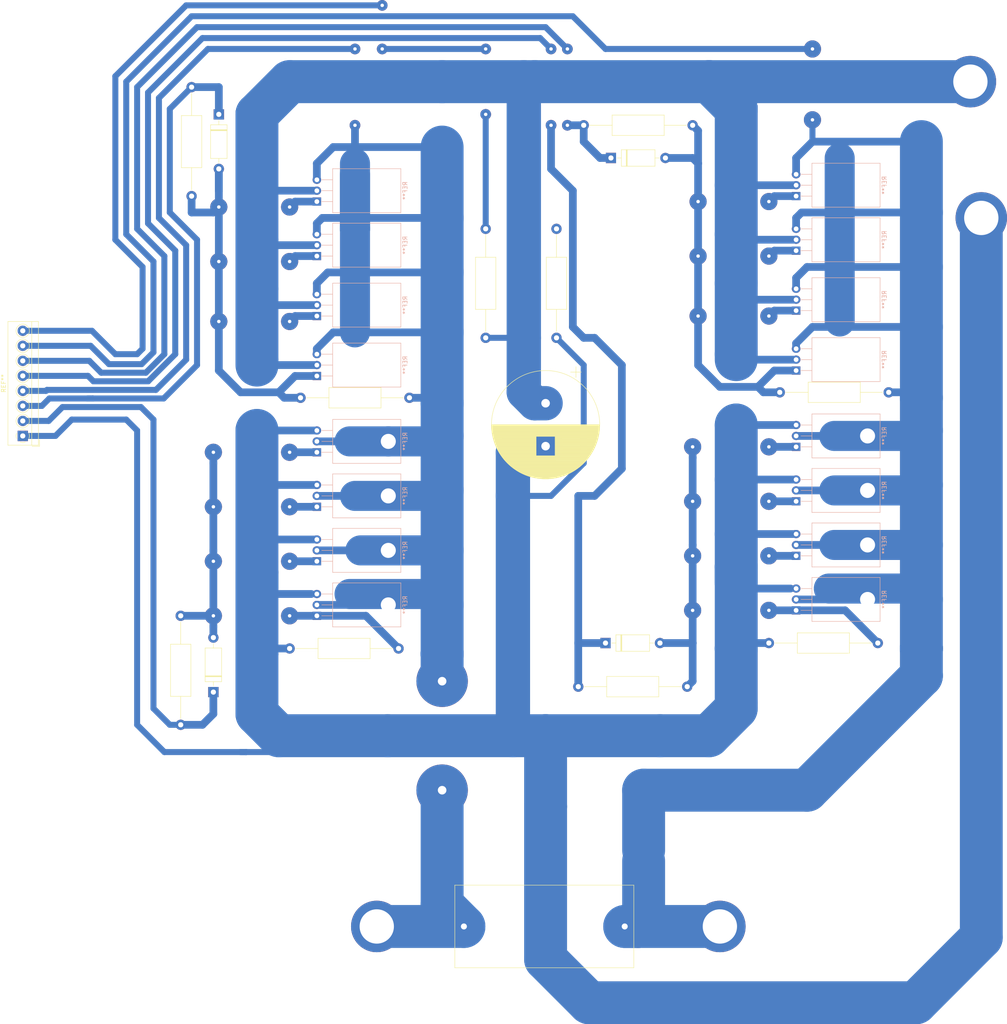
<source format=kicad_pcb>
(kicad_pcb (version 20171130) (host pcbnew 5.99.0+really5.1.10+dfsg1-1)

  (general
    (thickness 1.6)
    (drawings 22)
    (tracks 417)
    (zones 0)
    (modules 33)
    (nets 1)
  )

  (page A2)
  (layers
    (0 F.Cu signal)
    (31 B.Cu mixed)
    (32 B.Adhes user)
    (33 F.Adhes user)
    (34 B.Paste user)
    (35 F.Paste user)
    (36 B.SilkS user)
    (37 F.SilkS user)
    (38 B.Mask user)
    (39 F.Mask user)
    (40 Dwgs.User user)
    (41 Cmts.User user)
    (42 Eco1.User user)
    (43 Eco2.User user)
    (44 Edge.Cuts user)
    (45 Margin user)
    (46 B.CrtYd user)
    (47 F.CrtYd user)
    (48 B.Fab user)
    (49 F.Fab user)
  )

  (setup
    (last_trace_width 1.4)
    (user_trace_width 1.4)
    (user_trace_width 7)
    (user_trace_width 10)
    (trace_clearance 0.2)
    (zone_clearance 0.508)
    (zone_45_only no)
    (trace_min 0.2)
    (via_size 0.8)
    (via_drill 0.4)
    (via_min_size 0.4)
    (via_min_drill 0.3)
    (user_via 4 0.8)
    (user_via 12 10)
    (uvia_size 0.3)
    (uvia_drill 0.1)
    (uvias_allowed no)
    (uvia_min_size 0.2)
    (uvia_min_drill 0.1)
    (edge_width 0.05)
    (segment_width 0.2)
    (pcb_text_width 0.3)
    (pcb_text_size 1.5 1.5)
    (mod_edge_width 0.12)
    (mod_text_size 1 1)
    (mod_text_width 0.15)
    (pad_size 3.5 3.5)
    (pad_drill 3.5)
    (pad_to_mask_clearance 0)
    (aux_axis_origin 0 0)
    (visible_elements FFFFEF7F)
    (pcbplotparams
      (layerselection 0x010fc_ffffffff)
      (usegerberextensions false)
      (usegerberattributes true)
      (usegerberadvancedattributes true)
      (creategerberjobfile true)
      (excludeedgelayer true)
      (linewidth 0.150000)
      (plotframeref false)
      (viasonmask false)
      (mode 1)
      (useauxorigin false)
      (hpglpennumber 1)
      (hpglpenspeed 20)
      (hpglpendiameter 15.000000)
      (psnegative false)
      (psa4output false)
      (plotreference true)
      (plotvalue true)
      (plotinvisibletext false)
      (padsonsilk false)
      (subtractmaskfromsilk false)
      (outputformat 1)
      (mirror false)
      (drillshape 0)
      (scaleselection 1)
      (outputdirectory "Transless"))
  )

  (net 0 "")

  (net_class Default "This is the default net class."
    (clearance 0.2)
    (trace_width 0.25)
    (via_dia 0.8)
    (via_drill 0.4)
    (uvia_dia 0.3)
    (uvia_drill 0.1)
  )

  (module TerminalBlock_4Ucon:TerminalBlock_4Ucon_1x08_P3.50mm_Horizontal (layer F.Cu) (tedit 5B294E94) (tstamp 61C4E3FE)
    (at 173.99 167.64 90)
    (descr "Terminal Block 4Ucon ItemNo. 19965, 8 pins, pitch 3.5mm, size 28.7x7mm^2, drill diamater 1.2mm, pad diameter 2.4mm, see http://www.4uconnector.com/online/object/4udrawing/19965.pdf, script-generated using https://github.com/pointhi/kicad-footprint-generator/scripts/TerminalBlock_4Ucon")
    (tags "THT Terminal Block 4Ucon ItemNo. 19965 pitch 3.5mm size 28.7x7mm^2 drill 1.2mm pad 2.4mm")
    (fp_text reference REF** (at 12.25 -4.46 90) (layer F.SilkS)
      (effects (font (size 1 1) (thickness 0.15)))
    )
    (fp_text value TerminalBlock_4Ucon_1x08_P3.50mm_Horizontal (at 12.25 4.66 90) (layer F.Fab)
      (effects (font (size 1 1) (thickness 0.15)))
    )
    (fp_text user %R (at 12.25 2.9 90) (layer F.Fab)
      (effects (font (size 1 1) (thickness 0.15)))
    )
    (fp_arc (start 0 0) (end -0.608 1.432) (angle -24) (layer F.SilkS) (width 0.12))
    (fp_arc (start 0 0) (end -1.432 -0.608) (angle -46) (layer F.SilkS) (width 0.12))
    (fp_arc (start 0 0) (end 0.608 -1.432) (angle -46) (layer F.SilkS) (width 0.12))
    (fp_arc (start 0 0) (end 1.432 0.608) (angle -46) (layer F.SilkS) (width 0.12))
    (fp_arc (start 0 0) (end 0 1.555) (angle -23) (layer F.SilkS) (width 0.12))
    (fp_circle (center 0 0) (end 1.375 0) (layer F.Fab) (width 0.1))
    (fp_circle (center 3.5 0) (end 4.875 0) (layer F.Fab) (width 0.1))
    (fp_circle (center 3.5 0) (end 5.055 0) (layer F.SilkS) (width 0.12))
    (fp_circle (center 7 0) (end 8.375 0) (layer F.Fab) (width 0.1))
    (fp_circle (center 7 0) (end 8.555 0) (layer F.SilkS) (width 0.12))
    (fp_circle (center 10.5 0) (end 11.875 0) (layer F.Fab) (width 0.1))
    (fp_circle (center 10.5 0) (end 12.055 0) (layer F.SilkS) (width 0.12))
    (fp_circle (center 14 0) (end 15.375 0) (layer F.Fab) (width 0.1))
    (fp_circle (center 14 0) (end 15.555 0) (layer F.SilkS) (width 0.12))
    (fp_circle (center 17.5 0) (end 18.875 0) (layer F.Fab) (width 0.1))
    (fp_circle (center 17.5 0) (end 19.055 0) (layer F.SilkS) (width 0.12))
    (fp_circle (center 21 0) (end 22.375 0) (layer F.Fab) (width 0.1))
    (fp_circle (center 21 0) (end 22.555 0) (layer F.SilkS) (width 0.12))
    (fp_circle (center 24.5 0) (end 25.875 0) (layer F.Fab) (width 0.1))
    (fp_circle (center 24.5 0) (end 26.055 0) (layer F.SilkS) (width 0.12))
    (fp_line (start -2.1 -3.4) (end 26.6 -3.4) (layer F.Fab) (width 0.1))
    (fp_line (start 26.6 -3.4) (end 26.6 3.6) (layer F.Fab) (width 0.1))
    (fp_line (start 26.6 3.6) (end -0.6 3.6) (layer F.Fab) (width 0.1))
    (fp_line (start -0.6 3.6) (end -2.1 2.1) (layer F.Fab) (width 0.1))
    (fp_line (start -2.1 2.1) (end -2.1 -3.4) (layer F.Fab) (width 0.1))
    (fp_line (start -2.1 2.1) (end 26.6 2.1) (layer F.Fab) (width 0.1))
    (fp_line (start -2.16 2.1) (end 26.66 2.1) (layer F.SilkS) (width 0.12))
    (fp_line (start -2.16 -3.46) (end 26.66 -3.46) (layer F.SilkS) (width 0.12))
    (fp_line (start -2.16 3.66) (end 26.66 3.66) (layer F.SilkS) (width 0.12))
    (fp_line (start -2.16 -3.46) (end -2.16 3.66) (layer F.SilkS) (width 0.12))
    (fp_line (start 26.66 -3.46) (end 26.66 3.66) (layer F.SilkS) (width 0.12))
    (fp_line (start -1.1 -0.069) (end -0.069 -0.069) (layer F.Fab) (width 0.1))
    (fp_line (start -0.069 -0.069) (end -0.069 -1.1) (layer F.Fab) (width 0.1))
    (fp_line (start -0.069 -1.1) (end 0.069 -1.1) (layer F.Fab) (width 0.1))
    (fp_line (start 0.069 -1.1) (end 0.069 -0.069) (layer F.Fab) (width 0.1))
    (fp_line (start 0.069 -0.069) (end 1.1 -0.069) (layer F.Fab) (width 0.1))
    (fp_line (start 1.1 -0.069) (end 1.1 0.069) (layer F.Fab) (width 0.1))
    (fp_line (start 1.1 0.069) (end 0.069 0.069) (layer F.Fab) (width 0.1))
    (fp_line (start 0.069 0.069) (end 0.069 1.1) (layer F.Fab) (width 0.1))
    (fp_line (start 0.069 1.1) (end -0.069 1.1) (layer F.Fab) (width 0.1))
    (fp_line (start -0.069 1.1) (end -0.069 0.069) (layer F.Fab) (width 0.1))
    (fp_line (start -0.069 0.069) (end -1.1 0.069) (layer F.Fab) (width 0.1))
    (fp_line (start -1.1 0.069) (end -1.1 -0.069) (layer F.Fab) (width 0.1))
    (fp_line (start 2.4 -0.069) (end 3.431 -0.069) (layer F.Fab) (width 0.1))
    (fp_line (start 3.431 -0.069) (end 3.431 -1.1) (layer F.Fab) (width 0.1))
    (fp_line (start 3.431 -1.1) (end 3.569 -1.1) (layer F.Fab) (width 0.1))
    (fp_line (start 3.569 -1.1) (end 3.569 -0.069) (layer F.Fab) (width 0.1))
    (fp_line (start 3.569 -0.069) (end 4.6 -0.069) (layer F.Fab) (width 0.1))
    (fp_line (start 4.6 -0.069) (end 4.6 0.069) (layer F.Fab) (width 0.1))
    (fp_line (start 4.6 0.069) (end 3.569 0.069) (layer F.Fab) (width 0.1))
    (fp_line (start 3.569 0.069) (end 3.569 1.1) (layer F.Fab) (width 0.1))
    (fp_line (start 3.569 1.1) (end 3.431 1.1) (layer F.Fab) (width 0.1))
    (fp_line (start 3.431 1.1) (end 3.431 0.069) (layer F.Fab) (width 0.1))
    (fp_line (start 3.431 0.069) (end 2.4 0.069) (layer F.Fab) (width 0.1))
    (fp_line (start 2.4 0.069) (end 2.4 -0.069) (layer F.Fab) (width 0.1))
    (fp_line (start 5.9 -0.069) (end 6.931 -0.069) (layer F.Fab) (width 0.1))
    (fp_line (start 6.931 -0.069) (end 6.931 -1.1) (layer F.Fab) (width 0.1))
    (fp_line (start 6.931 -1.1) (end 7.069 -1.1) (layer F.Fab) (width 0.1))
    (fp_line (start 7.069 -1.1) (end 7.069 -0.069) (layer F.Fab) (width 0.1))
    (fp_line (start 7.069 -0.069) (end 8.1 -0.069) (layer F.Fab) (width 0.1))
    (fp_line (start 8.1 -0.069) (end 8.1 0.069) (layer F.Fab) (width 0.1))
    (fp_line (start 8.1 0.069) (end 7.069 0.069) (layer F.Fab) (width 0.1))
    (fp_line (start 7.069 0.069) (end 7.069 1.1) (layer F.Fab) (width 0.1))
    (fp_line (start 7.069 1.1) (end 6.931 1.1) (layer F.Fab) (width 0.1))
    (fp_line (start 6.931 1.1) (end 6.931 0.069) (layer F.Fab) (width 0.1))
    (fp_line (start 6.931 0.069) (end 5.9 0.069) (layer F.Fab) (width 0.1))
    (fp_line (start 5.9 0.069) (end 5.9 -0.069) (layer F.Fab) (width 0.1))
    (fp_line (start 9.4 -0.069) (end 10.431 -0.069) (layer F.Fab) (width 0.1))
    (fp_line (start 10.431 -0.069) (end 10.431 -1.1) (layer F.Fab) (width 0.1))
    (fp_line (start 10.431 -1.1) (end 10.569 -1.1) (layer F.Fab) (width 0.1))
    (fp_line (start 10.569 -1.1) (end 10.569 -0.069) (layer F.Fab) (width 0.1))
    (fp_line (start 10.569 -0.069) (end 11.6 -0.069) (layer F.Fab) (width 0.1))
    (fp_line (start 11.6 -0.069) (end 11.6 0.069) (layer F.Fab) (width 0.1))
    (fp_line (start 11.6 0.069) (end 10.569 0.069) (layer F.Fab) (width 0.1))
    (fp_line (start 10.569 0.069) (end 10.569 1.1) (layer F.Fab) (width 0.1))
    (fp_line (start 10.569 1.1) (end 10.431 1.1) (layer F.Fab) (width 0.1))
    (fp_line (start 10.431 1.1) (end 10.431 0.069) (layer F.Fab) (width 0.1))
    (fp_line (start 10.431 0.069) (end 9.4 0.069) (layer F.Fab) (width 0.1))
    (fp_line (start 9.4 0.069) (end 9.4 -0.069) (layer F.Fab) (width 0.1))
    (fp_line (start 12.9 -0.069) (end 13.931 -0.069) (layer F.Fab) (width 0.1))
    (fp_line (start 13.931 -0.069) (end 13.931 -1.1) (layer F.Fab) (width 0.1))
    (fp_line (start 13.931 -1.1) (end 14.069 -1.1) (layer F.Fab) (width 0.1))
    (fp_line (start 14.069 -1.1) (end 14.069 -0.069) (layer F.Fab) (width 0.1))
    (fp_line (start 14.069 -0.069) (end 15.1 -0.069) (layer F.Fab) (width 0.1))
    (fp_line (start 15.1 -0.069) (end 15.1 0.069) (layer F.Fab) (width 0.1))
    (fp_line (start 15.1 0.069) (end 14.069 0.069) (layer F.Fab) (width 0.1))
    (fp_line (start 14.069 0.069) (end 14.069 1.1) (layer F.Fab) (width 0.1))
    (fp_line (start 14.069 1.1) (end 13.931 1.1) (layer F.Fab) (width 0.1))
    (fp_line (start 13.931 1.1) (end 13.931 0.069) (layer F.Fab) (width 0.1))
    (fp_line (start 13.931 0.069) (end 12.9 0.069) (layer F.Fab) (width 0.1))
    (fp_line (start 12.9 0.069) (end 12.9 -0.069) (layer F.Fab) (width 0.1))
    (fp_line (start 16.4 -0.069) (end 17.431 -0.069) (layer F.Fab) (width 0.1))
    (fp_line (start 17.431 -0.069) (end 17.431 -1.1) (layer F.Fab) (width 0.1))
    (fp_line (start 17.431 -1.1) (end 17.569 -1.1) (layer F.Fab) (width 0.1))
    (fp_line (start 17.569 -1.1) (end 17.569 -0.069) (layer F.Fab) (width 0.1))
    (fp_line (start 17.569 -0.069) (end 18.6 -0.069) (layer F.Fab) (width 0.1))
    (fp_line (start 18.6 -0.069) (end 18.6 0.069) (layer F.Fab) (width 0.1))
    (fp_line (start 18.6 0.069) (end 17.569 0.069) (layer F.Fab) (width 0.1))
    (fp_line (start 17.569 0.069) (end 17.569 1.1) (layer F.Fab) (width 0.1))
    (fp_line (start 17.569 1.1) (end 17.431 1.1) (layer F.Fab) (width 0.1))
    (fp_line (start 17.431 1.1) (end 17.431 0.069) (layer F.Fab) (width 0.1))
    (fp_line (start 17.431 0.069) (end 16.4 0.069) (layer F.Fab) (width 0.1))
    (fp_line (start 16.4 0.069) (end 16.4 -0.069) (layer F.Fab) (width 0.1))
    (fp_line (start 19.9 -0.069) (end 20.931 -0.069) (layer F.Fab) (width 0.1))
    (fp_line (start 20.931 -0.069) (end 20.931 -1.1) (layer F.Fab) (width 0.1))
    (fp_line (start 20.931 -1.1) (end 21.069 -1.1) (layer F.Fab) (width 0.1))
    (fp_line (start 21.069 -1.1) (end 21.069 -0.069) (layer F.Fab) (width 0.1))
    (fp_line (start 21.069 -0.069) (end 22.1 -0.069) (layer F.Fab) (width 0.1))
    (fp_line (start 22.1 -0.069) (end 22.1 0.069) (layer F.Fab) (width 0.1))
    (fp_line (start 22.1 0.069) (end 21.069 0.069) (layer F.Fab) (width 0.1))
    (fp_line (start 21.069 0.069) (end 21.069 1.1) (layer F.Fab) (width 0.1))
    (fp_line (start 21.069 1.1) (end 20.931 1.1) (layer F.Fab) (width 0.1))
    (fp_line (start 20.931 1.1) (end 20.931 0.069) (layer F.Fab) (width 0.1))
    (fp_line (start 20.931 0.069) (end 19.9 0.069) (layer F.Fab) (width 0.1))
    (fp_line (start 19.9 0.069) (end 19.9 -0.069) (layer F.Fab) (width 0.1))
    (fp_line (start 23.4 -0.069) (end 24.431 -0.069) (layer F.Fab) (width 0.1))
    (fp_line (start 24.431 -0.069) (end 24.431 -1.1) (layer F.Fab) (width 0.1))
    (fp_line (start 24.431 -1.1) (end 24.569 -1.1) (layer F.Fab) (width 0.1))
    (fp_line (start 24.569 -1.1) (end 24.569 -0.069) (layer F.Fab) (width 0.1))
    (fp_line (start 24.569 -0.069) (end 25.6 -0.069) (layer F.Fab) (width 0.1))
    (fp_line (start 25.6 -0.069) (end 25.6 0.069) (layer F.Fab) (width 0.1))
    (fp_line (start 25.6 0.069) (end 24.569 0.069) (layer F.Fab) (width 0.1))
    (fp_line (start 24.569 0.069) (end 24.569 1.1) (layer F.Fab) (width 0.1))
    (fp_line (start 24.569 1.1) (end 24.431 1.1) (layer F.Fab) (width 0.1))
    (fp_line (start 24.431 1.1) (end 24.431 0.069) (layer F.Fab) (width 0.1))
    (fp_line (start 24.431 0.069) (end 23.4 0.069) (layer F.Fab) (width 0.1))
    (fp_line (start 23.4 0.069) (end 23.4 -0.069) (layer F.Fab) (width 0.1))
    (fp_line (start -2.4 2.16) (end -2.4 3.9) (layer F.SilkS) (width 0.12))
    (fp_line (start -2.4 3.9) (end -0.9 3.9) (layer F.SilkS) (width 0.12))
    (fp_line (start -2.6 -3.9) (end -2.6 4.1) (layer F.CrtYd) (width 0.05))
    (fp_line (start -2.6 4.1) (end 27.1 4.1) (layer F.CrtYd) (width 0.05))
    (fp_line (start 27.1 4.1) (end 27.1 -3.9) (layer F.CrtYd) (width 0.05))
    (fp_line (start 27.1 -3.9) (end -2.6 -3.9) (layer F.CrtYd) (width 0.05))
    (pad 8 thru_hole circle (at 24.5 0 90) (size 2.4 2.4) (drill 1.2) (layers *.Cu *.Mask))
    (pad 7 thru_hole circle (at 21 0 90) (size 2.4 2.4) (drill 1.2) (layers *.Cu *.Mask))
    (pad 6 thru_hole circle (at 17.5 0 90) (size 2.4 2.4) (drill 1.2) (layers *.Cu *.Mask))
    (pad 5 thru_hole circle (at 14 0 90) (size 2.4 2.4) (drill 1.2) (layers *.Cu *.Mask))
    (pad 4 thru_hole circle (at 10.5 0 90) (size 2.4 2.4) (drill 1.2) (layers *.Cu *.Mask))
    (pad 3 thru_hole circle (at 7 0 90) (size 2.4 2.4) (drill 1.2) (layers *.Cu *.Mask))
    (pad 2 thru_hole circle (at 3.5 0 90) (size 2.4 2.4) (drill 1.2) (layers *.Cu *.Mask))
    (pad 1 thru_hole rect (at 0 0 90) (size 2.4 2.4) (drill 1.2) (layers *.Cu *.Mask))
    (model ${KISYS3DMOD}/TerminalBlock_4Ucon.3dshapes/TerminalBlock_4Ucon_1x08_P3.50mm_Horizontal.wrl
      (at (xyz 0 0 0))
      (scale (xyz 1 1 1))
      (rotate (xyz 0 0 0))
    )
  )

  (module Resistor_THT:R_Axial_DIN0414_L11.9mm_D4.5mm_P25.40mm_Horizontal (layer F.Cu) (tedit 5AE5139B) (tstamp 61C10290)
    (at 298.45 119.38 270)
    (descr "Resistor, Axial_DIN0414 series, Axial, Horizontal, pin pitch=25.4mm, 2W, length*diameter=11.9*4.5mm^2, http://www.vishay.com/docs/20128/wkxwrx.pdf")
    (tags "Resistor Axial_DIN0414 series Axial Horizontal pin pitch 25.4mm 2W length 11.9mm diameter 4.5mm")
    (fp_text reference REF** (at 12.7 -3.37 90) (layer F.SilkS) hide
      (effects (font (size 1 1) (thickness 0.15)))
    )
    (fp_text value R_Axial_DIN0414_L11.9mm_D4.5mm_P25.40mm_Horizontal (at 12.7 3.37 90) (layer F.Fab) hide
      (effects (font (size 1 1) (thickness 0.15)))
    )
    (fp_line (start 26.85 -2.5) (end -1.45 -2.5) (layer F.CrtYd) (width 0.05))
    (fp_line (start 26.85 2.5) (end 26.85 -2.5) (layer F.CrtYd) (width 0.05))
    (fp_line (start -1.45 2.5) (end 26.85 2.5) (layer F.CrtYd) (width 0.05))
    (fp_line (start -1.45 -2.5) (end -1.45 2.5) (layer F.CrtYd) (width 0.05))
    (fp_line (start 23.96 0) (end 18.77 0) (layer F.SilkS) (width 0.12))
    (fp_line (start 1.44 0) (end 6.63 0) (layer F.SilkS) (width 0.12))
    (fp_line (start 18.77 -2.37) (end 6.63 -2.37) (layer F.SilkS) (width 0.12))
    (fp_line (start 18.77 2.37) (end 18.77 -2.37) (layer F.SilkS) (width 0.12))
    (fp_line (start 6.63 2.37) (end 18.77 2.37) (layer F.SilkS) (width 0.12))
    (fp_line (start 6.63 -2.37) (end 6.63 2.37) (layer F.SilkS) (width 0.12))
    (fp_line (start 25.4 0) (end 18.65 0) (layer F.Fab) (width 0.1))
    (fp_line (start 0 0) (end 6.75 0) (layer F.Fab) (width 0.1))
    (fp_line (start 18.65 -2.25) (end 6.75 -2.25) (layer F.Fab) (width 0.1))
    (fp_line (start 18.65 2.25) (end 18.65 -2.25) (layer F.Fab) (width 0.1))
    (fp_line (start 6.75 2.25) (end 18.65 2.25) (layer F.Fab) (width 0.1))
    (fp_line (start 6.75 -2.25) (end 6.75 2.25) (layer F.Fab) (width 0.1))
    (fp_text user 10k (at 13.97 -1.27 90) (layer F.Fab)
      (effects (font (size 1 1) (thickness 0.15)))
    )
    (pad 2 thru_hole oval (at 25.4 0 270) (size 2.4 2.4) (drill 1.2) (layers *.Cu *.Mask))
    (pad 1 thru_hole circle (at 0 0 270) (size 2.4 2.4) (drill 1.2) (layers *.Cu *.Mask))
    (model ${KISYS3DMOD}/Resistor_THT.3dshapes/R_Axial_DIN0414_L11.9mm_D4.5mm_P25.40mm_Horizontal.wrl
      (at (xyz 0 0 0))
      (scale (xyz 1 1 1))
      (rotate (xyz 0 0 0))
    )
  )

  (module Resistor_THT:R_Axial_DIN0414_L11.9mm_D4.5mm_P25.40mm_Horizontal (layer F.Cu) (tedit 5AE5139B) (tstamp 61C10264)
    (at 281.94 119.38 270)
    (descr "Resistor, Axial_DIN0414 series, Axial, Horizontal, pin pitch=25.4mm, 2W, length*diameter=11.9*4.5mm^2, http://www.vishay.com/docs/20128/wkxwrx.pdf")
    (tags "Resistor Axial_DIN0414 series Axial Horizontal pin pitch 25.4mm 2W length 11.9mm diameter 4.5mm")
    (fp_text reference REF** (at 12.7 -3.37 90) (layer F.SilkS) hide
      (effects (font (size 1 1) (thickness 0.15)))
    )
    (fp_text value R_Axial_DIN0414_L11.9mm_D4.5mm_P25.40mm_Horizontal (at 12.7 3.37 90) (layer F.Fab) hide
      (effects (font (size 1 1) (thickness 0.15)))
    )
    (fp_line (start 6.75 -2.25) (end 6.75 2.25) (layer F.Fab) (width 0.1))
    (fp_line (start 6.75 2.25) (end 18.65 2.25) (layer F.Fab) (width 0.1))
    (fp_line (start 18.65 2.25) (end 18.65 -2.25) (layer F.Fab) (width 0.1))
    (fp_line (start 18.65 -2.25) (end 6.75 -2.25) (layer F.Fab) (width 0.1))
    (fp_line (start 0 0) (end 6.75 0) (layer F.Fab) (width 0.1))
    (fp_line (start 25.4 0) (end 18.65 0) (layer F.Fab) (width 0.1))
    (fp_line (start 6.63 -2.37) (end 6.63 2.37) (layer F.SilkS) (width 0.12))
    (fp_line (start 6.63 2.37) (end 18.77 2.37) (layer F.SilkS) (width 0.12))
    (fp_line (start 18.77 2.37) (end 18.77 -2.37) (layer F.SilkS) (width 0.12))
    (fp_line (start 18.77 -2.37) (end 6.63 -2.37) (layer F.SilkS) (width 0.12))
    (fp_line (start 1.44 0) (end 6.63 0) (layer F.SilkS) (width 0.12))
    (fp_line (start 23.96 0) (end 18.77 0) (layer F.SilkS) (width 0.12))
    (fp_line (start -1.45 -2.5) (end -1.45 2.5) (layer F.CrtYd) (width 0.05))
    (fp_line (start -1.45 2.5) (end 26.85 2.5) (layer F.CrtYd) (width 0.05))
    (fp_line (start 26.85 2.5) (end 26.85 -2.5) (layer F.CrtYd) (width 0.05))
    (fp_line (start 26.85 -2.5) (end -1.45 -2.5) (layer F.CrtYd) (width 0.05))
    (fp_text user 10k (at 13.97 -1.27 90) (layer F.Fab)
      (effects (font (size 1 1) (thickness 0.15)))
    )
    (pad 1 thru_hole circle (at 0 0 270) (size 2.4 2.4) (drill 1.2) (layers *.Cu *.Mask))
    (pad 2 thru_hole oval (at 25.4 0 270) (size 2.4 2.4) (drill 1.2) (layers *.Cu *.Mask))
    (model ${KISYS3DMOD}/Resistor_THT.3dshapes/R_Axial_DIN0414_L11.9mm_D4.5mm_P25.40mm_Horizontal.wrl
      (at (xyz 0 0 0))
      (scale (xyz 1 1 1))
      (rotate (xyz 0 0 0))
    )
  )

  (module Resistor_THT:R_Axial_DIN0414_L11.9mm_D4.5mm_P25.40mm_Horizontal (layer F.Cu) (tedit 5AE5139B) (tstamp 61B3401E)
    (at 210.82 209.55 270)
    (descr "Resistor, Axial_DIN0414 series, Axial, Horizontal, pin pitch=25.4mm, 2W, length*diameter=11.9*4.5mm^2, http://www.vishay.com/docs/20128/wkxwrx.pdf")
    (tags "Resistor Axial_DIN0414 series Axial Horizontal pin pitch 25.4mm 2W length 11.9mm diameter 4.5mm")
    (fp_text reference REF** (at 12.7 -3.37 90) (layer F.SilkS) hide
      (effects (font (size 1 1) (thickness 0.15)))
    )
    (fp_text value R_Axial_DIN0414_L11.9mm_D4.5mm_P25.40mm_Horizontal (at 12.7 3.37 90) (layer F.Fab) hide
      (effects (font (size 1 1) (thickness 0.15)))
    )
    (fp_line (start 26.85 -2.5) (end -1.45 -2.5) (layer F.CrtYd) (width 0.05))
    (fp_line (start 26.85 2.5) (end 26.85 -2.5) (layer F.CrtYd) (width 0.05))
    (fp_line (start -1.45 2.5) (end 26.85 2.5) (layer F.CrtYd) (width 0.05))
    (fp_line (start -1.45 -2.5) (end -1.45 2.5) (layer F.CrtYd) (width 0.05))
    (fp_line (start 23.96 0) (end 18.77 0) (layer F.SilkS) (width 0.12))
    (fp_line (start 1.44 0) (end 6.63 0) (layer F.SilkS) (width 0.12))
    (fp_line (start 18.77 -2.37) (end 6.63 -2.37) (layer F.SilkS) (width 0.12))
    (fp_line (start 18.77 2.37) (end 18.77 -2.37) (layer F.SilkS) (width 0.12))
    (fp_line (start 6.63 2.37) (end 18.77 2.37) (layer F.SilkS) (width 0.12))
    (fp_line (start 6.63 -2.37) (end 6.63 2.37) (layer F.SilkS) (width 0.12))
    (fp_line (start 25.4 0) (end 18.65 0) (layer F.Fab) (width 0.1))
    (fp_line (start 0 0) (end 6.75 0) (layer F.Fab) (width 0.1))
    (fp_line (start 18.65 -2.25) (end 6.75 -2.25) (layer F.Fab) (width 0.1))
    (fp_line (start 18.65 2.25) (end 18.65 -2.25) (layer F.Fab) (width 0.1))
    (fp_line (start 6.75 2.25) (end 18.65 2.25) (layer F.Fab) (width 0.1))
    (fp_line (start 6.75 -2.25) (end 6.75 2.25) (layer F.Fab) (width 0.1))
    (fp_text user 10k (at 13.97 -1.27 90) (layer F.Fab)
      (effects (font (size 1 1) (thickness 0.15)))
    )
    (pad 2 thru_hole oval (at 25.4 0 270) (size 2.4 2.4) (drill 1.2) (layers *.Cu *.Mask))
    (pad 1 thru_hole circle (at 0 0 270) (size 2.4 2.4) (drill 1.2) (layers *.Cu *.Mask))
    (model ${KISYS3DMOD}/Resistor_THT.3dshapes/R_Axial_DIN0414_L11.9mm_D4.5mm_P25.40mm_Horizontal.wrl
      (at (xyz 0 0 0))
      (scale (xyz 1 1 1))
      (rotate (xyz 0 0 0))
    )
  )

  (module Diode_THT:D_DO-15_P12.70mm_Horizontal (layer F.Cu) (tedit 5AE50CD5) (tstamp 61B31B90)
    (at 218.44 227.33 90)
    (descr "Diode, DO-15 series, Axial, Horizontal, pin pitch=12.7mm, , length*diameter=7.6*3.6mm^2, , http://www.diodes.com/_files/packages/DO-15.pdf")
    (tags "Diode DO-15 series Axial Horizontal pin pitch 12.7mm  length 7.6mm diameter 3.6mm")
    (fp_text reference REF** (at 6.35 -2.92 90) (layer F.SilkS) hide
      (effects (font (size 1 1) (thickness 0.15)))
    )
    (fp_text value D_DO-15_P12.70mm_Horizontal (at 6.35 2.92 90) (layer F.Fab) hide
      (effects (font (size 1 1) (thickness 0.15)))
    )
    (fp_line (start 14.15 -2.05) (end -1.45 -2.05) (layer F.CrtYd) (width 0.05))
    (fp_line (start 14.15 2.05) (end 14.15 -2.05) (layer F.CrtYd) (width 0.05))
    (fp_line (start -1.45 2.05) (end 14.15 2.05) (layer F.CrtYd) (width 0.05))
    (fp_line (start -1.45 -2.05) (end -1.45 2.05) (layer F.CrtYd) (width 0.05))
    (fp_line (start 3.57 -1.92) (end 3.57 1.92) (layer F.SilkS) (width 0.12))
    (fp_line (start 3.81 -1.92) (end 3.81 1.92) (layer F.SilkS) (width 0.12))
    (fp_line (start 3.69 -1.92) (end 3.69 1.92) (layer F.SilkS) (width 0.12))
    (fp_line (start 11.26 0) (end 10.27 0) (layer F.SilkS) (width 0.12))
    (fp_line (start 1.44 0) (end 2.43 0) (layer F.SilkS) (width 0.12))
    (fp_line (start 10.27 -1.92) (end 2.43 -1.92) (layer F.SilkS) (width 0.12))
    (fp_line (start 10.27 1.92) (end 10.27 -1.92) (layer F.SilkS) (width 0.12))
    (fp_line (start 2.43 1.92) (end 10.27 1.92) (layer F.SilkS) (width 0.12))
    (fp_line (start 2.43 -1.92) (end 2.43 1.92) (layer F.SilkS) (width 0.12))
    (fp_line (start 3.59 -1.8) (end 3.59 1.8) (layer F.Fab) (width 0.1))
    (fp_line (start 3.79 -1.8) (end 3.79 1.8) (layer F.Fab) (width 0.1))
    (fp_line (start 3.69 -1.8) (end 3.69 1.8) (layer F.Fab) (width 0.1))
    (fp_line (start 12.7 0) (end 10.15 0) (layer F.Fab) (width 0.1))
    (fp_line (start 0 0) (end 2.55 0) (layer F.Fab) (width 0.1))
    (fp_line (start 10.15 -1.8) (end 2.55 -1.8) (layer F.Fab) (width 0.1))
    (fp_line (start 10.15 1.8) (end 10.15 -1.8) (layer F.Fab) (width 0.1))
    (fp_line (start 2.55 1.8) (end 10.15 1.8) (layer F.Fab) (width 0.1))
    (fp_line (start 2.55 -1.8) (end 2.55 1.8) (layer F.Fab) (width 0.1))
    (fp_text user %R (at 6.92 0 90) (layer F.Fab) hide
      (effects (font (size 1 1) (thickness 0.15)))
    )
    (fp_text user K (at 0 -2.2 90) (layer F.Fab) hide
      (effects (font (size 1 1) (thickness 0.15)))
    )
    (fp_text user K (at 0 -2.2 90) (layer F.SilkS) hide
      (effects (font (size 1 1) (thickness 0.15)))
    )
    (pad 1 thru_hole rect (at 0 0 90) (size 2.4 2.4) (drill 1.2) (layers *.Cu *.Mask))
    (pad 2 thru_hole oval (at 12.7 0 90) (size 2.4 2.4) (drill 1.2) (layers *.Cu *.Mask))
    (model ${KISYS3DMOD}/Diode_THT.3dshapes/D_DO-15_P12.70mm_Horizontal.wrl
      (at (xyz 0 0 0))
      (scale (xyz 1 1 1))
      (rotate (xyz 0 0 0))
    )
  )

  (module Resistor_THT:R_Axial_DIN0414_L11.9mm_D4.5mm_P25.40mm_Horizontal (layer F.Cu) (tedit 5AE5139B) (tstamp 61B31BEF)
    (at 213.36 86.36 270)
    (descr "Resistor, Axial_DIN0414 series, Axial, Horizontal, pin pitch=25.4mm, 2W, length*diameter=11.9*4.5mm^2, http://www.vishay.com/docs/20128/wkxwrx.pdf")
    (tags "Resistor Axial_DIN0414 series Axial Horizontal pin pitch 25.4mm 2W length 11.9mm diameter 4.5mm")
    (fp_text reference REF** (at 12.7 -3.37 90) (layer F.SilkS) hide
      (effects (font (size 1 1) (thickness 0.15)))
    )
    (fp_text value R_Axial_DIN0414_L11.9mm_D4.5mm_P25.40mm_Horizontal (at 12.7 3.37 90) (layer F.Fab) hide
      (effects (font (size 1 1) (thickness 0.15)))
    )
    (fp_line (start 6.75 -2.25) (end 6.75 2.25) (layer F.Fab) (width 0.1))
    (fp_line (start 6.75 2.25) (end 18.65 2.25) (layer F.Fab) (width 0.1))
    (fp_line (start 18.65 2.25) (end 18.65 -2.25) (layer F.Fab) (width 0.1))
    (fp_line (start 18.65 -2.25) (end 6.75 -2.25) (layer F.Fab) (width 0.1))
    (fp_line (start 0 0) (end 6.75 0) (layer F.Fab) (width 0.1))
    (fp_line (start 25.4 0) (end 18.65 0) (layer F.Fab) (width 0.1))
    (fp_line (start 6.63 -2.37) (end 6.63 2.37) (layer F.SilkS) (width 0.12))
    (fp_line (start 6.63 2.37) (end 18.77 2.37) (layer F.SilkS) (width 0.12))
    (fp_line (start 18.77 2.37) (end 18.77 -2.37) (layer F.SilkS) (width 0.12))
    (fp_line (start 18.77 -2.37) (end 6.63 -2.37) (layer F.SilkS) (width 0.12))
    (fp_line (start 1.44 0) (end 6.63 0) (layer F.SilkS) (width 0.12))
    (fp_line (start 23.96 0) (end 18.77 0) (layer F.SilkS) (width 0.12))
    (fp_line (start -1.45 -2.5) (end -1.45 2.5) (layer F.CrtYd) (width 0.05))
    (fp_line (start -1.45 2.5) (end 26.85 2.5) (layer F.CrtYd) (width 0.05))
    (fp_line (start 26.85 2.5) (end 26.85 -2.5) (layer F.CrtYd) (width 0.05))
    (fp_line (start 26.85 -2.5) (end -1.45 -2.5) (layer F.CrtYd) (width 0.05))
    (fp_text user 10k (at 13.97 -1.27 90) (layer F.Fab)
      (effects (font (size 1 1) (thickness 0.15)))
    )
    (pad 1 thru_hole circle (at 0 0 270) (size 2.4 2.4) (drill 1.2) (layers *.Cu *.Mask))
    (pad 2 thru_hole oval (at 25.4 0 270) (size 2.4 2.4) (drill 1.2) (layers *.Cu *.Mask))
    (model ${KISYS3DMOD}/Resistor_THT.3dshapes/R_Axial_DIN0414_L11.9mm_D4.5mm_P25.40mm_Horizontal.wrl
      (at (xyz 0 0 0))
      (scale (xyz 1 1 1))
      (rotate (xyz 0 0 0))
    )
  )

  (module Diode_THT:D_DO-15_P12.70mm_Horizontal (layer F.Cu) (tedit 5AE50CD5) (tstamp 61B31BCF)
    (at 219.71 92.71 270)
    (descr "Diode, DO-15 series, Axial, Horizontal, pin pitch=12.7mm, , length*diameter=7.6*3.6mm^2, , http://www.diodes.com/_files/packages/DO-15.pdf")
    (tags "Diode DO-15 series Axial Horizontal pin pitch 12.7mm  length 7.6mm diameter 3.6mm")
    (fp_text reference REF** (at 6.35 -2.92 90) (layer F.SilkS) hide
      (effects (font (size 1 1) (thickness 0.15)))
    )
    (fp_text value D_DO-15_P12.70mm_Horizontal (at 6.35 2.92 90) (layer F.Fab) hide
      (effects (font (size 1 1) (thickness 0.15)))
    )
    (fp_line (start 2.55 -1.8) (end 2.55 1.8) (layer F.Fab) (width 0.1))
    (fp_line (start 2.55 1.8) (end 10.15 1.8) (layer F.Fab) (width 0.1))
    (fp_line (start 10.15 1.8) (end 10.15 -1.8) (layer F.Fab) (width 0.1))
    (fp_line (start 10.15 -1.8) (end 2.55 -1.8) (layer F.Fab) (width 0.1))
    (fp_line (start 0 0) (end 2.55 0) (layer F.Fab) (width 0.1))
    (fp_line (start 12.7 0) (end 10.15 0) (layer F.Fab) (width 0.1))
    (fp_line (start 3.69 -1.8) (end 3.69 1.8) (layer F.Fab) (width 0.1))
    (fp_line (start 3.79 -1.8) (end 3.79 1.8) (layer F.Fab) (width 0.1))
    (fp_line (start 3.59 -1.8) (end 3.59 1.8) (layer F.Fab) (width 0.1))
    (fp_line (start 2.43 -1.92) (end 2.43 1.92) (layer F.SilkS) (width 0.12))
    (fp_line (start 2.43 1.92) (end 10.27 1.92) (layer F.SilkS) (width 0.12))
    (fp_line (start 10.27 1.92) (end 10.27 -1.92) (layer F.SilkS) (width 0.12))
    (fp_line (start 10.27 -1.92) (end 2.43 -1.92) (layer F.SilkS) (width 0.12))
    (fp_line (start 1.44 0) (end 2.43 0) (layer F.SilkS) (width 0.12))
    (fp_line (start 11.26 0) (end 10.27 0) (layer F.SilkS) (width 0.12))
    (fp_line (start 3.69 -1.92) (end 3.69 1.92) (layer F.SilkS) (width 0.12))
    (fp_line (start 3.81 -1.92) (end 3.81 1.92) (layer F.SilkS) (width 0.12))
    (fp_line (start 3.57 -1.92) (end 3.57 1.92) (layer F.SilkS) (width 0.12))
    (fp_line (start -1.45 -2.05) (end -1.45 2.05) (layer F.CrtYd) (width 0.05))
    (fp_line (start -1.45 2.05) (end 14.15 2.05) (layer F.CrtYd) (width 0.05))
    (fp_line (start 14.15 2.05) (end 14.15 -2.05) (layer F.CrtYd) (width 0.05))
    (fp_line (start 14.15 -2.05) (end -1.45 -2.05) (layer F.CrtYd) (width 0.05))
    (fp_text user K (at 0 -2.2 90) (layer F.SilkS) hide
      (effects (font (size 1 1) (thickness 0.15)))
    )
    (fp_text user K (at 0 -2.2 90) (layer F.Fab) hide
      (effects (font (size 1 1) (thickness 0.15)))
    )
    (fp_text user %R (at 6.92 0 90) (layer F.Fab) hide
      (effects (font (size 1 1) (thickness 0.15)))
    )
    (pad 2 thru_hole oval (at 12.7 0 270) (size 2.4 2.4) (drill 1.2) (layers *.Cu *.Mask))
    (pad 1 thru_hole rect (at 0 0 270) (size 2.4 2.4) (drill 1.2) (layers *.Cu *.Mask))
    (model ${KISYS3DMOD}/Diode_THT.3dshapes/D_DO-15_P12.70mm_Horizontal.wrl
      (at (xyz 0 0 0))
      (scale (xyz 1 1 1))
      (rotate (xyz 0 0 0))
    )
  )

  (module Diode_THT:D_DO-15_P12.70mm_Horizontal (layer F.Cu) (tedit 5AE50CD5) (tstamp 61B31B20)
    (at 311.15 102.87)
    (descr "Diode, DO-15 series, Axial, Horizontal, pin pitch=12.7mm, , length*diameter=7.6*3.6mm^2, , http://www.diodes.com/_files/packages/DO-15.pdf")
    (tags "Diode DO-15 series Axial Horizontal pin pitch 12.7mm  length 7.6mm diameter 3.6mm")
    (fp_text reference REF** (at 6.35 -2.92) (layer F.SilkS) hide
      (effects (font (size 1 1) (thickness 0.15)))
    )
    (fp_text value D_DO-15_P12.70mm_Horizontal (at 6.35 2.92) (layer F.Fab) hide
      (effects (font (size 1 1) (thickness 0.15)))
    )
    (fp_line (start 14.15 -2.05) (end -1.45 -2.05) (layer F.CrtYd) (width 0.05))
    (fp_line (start 14.15 2.05) (end 14.15 -2.05) (layer F.CrtYd) (width 0.05))
    (fp_line (start -1.45 2.05) (end 14.15 2.05) (layer F.CrtYd) (width 0.05))
    (fp_line (start -1.45 -2.05) (end -1.45 2.05) (layer F.CrtYd) (width 0.05))
    (fp_line (start 3.57 -1.92) (end 3.57 1.92) (layer F.SilkS) (width 0.12))
    (fp_line (start 3.81 -1.92) (end 3.81 1.92) (layer F.SilkS) (width 0.12))
    (fp_line (start 3.69 -1.92) (end 3.69 1.92) (layer F.SilkS) (width 0.12))
    (fp_line (start 11.26 0) (end 10.27 0) (layer F.SilkS) (width 0.12))
    (fp_line (start 1.44 0) (end 2.43 0) (layer F.SilkS) (width 0.12))
    (fp_line (start 10.27 -1.92) (end 2.43 -1.92) (layer F.SilkS) (width 0.12))
    (fp_line (start 10.27 1.92) (end 10.27 -1.92) (layer F.SilkS) (width 0.12))
    (fp_line (start 2.43 1.92) (end 10.27 1.92) (layer F.SilkS) (width 0.12))
    (fp_line (start 2.43 -1.92) (end 2.43 1.92) (layer F.SilkS) (width 0.12))
    (fp_line (start 3.59 -1.8) (end 3.59 1.8) (layer F.Fab) (width 0.1))
    (fp_line (start 3.79 -1.8) (end 3.79 1.8) (layer F.Fab) (width 0.1))
    (fp_line (start 3.69 -1.8) (end 3.69 1.8) (layer F.Fab) (width 0.1))
    (fp_line (start 12.7 0) (end 10.15 0) (layer F.Fab) (width 0.1))
    (fp_line (start 0 0) (end 2.55 0) (layer F.Fab) (width 0.1))
    (fp_line (start 10.15 -1.8) (end 2.55 -1.8) (layer F.Fab) (width 0.1))
    (fp_line (start 10.15 1.8) (end 10.15 -1.8) (layer F.Fab) (width 0.1))
    (fp_line (start 2.55 1.8) (end 10.15 1.8) (layer F.Fab) (width 0.1))
    (fp_line (start 2.55 -1.8) (end 2.55 1.8) (layer F.Fab) (width 0.1))
    (fp_text user %R (at 6.92 0) (layer F.Fab) hide
      (effects (font (size 1 1) (thickness 0.15)))
    )
    (fp_text user K (at 0 -2.2) (layer F.Fab) hide
      (effects (font (size 1 1) (thickness 0.15)))
    )
    (fp_text user K (at 0 -2.2) (layer F.SilkS) hide
      (effects (font (size 1 1) (thickness 0.15)))
    )
    (pad 1 thru_hole rect (at 0 0) (size 2.4 2.4) (drill 1.2) (layers *.Cu *.Mask))
    (pad 2 thru_hole oval (at 12.7 0) (size 2.4 2.4) (drill 1.2) (layers *.Cu *.Mask))
    (model ${KISYS3DMOD}/Diode_THT.3dshapes/D_DO-15_P12.70mm_Horizontal.wrl
      (at (xyz 0 0 0))
      (scale (xyz 1 1 1))
      (rotate (xyz 0 0 0))
    )
  )

  (module Diode_THT:D_DO-15_P12.70mm_Horizontal (layer F.Cu) (tedit 5AE50CD5) (tstamp 61B31ADF)
    (at 309.88 215.9)
    (descr "Diode, DO-15 series, Axial, Horizontal, pin pitch=12.7mm, , length*diameter=7.6*3.6mm^2, , http://www.diodes.com/_files/packages/DO-15.pdf")
    (tags "Diode DO-15 series Axial Horizontal pin pitch 12.7mm  length 7.6mm diameter 3.6mm")
    (fp_text reference REF** (at 6.35 -2.92) (layer F.SilkS) hide
      (effects (font (size 1 1) (thickness 0.15)))
    )
    (fp_text value D_DO-15_P12.70mm_Horizontal (at 6.35 2.92) (layer F.Fab) hide
      (effects (font (size 1 1) (thickness 0.15)))
    )
    (fp_line (start 2.55 -1.8) (end 2.55 1.8) (layer F.Fab) (width 0.1))
    (fp_line (start 2.55 1.8) (end 10.15 1.8) (layer F.Fab) (width 0.1))
    (fp_line (start 10.15 1.8) (end 10.15 -1.8) (layer F.Fab) (width 0.1))
    (fp_line (start 10.15 -1.8) (end 2.55 -1.8) (layer F.Fab) (width 0.1))
    (fp_line (start 0 0) (end 2.55 0) (layer F.Fab) (width 0.1))
    (fp_line (start 12.7 0) (end 10.15 0) (layer F.Fab) (width 0.1))
    (fp_line (start 3.69 -1.8) (end 3.69 1.8) (layer F.Fab) (width 0.1))
    (fp_line (start 3.79 -1.8) (end 3.79 1.8) (layer F.Fab) (width 0.1))
    (fp_line (start 3.59 -1.8) (end 3.59 1.8) (layer F.Fab) (width 0.1))
    (fp_line (start 2.43 -1.92) (end 2.43 1.92) (layer F.SilkS) (width 0.12))
    (fp_line (start 2.43 1.92) (end 10.27 1.92) (layer F.SilkS) (width 0.12))
    (fp_line (start 10.27 1.92) (end 10.27 -1.92) (layer F.SilkS) (width 0.12))
    (fp_line (start 10.27 -1.92) (end 2.43 -1.92) (layer F.SilkS) (width 0.12))
    (fp_line (start 1.44 0) (end 2.43 0) (layer F.SilkS) (width 0.12))
    (fp_line (start 11.26 0) (end 10.27 0) (layer F.SilkS) (width 0.12))
    (fp_line (start 3.69 -1.92) (end 3.69 1.92) (layer F.SilkS) (width 0.12))
    (fp_line (start 3.81 -1.92) (end 3.81 1.92) (layer F.SilkS) (width 0.12))
    (fp_line (start 3.57 -1.92) (end 3.57 1.92) (layer F.SilkS) (width 0.12))
    (fp_line (start -1.45 -2.05) (end -1.45 2.05) (layer F.CrtYd) (width 0.05))
    (fp_line (start -1.45 2.05) (end 14.15 2.05) (layer F.CrtYd) (width 0.05))
    (fp_line (start 14.15 2.05) (end 14.15 -2.05) (layer F.CrtYd) (width 0.05))
    (fp_line (start 14.15 -2.05) (end -1.45 -2.05) (layer F.CrtYd) (width 0.05))
    (fp_text user K (at 0 -2.2) (layer F.SilkS) hide
      (effects (font (size 1 1) (thickness 0.15)))
    )
    (fp_text user K (at 0 -2.2) (layer F.Fab) hide
      (effects (font (size 1 1) (thickness 0.15)))
    )
    (fp_text user %R (at 6.92 0) (layer F.Fab) hide
      (effects (font (size 1 1) (thickness 0.15)))
    )
    (pad 2 thru_hole oval (at 12.7 0) (size 2.4 2.4) (drill 1.2) (layers *.Cu *.Mask))
    (pad 1 thru_hole rect (at 0 0) (size 2.4 2.4) (drill 1.2) (layers *.Cu *.Mask))
    (model ${KISYS3DMOD}/Diode_THT.3dshapes/D_DO-15_P12.70mm_Horizontal.wrl
      (at (xyz 0 0 0))
      (scale (xyz 1 1 1))
      (rotate (xyz 0 0 0))
    )
  )

  (module Resistor_THT:R_Axial_DIN0414_L11.9mm_D4.5mm_P25.40mm_Horizontal (layer F.Cu) (tedit 5AE5139B) (tstamp 61B31AAF)
    (at 330.2 95.25 180)
    (descr "Resistor, Axial_DIN0414 series, Axial, Horizontal, pin pitch=25.4mm, 2W, length*diameter=11.9*4.5mm^2, http://www.vishay.com/docs/20128/wkxwrx.pdf")
    (tags "Resistor Axial_DIN0414 series Axial Horizontal pin pitch 25.4mm 2W length 11.9mm diameter 4.5mm")
    (fp_text reference REF** (at 12.7 -3.37) (layer F.SilkS) hide
      (effects (font (size 1 1) (thickness 0.15)))
    )
    (fp_text value R_Axial_DIN0414_L11.9mm_D4.5mm_P25.40mm_Horizontal (at 12.7 3.37) (layer F.Fab) hide
      (effects (font (size 1 1) (thickness 0.15)))
    )
    (fp_line (start 26.85 -2.5) (end -1.45 -2.5) (layer F.CrtYd) (width 0.05))
    (fp_line (start 26.85 2.5) (end 26.85 -2.5) (layer F.CrtYd) (width 0.05))
    (fp_line (start -1.45 2.5) (end 26.85 2.5) (layer F.CrtYd) (width 0.05))
    (fp_line (start -1.45 -2.5) (end -1.45 2.5) (layer F.CrtYd) (width 0.05))
    (fp_line (start 23.96 0) (end 18.77 0) (layer F.SilkS) (width 0.12))
    (fp_line (start 1.44 0) (end 6.63 0) (layer F.SilkS) (width 0.12))
    (fp_line (start 18.77 -2.37) (end 6.63 -2.37) (layer F.SilkS) (width 0.12))
    (fp_line (start 18.77 2.37) (end 18.77 -2.37) (layer F.SilkS) (width 0.12))
    (fp_line (start 6.63 2.37) (end 18.77 2.37) (layer F.SilkS) (width 0.12))
    (fp_line (start 6.63 -2.37) (end 6.63 2.37) (layer F.SilkS) (width 0.12))
    (fp_line (start 25.4 0) (end 18.65 0) (layer F.Fab) (width 0.1))
    (fp_line (start 0 0) (end 6.75 0) (layer F.Fab) (width 0.1))
    (fp_line (start 18.65 -2.25) (end 6.75 -2.25) (layer F.Fab) (width 0.1))
    (fp_line (start 18.65 2.25) (end 18.65 -2.25) (layer F.Fab) (width 0.1))
    (fp_line (start 6.75 2.25) (end 18.65 2.25) (layer F.Fab) (width 0.1))
    (fp_line (start 6.75 -2.25) (end 6.75 2.25) (layer F.Fab) (width 0.1))
    (fp_text user 10k (at 12.7 0) (layer F.Fab)
      (effects (font (size 1 1) (thickness 0.15)))
    )
    (pad 2 thru_hole oval (at 25.4 0 180) (size 2.4 2.4) (drill 1.2) (layers *.Cu *.Mask))
    (pad 1 thru_hole circle (at 0 0 180) (size 2.4 2.4) (drill 1.2) (layers *.Cu *.Mask))
    (model ${KISYS3DMOD}/Resistor_THT.3dshapes/R_Axial_DIN0414_L11.9mm_D4.5mm_P25.40mm_Horizontal.wrl
      (at (xyz 0 0 0))
      (scale (xyz 1 1 1))
      (rotate (xyz 0 0 0))
    )
  )

  (module Resistor_THT:R_Axial_DIN0414_L11.9mm_D4.5mm_P25.40mm_Horizontal (layer F.Cu) (tedit 5AE5139B) (tstamp 61B31A39)
    (at 328.93 226.06 180)
    (descr "Resistor, Axial_DIN0414 series, Axial, Horizontal, pin pitch=25.4mm, 2W, length*diameter=11.9*4.5mm^2, http://www.vishay.com/docs/20128/wkxwrx.pdf")
    (tags "Resistor Axial_DIN0414 series Axial Horizontal pin pitch 25.4mm 2W length 11.9mm diameter 4.5mm")
    (fp_text reference REF** (at 12.7 -3.37) (layer F.SilkS) hide
      (effects (font (size 1 1) (thickness 0.15)))
    )
    (fp_text value R_Axial_DIN0414_L11.9mm_D4.5mm_P25.40mm_Horizontal (at 12.7 3.37) (layer F.Fab) hide
      (effects (font (size 1 1) (thickness 0.15)))
    )
    (fp_line (start 6.75 -2.25) (end 6.75 2.25) (layer F.Fab) (width 0.1))
    (fp_line (start 6.75 2.25) (end 18.65 2.25) (layer F.Fab) (width 0.1))
    (fp_line (start 18.65 2.25) (end 18.65 -2.25) (layer F.Fab) (width 0.1))
    (fp_line (start 18.65 -2.25) (end 6.75 -2.25) (layer F.Fab) (width 0.1))
    (fp_line (start 0 0) (end 6.75 0) (layer F.Fab) (width 0.1))
    (fp_line (start 25.4 0) (end 18.65 0) (layer F.Fab) (width 0.1))
    (fp_line (start 6.63 -2.37) (end 6.63 2.37) (layer F.SilkS) (width 0.12))
    (fp_line (start 6.63 2.37) (end 18.77 2.37) (layer F.SilkS) (width 0.12))
    (fp_line (start 18.77 2.37) (end 18.77 -2.37) (layer F.SilkS) (width 0.12))
    (fp_line (start 18.77 -2.37) (end 6.63 -2.37) (layer F.SilkS) (width 0.12))
    (fp_line (start 1.44 0) (end 6.63 0) (layer F.SilkS) (width 0.12))
    (fp_line (start 23.96 0) (end 18.77 0) (layer F.SilkS) (width 0.12))
    (fp_line (start -1.45 -2.5) (end -1.45 2.5) (layer F.CrtYd) (width 0.05))
    (fp_line (start -1.45 2.5) (end 26.85 2.5) (layer F.CrtYd) (width 0.05))
    (fp_line (start 26.85 2.5) (end 26.85 -2.5) (layer F.CrtYd) (width 0.05))
    (fp_line (start 26.85 -2.5) (end -1.45 -2.5) (layer F.CrtYd) (width 0.05))
    (fp_text user 4.7k (at 12.7 0) (layer F.Fab)
      (effects (font (size 1 1) (thickness 0.15)))
    )
    (pad 1 thru_hole circle (at 0 0 180) (size 2.4 2.4) (drill 1.2) (layers *.Cu *.Mask))
    (pad 2 thru_hole oval (at 25.4 0 180) (size 2.4 2.4) (drill 1.2) (layers *.Cu *.Mask))
    (model ${KISYS3DMOD}/Resistor_THT.3dshapes/R_Axial_DIN0414_L11.9mm_D4.5mm_P25.40mm_Horizontal.wrl
      (at (xyz 0 0 0))
      (scale (xyz 1 1 1))
      (rotate (xyz 0 0 0))
    )
  )

  (module Capacitor_THT:CP_Radial_D25.0mm_P10.00mm_SnapIn (layer F.Cu) (tedit 5AE50EF1) (tstamp 61B317F2)
    (at 295.91 160.02 270)
    (descr "CP, Radial series, Radial, pin pitch=10.00mm, , diameter=25mm, Electrolytic Capacitor, , http://www.vishay.com/docs/28342/058059pll-si.pdf")
    (tags "CP Radial series Radial pin pitch 10.00mm  diameter 25mm Electrolytic Capacitor")
    (fp_text reference REF** (at 5 -13.75 90) (layer F.SilkS) hide
      (effects (font (size 1 1) (thickness 0.15)))
    )
    (fp_text value CP_Radial_D25.0mm_P10.00mm_SnapIn (at 5 13.75 90) (layer F.Fab) hide
      (effects (font (size 1 1) (thickness 0.15)))
    )
    (fp_line (start -7.254259 -8.325) (end -7.254259 -5.825) (layer F.SilkS) (width 0.12))
    (fp_line (start -8.504259 -7.075) (end -6.004259 -7.075) (layer F.SilkS) (width 0.12))
    (fp_line (start 17.6 -0.671) (end 17.6 0.671) (layer F.SilkS) (width 0.12))
    (fp_line (start 17.56 -1.19) (end 17.56 1.19) (layer F.SilkS) (width 0.12))
    (fp_line (start 17.52 -1.546) (end 17.52 1.546) (layer F.SilkS) (width 0.12))
    (fp_line (start 17.48 -1.835) (end 17.48 1.835) (layer F.SilkS) (width 0.12))
    (fp_line (start 17.44 -2.084) (end 17.44 2.084) (layer F.SilkS) (width 0.12))
    (fp_line (start 17.4 -2.307) (end 17.4 2.307) (layer F.SilkS) (width 0.12))
    (fp_line (start 17.36 -2.509) (end 17.36 2.509) (layer F.SilkS) (width 0.12))
    (fp_line (start 17.32 -2.696) (end 17.32 2.696) (layer F.SilkS) (width 0.12))
    (fp_line (start 17.28 -2.87) (end 17.28 2.87) (layer F.SilkS) (width 0.12))
    (fp_line (start 17.24 -3.034) (end 17.24 3.034) (layer F.SilkS) (width 0.12))
    (fp_line (start 17.2 -3.189) (end 17.2 3.189) (layer F.SilkS) (width 0.12))
    (fp_line (start 17.16 -3.337) (end 17.16 3.337) (layer F.SilkS) (width 0.12))
    (fp_line (start 17.12 -3.478) (end 17.12 3.478) (layer F.SilkS) (width 0.12))
    (fp_line (start 17.08 -3.613) (end 17.08 3.613) (layer F.SilkS) (width 0.12))
    (fp_line (start 17.04 -3.742) (end 17.04 3.742) (layer F.SilkS) (width 0.12))
    (fp_line (start 17 -3.867) (end 17 3.867) (layer F.SilkS) (width 0.12))
    (fp_line (start 16.96 -3.988) (end 16.96 3.988) (layer F.SilkS) (width 0.12))
    (fp_line (start 16.92 -4.105) (end 16.92 4.105) (layer F.SilkS) (width 0.12))
    (fp_line (start 16.88 -4.218) (end 16.88 4.218) (layer F.SilkS) (width 0.12))
    (fp_line (start 16.84 -4.328) (end 16.84 4.328) (layer F.SilkS) (width 0.12))
    (fp_line (start 16.8 -4.435) (end 16.8 4.435) (layer F.SilkS) (width 0.12))
    (fp_line (start 16.76 -4.539) (end 16.76 4.539) (layer F.SilkS) (width 0.12))
    (fp_line (start 16.72 -4.641) (end 16.72 4.641) (layer F.SilkS) (width 0.12))
    (fp_line (start 16.68 -4.74) (end 16.68 4.74) (layer F.SilkS) (width 0.12))
    (fp_line (start 16.64 -4.836) (end 16.64 4.836) (layer F.SilkS) (width 0.12))
    (fp_line (start 16.6 -4.931) (end 16.6 4.931) (layer F.SilkS) (width 0.12))
    (fp_line (start 16.56 -5.023) (end 16.56 5.023) (layer F.SilkS) (width 0.12))
    (fp_line (start 16.52 -5.114) (end 16.52 5.114) (layer F.SilkS) (width 0.12))
    (fp_line (start 16.48 -5.202) (end 16.48 5.202) (layer F.SilkS) (width 0.12))
    (fp_line (start 16.44 -5.289) (end 16.44 5.289) (layer F.SilkS) (width 0.12))
    (fp_line (start 16.4 -5.374) (end 16.4 5.374) (layer F.SilkS) (width 0.12))
    (fp_line (start 16.36 -5.457) (end 16.36 5.457) (layer F.SilkS) (width 0.12))
    (fp_line (start 16.32 -5.539) (end 16.32 5.539) (layer F.SilkS) (width 0.12))
    (fp_line (start 16.28 -5.62) (end 16.28 5.62) (layer F.SilkS) (width 0.12))
    (fp_line (start 16.24 -5.699) (end 16.24 5.699) (layer F.SilkS) (width 0.12))
    (fp_line (start 16.2 -5.776) (end 16.2 5.776) (layer F.SilkS) (width 0.12))
    (fp_line (start 16.16 -5.853) (end 16.16 5.853) (layer F.SilkS) (width 0.12))
    (fp_line (start 16.12 -5.928) (end 16.12 5.928) (layer F.SilkS) (width 0.12))
    (fp_line (start 16.08 -6.002) (end 16.08 6.002) (layer F.SilkS) (width 0.12))
    (fp_line (start 16.04 -6.075) (end 16.04 6.075) (layer F.SilkS) (width 0.12))
    (fp_line (start 16 -6.146) (end 16 6.146) (layer F.SilkS) (width 0.12))
    (fp_line (start 15.96 -6.217) (end 15.96 6.217) (layer F.SilkS) (width 0.12))
    (fp_line (start 15.92 -6.286) (end 15.92 6.286) (layer F.SilkS) (width 0.12))
    (fp_line (start 15.88 -6.355) (end 15.88 6.355) (layer F.SilkS) (width 0.12))
    (fp_line (start 15.84 -6.423) (end 15.84 6.423) (layer F.SilkS) (width 0.12))
    (fp_line (start 15.8 -6.489) (end 15.8 6.489) (layer F.SilkS) (width 0.12))
    (fp_line (start 15.76 -6.555) (end 15.76 6.555) (layer F.SilkS) (width 0.12))
    (fp_line (start 15.72 -6.62) (end 15.72 6.62) (layer F.SilkS) (width 0.12))
    (fp_line (start 15.68 -6.684) (end 15.68 6.684) (layer F.SilkS) (width 0.12))
    (fp_line (start 15.64 -6.747) (end 15.64 6.747) (layer F.SilkS) (width 0.12))
    (fp_line (start 15.6 -6.809) (end 15.6 6.809) (layer F.SilkS) (width 0.12))
    (fp_line (start 15.56 -6.871) (end 15.56 6.871) (layer F.SilkS) (width 0.12))
    (fp_line (start 15.52 -6.931) (end 15.52 6.931) (layer F.SilkS) (width 0.12))
    (fp_line (start 15.48 -6.991) (end 15.48 6.991) (layer F.SilkS) (width 0.12))
    (fp_line (start 15.44 -7.051) (end 15.44 7.051) (layer F.SilkS) (width 0.12))
    (fp_line (start 15.4 -7.109) (end 15.4 7.109) (layer F.SilkS) (width 0.12))
    (fp_line (start 15.36 -7.167) (end 15.36 7.167) (layer F.SilkS) (width 0.12))
    (fp_line (start 15.32 -7.224) (end 15.32 7.224) (layer F.SilkS) (width 0.12))
    (fp_line (start 15.28 -7.281) (end 15.28 7.281) (layer F.SilkS) (width 0.12))
    (fp_line (start 15.24 -7.337) (end 15.24 7.337) (layer F.SilkS) (width 0.12))
    (fp_line (start 15.2 -7.392) (end 15.2 7.392) (layer F.SilkS) (width 0.12))
    (fp_line (start 15.16 -7.446) (end 15.16 7.446) (layer F.SilkS) (width 0.12))
    (fp_line (start 15.12 -7.5) (end 15.12 7.5) (layer F.SilkS) (width 0.12))
    (fp_line (start 15.08 -7.554) (end 15.08 7.554) (layer F.SilkS) (width 0.12))
    (fp_line (start 15.04 -7.607) (end 15.04 7.607) (layer F.SilkS) (width 0.12))
    (fp_line (start 15 -7.659) (end 15 7.659) (layer F.SilkS) (width 0.12))
    (fp_line (start 14.96 -7.711) (end 14.96 7.711) (layer F.SilkS) (width 0.12))
    (fp_line (start 14.92 -7.762) (end 14.92 7.762) (layer F.SilkS) (width 0.12))
    (fp_line (start 14.88 -7.812) (end 14.88 7.812) (layer F.SilkS) (width 0.12))
    (fp_line (start 14.84 -7.862) (end 14.84 7.862) (layer F.SilkS) (width 0.12))
    (fp_line (start 14.8 -7.912) (end 14.8 7.912) (layer F.SilkS) (width 0.12))
    (fp_line (start 14.76 -7.961) (end 14.76 7.961) (layer F.SilkS) (width 0.12))
    (fp_line (start 14.72 -8.009) (end 14.72 8.009) (layer F.SilkS) (width 0.12))
    (fp_line (start 14.68 -8.058) (end 14.68 8.058) (layer F.SilkS) (width 0.12))
    (fp_line (start 14.64 -8.105) (end 14.64 8.105) (layer F.SilkS) (width 0.12))
    (fp_line (start 14.6 -8.152) (end 14.6 8.152) (layer F.SilkS) (width 0.12))
    (fp_line (start 14.56 -8.199) (end 14.56 8.199) (layer F.SilkS) (width 0.12))
    (fp_line (start 14.52 -8.245) (end 14.52 8.245) (layer F.SilkS) (width 0.12))
    (fp_line (start 14.48 -8.291) (end 14.48 8.291) (layer F.SilkS) (width 0.12))
    (fp_line (start 14.44 -8.336) (end 14.44 8.336) (layer F.SilkS) (width 0.12))
    (fp_line (start 14.4 -8.381) (end 14.4 8.381) (layer F.SilkS) (width 0.12))
    (fp_line (start 14.36 -8.425) (end 14.36 8.425) (layer F.SilkS) (width 0.12))
    (fp_line (start 14.32 -8.469) (end 14.32 8.469) (layer F.SilkS) (width 0.12))
    (fp_line (start 14.28 -8.513) (end 14.28 8.513) (layer F.SilkS) (width 0.12))
    (fp_line (start 14.24 -8.556) (end 14.24 8.556) (layer F.SilkS) (width 0.12))
    (fp_line (start 14.2 -8.599) (end 14.2 8.599) (layer F.SilkS) (width 0.12))
    (fp_line (start 14.16 -8.641) (end 14.16 8.641) (layer F.SilkS) (width 0.12))
    (fp_line (start 14.12 -8.683) (end 14.12 8.683) (layer F.SilkS) (width 0.12))
    (fp_line (start 14.08 -8.725) (end 14.08 8.725) (layer F.SilkS) (width 0.12))
    (fp_line (start 14.04 -8.766) (end 14.04 8.766) (layer F.SilkS) (width 0.12))
    (fp_line (start 14 -8.807) (end 14 8.807) (layer F.SilkS) (width 0.12))
    (fp_line (start 13.96 -8.848) (end 13.96 8.848) (layer F.SilkS) (width 0.12))
    (fp_line (start 13.92 -8.888) (end 13.92 8.888) (layer F.SilkS) (width 0.12))
    (fp_line (start 13.88 -8.928) (end 13.88 8.928) (layer F.SilkS) (width 0.12))
    (fp_line (start 13.84 -8.967) (end 13.84 8.967) (layer F.SilkS) (width 0.12))
    (fp_line (start 13.8 -9.006) (end 13.8 9.006) (layer F.SilkS) (width 0.12))
    (fp_line (start 13.76 -9.045) (end 13.76 9.045) (layer F.SilkS) (width 0.12))
    (fp_line (start 13.72 -9.083) (end 13.72 9.083) (layer F.SilkS) (width 0.12))
    (fp_line (start 13.68 -9.121) (end 13.68 9.121) (layer F.SilkS) (width 0.12))
    (fp_line (start 13.64 -9.159) (end 13.64 9.159) (layer F.SilkS) (width 0.12))
    (fp_line (start 13.6 -9.197) (end 13.6 9.197) (layer F.SilkS) (width 0.12))
    (fp_line (start 13.56 -9.234) (end 13.56 9.234) (layer F.SilkS) (width 0.12))
    (fp_line (start 13.52 -9.27) (end 13.52 9.27) (layer F.SilkS) (width 0.12))
    (fp_line (start 13.48 -9.307) (end 13.48 9.307) (layer F.SilkS) (width 0.12))
    (fp_line (start 13.44 -9.343) (end 13.44 9.343) (layer F.SilkS) (width 0.12))
    (fp_line (start 13.4 -9.379) (end 13.4 9.379) (layer F.SilkS) (width 0.12))
    (fp_line (start 13.36 -9.414) (end 13.36 9.414) (layer F.SilkS) (width 0.12))
    (fp_line (start 13.32 -9.45) (end 13.32 9.45) (layer F.SilkS) (width 0.12))
    (fp_line (start 13.28 -9.484) (end 13.28 9.484) (layer F.SilkS) (width 0.12))
    (fp_line (start 13.24 -9.519) (end 13.24 9.519) (layer F.SilkS) (width 0.12))
    (fp_line (start 13.2 -9.553) (end 13.2 9.553) (layer F.SilkS) (width 0.12))
    (fp_line (start 13.161 -9.587) (end 13.161 9.587) (layer F.SilkS) (width 0.12))
    (fp_line (start 13.121 -9.621) (end 13.121 9.621) (layer F.SilkS) (width 0.12))
    (fp_line (start 13.081 -9.655) (end 13.081 9.655) (layer F.SilkS) (width 0.12))
    (fp_line (start 13.041 -9.688) (end 13.041 9.688) (layer F.SilkS) (width 0.12))
    (fp_line (start 13.001 -9.721) (end 13.001 9.721) (layer F.SilkS) (width 0.12))
    (fp_line (start 12.961 -9.753) (end 12.961 9.753) (layer F.SilkS) (width 0.12))
    (fp_line (start 12.921 -9.786) (end 12.921 9.786) (layer F.SilkS) (width 0.12))
    (fp_line (start 12.881 -9.818) (end 12.881 9.818) (layer F.SilkS) (width 0.12))
    (fp_line (start 12.841 -9.85) (end 12.841 9.85) (layer F.SilkS) (width 0.12))
    (fp_line (start 12.801 -9.881) (end 12.801 9.881) (layer F.SilkS) (width 0.12))
    (fp_line (start 12.761 -9.913) (end 12.761 9.913) (layer F.SilkS) (width 0.12))
    (fp_line (start 12.721 -9.944) (end 12.721 9.944) (layer F.SilkS) (width 0.12))
    (fp_line (start 12.681 -9.975) (end 12.681 9.975) (layer F.SilkS) (width 0.12))
    (fp_line (start 12.641 -10.005) (end 12.641 10.005) (layer F.SilkS) (width 0.12))
    (fp_line (start 12.601 -10.035) (end 12.601 10.035) (layer F.SilkS) (width 0.12))
    (fp_line (start 12.561 -10.065) (end 12.561 10.065) (layer F.SilkS) (width 0.12))
    (fp_line (start 12.521 -10.095) (end 12.521 10.095) (layer F.SilkS) (width 0.12))
    (fp_line (start 12.481 -10.125) (end 12.481 10.125) (layer F.SilkS) (width 0.12))
    (fp_line (start 12.441 -10.154) (end 12.441 10.154) (layer F.SilkS) (width 0.12))
    (fp_line (start 12.401 -10.183) (end 12.401 10.183) (layer F.SilkS) (width 0.12))
    (fp_line (start 12.361 -10.212) (end 12.361 10.212) (layer F.SilkS) (width 0.12))
    (fp_line (start 12.321 -10.241) (end 12.321 10.241) (layer F.SilkS) (width 0.12))
    (fp_line (start 12.281 -10.269) (end 12.281 10.269) (layer F.SilkS) (width 0.12))
    (fp_line (start 12.241 -10.297) (end 12.241 10.297) (layer F.SilkS) (width 0.12))
    (fp_line (start 12.201 2.24) (end 12.201 10.325) (layer F.SilkS) (width 0.12))
    (fp_line (start 12.201 -10.325) (end 12.201 -2.24) (layer F.SilkS) (width 0.12))
    (fp_line (start 12.161 2.24) (end 12.161 10.353) (layer F.SilkS) (width 0.12))
    (fp_line (start 12.161 -10.353) (end 12.161 -2.24) (layer F.SilkS) (width 0.12))
    (fp_line (start 12.121 2.24) (end 12.121 10.38) (layer F.SilkS) (width 0.12))
    (fp_line (start 12.121 -10.38) (end 12.121 -2.24) (layer F.SilkS) (width 0.12))
    (fp_line (start 12.081 2.24) (end 12.081 10.407) (layer F.SilkS) (width 0.12))
    (fp_line (start 12.081 -10.407) (end 12.081 -2.24) (layer F.SilkS) (width 0.12))
    (fp_line (start 12.041 2.24) (end 12.041 10.434) (layer F.SilkS) (width 0.12))
    (fp_line (start 12.041 -10.434) (end 12.041 -2.24) (layer F.SilkS) (width 0.12))
    (fp_line (start 12.001 2.24) (end 12.001 10.461) (layer F.SilkS) (width 0.12))
    (fp_line (start 12.001 -10.461) (end 12.001 -2.24) (layer F.SilkS) (width 0.12))
    (fp_line (start 11.961 2.24) (end 11.961 10.488) (layer F.SilkS) (width 0.12))
    (fp_line (start 11.961 -10.488) (end 11.961 -2.24) (layer F.SilkS) (width 0.12))
    (fp_line (start 11.921 2.24) (end 11.921 10.514) (layer F.SilkS) (width 0.12))
    (fp_line (start 11.921 -10.514) (end 11.921 -2.24) (layer F.SilkS) (width 0.12))
    (fp_line (start 11.881 2.24) (end 11.881 10.54) (layer F.SilkS) (width 0.12))
    (fp_line (start 11.881 -10.54) (end 11.881 -2.24) (layer F.SilkS) (width 0.12))
    (fp_line (start 11.841 2.24) (end 11.841 10.566) (layer F.SilkS) (width 0.12))
    (fp_line (start 11.841 -10.566) (end 11.841 -2.24) (layer F.SilkS) (width 0.12))
    (fp_line (start 11.801 2.24) (end 11.801 10.592) (layer F.SilkS) (width 0.12))
    (fp_line (start 11.801 -10.592) (end 11.801 -2.24) (layer F.SilkS) (width 0.12))
    (fp_line (start 11.761 2.24) (end 11.761 10.617) (layer F.SilkS) (width 0.12))
    (fp_line (start 11.761 -10.617) (end 11.761 -2.24) (layer F.SilkS) (width 0.12))
    (fp_line (start 11.721 2.24) (end 11.721 10.643) (layer F.SilkS) (width 0.12))
    (fp_line (start 11.721 -10.643) (end 11.721 -2.24) (layer F.SilkS) (width 0.12))
    (fp_line (start 11.681 2.24) (end 11.681 10.668) (layer F.SilkS) (width 0.12))
    (fp_line (start 11.681 -10.668) (end 11.681 -2.24) (layer F.SilkS) (width 0.12))
    (fp_line (start 11.641 2.24) (end 11.641 10.692) (layer F.SilkS) (width 0.12))
    (fp_line (start 11.641 -10.692) (end 11.641 -2.24) (layer F.SilkS) (width 0.12))
    (fp_line (start 11.601 2.24) (end 11.601 10.717) (layer F.SilkS) (width 0.12))
    (fp_line (start 11.601 -10.717) (end 11.601 -2.24) (layer F.SilkS) (width 0.12))
    (fp_line (start 11.561 2.24) (end 11.561 10.742) (layer F.SilkS) (width 0.12))
    (fp_line (start 11.561 -10.742) (end 11.561 -2.24) (layer F.SilkS) (width 0.12))
    (fp_line (start 11.521 2.24) (end 11.521 10.766) (layer F.SilkS) (width 0.12))
    (fp_line (start 11.521 -10.766) (end 11.521 -2.24) (layer F.SilkS) (width 0.12))
    (fp_line (start 11.481 2.24) (end 11.481 10.79) (layer F.SilkS) (width 0.12))
    (fp_line (start 11.481 -10.79) (end 11.481 -2.24) (layer F.SilkS) (width 0.12))
    (fp_line (start 11.441 2.24) (end 11.441 10.814) (layer F.SilkS) (width 0.12))
    (fp_line (start 11.441 -10.814) (end 11.441 -2.24) (layer F.SilkS) (width 0.12))
    (fp_line (start 11.401 2.24) (end 11.401 10.837) (layer F.SilkS) (width 0.12))
    (fp_line (start 11.401 -10.837) (end 11.401 -2.24) (layer F.SilkS) (width 0.12))
    (fp_line (start 11.361 2.24) (end 11.361 10.861) (layer F.SilkS) (width 0.12))
    (fp_line (start 11.361 -10.861) (end 11.361 -2.24) (layer F.SilkS) (width 0.12))
    (fp_line (start 11.321 2.24) (end 11.321 10.884) (layer F.SilkS) (width 0.12))
    (fp_line (start 11.321 -10.884) (end 11.321 -2.24) (layer F.SilkS) (width 0.12))
    (fp_line (start 11.281 2.24) (end 11.281 10.907) (layer F.SilkS) (width 0.12))
    (fp_line (start 11.281 -10.907) (end 11.281 -2.24) (layer F.SilkS) (width 0.12))
    (fp_line (start 11.241 2.24) (end 11.241 10.93) (layer F.SilkS) (width 0.12))
    (fp_line (start 11.241 -10.93) (end 11.241 -2.24) (layer F.SilkS) (width 0.12))
    (fp_line (start 11.201 2.24) (end 11.201 10.953) (layer F.SilkS) (width 0.12))
    (fp_line (start 11.201 -10.953) (end 11.201 -2.24) (layer F.SilkS) (width 0.12))
    (fp_line (start 11.161 2.24) (end 11.161 10.975) (layer F.SilkS) (width 0.12))
    (fp_line (start 11.161 -10.975) (end 11.161 -2.24) (layer F.SilkS) (width 0.12))
    (fp_line (start 11.121 2.24) (end 11.121 10.997) (layer F.SilkS) (width 0.12))
    (fp_line (start 11.121 -10.997) (end 11.121 -2.24) (layer F.SilkS) (width 0.12))
    (fp_line (start 11.081 2.24) (end 11.081 11.019) (layer F.SilkS) (width 0.12))
    (fp_line (start 11.081 -11.019) (end 11.081 -2.24) (layer F.SilkS) (width 0.12))
    (fp_line (start 11.041 2.24) (end 11.041 11.041) (layer F.SilkS) (width 0.12))
    (fp_line (start 11.041 -11.041) (end 11.041 -2.24) (layer F.SilkS) (width 0.12))
    (fp_line (start 11.001 2.24) (end 11.001 11.063) (layer F.SilkS) (width 0.12))
    (fp_line (start 11.001 -11.063) (end 11.001 -2.24) (layer F.SilkS) (width 0.12))
    (fp_line (start 10.961 2.24) (end 10.961 11.084) (layer F.SilkS) (width 0.12))
    (fp_line (start 10.961 -11.084) (end 10.961 -2.24) (layer F.SilkS) (width 0.12))
    (fp_line (start 10.921 2.24) (end 10.921 11.106) (layer F.SilkS) (width 0.12))
    (fp_line (start 10.921 -11.106) (end 10.921 -2.24) (layer F.SilkS) (width 0.12))
    (fp_line (start 10.881 2.24) (end 10.881 11.127) (layer F.SilkS) (width 0.12))
    (fp_line (start 10.881 -11.127) (end 10.881 -2.24) (layer F.SilkS) (width 0.12))
    (fp_line (start 10.841 2.24) (end 10.841 11.148) (layer F.SilkS) (width 0.12))
    (fp_line (start 10.841 -11.148) (end 10.841 -2.24) (layer F.SilkS) (width 0.12))
    (fp_line (start 10.801 2.24) (end 10.801 11.169) (layer F.SilkS) (width 0.12))
    (fp_line (start 10.801 -11.169) (end 10.801 -2.24) (layer F.SilkS) (width 0.12))
    (fp_line (start 10.761 2.24) (end 10.761 11.189) (layer F.SilkS) (width 0.12))
    (fp_line (start 10.761 -11.189) (end 10.761 -2.24) (layer F.SilkS) (width 0.12))
    (fp_line (start 10.721 2.24) (end 10.721 11.21) (layer F.SilkS) (width 0.12))
    (fp_line (start 10.721 -11.21) (end 10.721 -2.24) (layer F.SilkS) (width 0.12))
    (fp_line (start 10.681 2.24) (end 10.681 11.23) (layer F.SilkS) (width 0.12))
    (fp_line (start 10.681 -11.23) (end 10.681 -2.24) (layer F.SilkS) (width 0.12))
    (fp_line (start 10.641 2.24) (end 10.641 11.25) (layer F.SilkS) (width 0.12))
    (fp_line (start 10.641 -11.25) (end 10.641 -2.24) (layer F.SilkS) (width 0.12))
    (fp_line (start 10.601 2.24) (end 10.601 11.27) (layer F.SilkS) (width 0.12))
    (fp_line (start 10.601 -11.27) (end 10.601 -2.24) (layer F.SilkS) (width 0.12))
    (fp_line (start 10.561 2.24) (end 10.561 11.29) (layer F.SilkS) (width 0.12))
    (fp_line (start 10.561 -11.29) (end 10.561 -2.24) (layer F.SilkS) (width 0.12))
    (fp_line (start 10.521 2.24) (end 10.521 11.309) (layer F.SilkS) (width 0.12))
    (fp_line (start 10.521 -11.309) (end 10.521 -2.24) (layer F.SilkS) (width 0.12))
    (fp_line (start 10.481 2.24) (end 10.481 11.329) (layer F.SilkS) (width 0.12))
    (fp_line (start 10.481 -11.329) (end 10.481 -2.24) (layer F.SilkS) (width 0.12))
    (fp_line (start 10.441 2.24) (end 10.441 11.348) (layer F.SilkS) (width 0.12))
    (fp_line (start 10.441 -11.348) (end 10.441 -2.24) (layer F.SilkS) (width 0.12))
    (fp_line (start 10.401 2.24) (end 10.401 11.367) (layer F.SilkS) (width 0.12))
    (fp_line (start 10.401 -11.367) (end 10.401 -2.24) (layer F.SilkS) (width 0.12))
    (fp_line (start 10.361 2.24) (end 10.361 11.386) (layer F.SilkS) (width 0.12))
    (fp_line (start 10.361 -11.386) (end 10.361 -2.24) (layer F.SilkS) (width 0.12))
    (fp_line (start 10.321 2.24) (end 10.321 11.404) (layer F.SilkS) (width 0.12))
    (fp_line (start 10.321 -11.404) (end 10.321 -2.24) (layer F.SilkS) (width 0.12))
    (fp_line (start 10.281 2.24) (end 10.281 11.423) (layer F.SilkS) (width 0.12))
    (fp_line (start 10.281 -11.423) (end 10.281 -2.24) (layer F.SilkS) (width 0.12))
    (fp_line (start 10.241 2.24) (end 10.241 11.441) (layer F.SilkS) (width 0.12))
    (fp_line (start 10.241 -11.441) (end 10.241 -2.24) (layer F.SilkS) (width 0.12))
    (fp_line (start 10.201 2.24) (end 10.201 11.459) (layer F.SilkS) (width 0.12))
    (fp_line (start 10.201 -11.459) (end 10.201 -2.24) (layer F.SilkS) (width 0.12))
    (fp_line (start 10.161 2.24) (end 10.161 11.477) (layer F.SilkS) (width 0.12))
    (fp_line (start 10.161 -11.477) (end 10.161 -2.24) (layer F.SilkS) (width 0.12))
    (fp_line (start 10.121 2.24) (end 10.121 11.495) (layer F.SilkS) (width 0.12))
    (fp_line (start 10.121 -11.495) (end 10.121 -2.24) (layer F.SilkS) (width 0.12))
    (fp_line (start 10.081 2.24) (end 10.081 11.513) (layer F.SilkS) (width 0.12))
    (fp_line (start 10.081 -11.513) (end 10.081 -2.24) (layer F.SilkS) (width 0.12))
    (fp_line (start 10.041 2.24) (end 10.041 11.53) (layer F.SilkS) (width 0.12))
    (fp_line (start 10.041 -11.53) (end 10.041 -2.24) (layer F.SilkS) (width 0.12))
    (fp_line (start 10.001 2.24) (end 10.001 11.548) (layer F.SilkS) (width 0.12))
    (fp_line (start 10.001 -11.548) (end 10.001 -2.24) (layer F.SilkS) (width 0.12))
    (fp_line (start 9.961 2.24) (end 9.961 11.565) (layer F.SilkS) (width 0.12))
    (fp_line (start 9.961 -11.565) (end 9.961 -2.24) (layer F.SilkS) (width 0.12))
    (fp_line (start 9.921 2.24) (end 9.921 11.582) (layer F.SilkS) (width 0.12))
    (fp_line (start 9.921 -11.582) (end 9.921 -2.24) (layer F.SilkS) (width 0.12))
    (fp_line (start 9.881 2.24) (end 9.881 11.599) (layer F.SilkS) (width 0.12))
    (fp_line (start 9.881 -11.599) (end 9.881 -2.24) (layer F.SilkS) (width 0.12))
    (fp_line (start 9.841 2.24) (end 9.841 11.615) (layer F.SilkS) (width 0.12))
    (fp_line (start 9.841 -11.615) (end 9.841 -2.24) (layer F.SilkS) (width 0.12))
    (fp_line (start 9.801 2.24) (end 9.801 11.632) (layer F.SilkS) (width 0.12))
    (fp_line (start 9.801 -11.632) (end 9.801 -2.24) (layer F.SilkS) (width 0.12))
    (fp_line (start 9.761 2.24) (end 9.761 11.648) (layer F.SilkS) (width 0.12))
    (fp_line (start 9.761 -11.648) (end 9.761 -2.24) (layer F.SilkS) (width 0.12))
    (fp_line (start 9.721 2.24) (end 9.721 11.665) (layer F.SilkS) (width 0.12))
    (fp_line (start 9.721 -11.665) (end 9.721 -2.24) (layer F.SilkS) (width 0.12))
    (fp_line (start 9.681 2.24) (end 9.681 11.681) (layer F.SilkS) (width 0.12))
    (fp_line (start 9.681 -11.681) (end 9.681 -2.24) (layer F.SilkS) (width 0.12))
    (fp_line (start 9.641 2.24) (end 9.641 11.697) (layer F.SilkS) (width 0.12))
    (fp_line (start 9.641 -11.697) (end 9.641 -2.24) (layer F.SilkS) (width 0.12))
    (fp_line (start 9.601 2.24) (end 9.601 11.712) (layer F.SilkS) (width 0.12))
    (fp_line (start 9.601 -11.712) (end 9.601 -2.24) (layer F.SilkS) (width 0.12))
    (fp_line (start 9.561 2.24) (end 9.561 11.728) (layer F.SilkS) (width 0.12))
    (fp_line (start 9.561 -11.728) (end 9.561 -2.24) (layer F.SilkS) (width 0.12))
    (fp_line (start 9.521 2.24) (end 9.521 11.743) (layer F.SilkS) (width 0.12))
    (fp_line (start 9.521 -11.743) (end 9.521 -2.24) (layer F.SilkS) (width 0.12))
    (fp_line (start 9.481 2.24) (end 9.481 11.759) (layer F.SilkS) (width 0.12))
    (fp_line (start 9.481 -11.759) (end 9.481 -2.24) (layer F.SilkS) (width 0.12))
    (fp_line (start 9.441 2.24) (end 9.441 11.774) (layer F.SilkS) (width 0.12))
    (fp_line (start 9.441 -11.774) (end 9.441 -2.24) (layer F.SilkS) (width 0.12))
    (fp_line (start 9.401 2.24) (end 9.401 11.789) (layer F.SilkS) (width 0.12))
    (fp_line (start 9.401 -11.789) (end 9.401 -2.24) (layer F.SilkS) (width 0.12))
    (fp_line (start 9.361 2.24) (end 9.361 11.803) (layer F.SilkS) (width 0.12))
    (fp_line (start 9.361 -11.803) (end 9.361 -2.24) (layer F.SilkS) (width 0.12))
    (fp_line (start 9.321 2.24) (end 9.321 11.818) (layer F.SilkS) (width 0.12))
    (fp_line (start 9.321 -11.818) (end 9.321 -2.24) (layer F.SilkS) (width 0.12))
    (fp_line (start 9.281 2.24) (end 9.281 11.833) (layer F.SilkS) (width 0.12))
    (fp_line (start 9.281 -11.833) (end 9.281 -2.24) (layer F.SilkS) (width 0.12))
    (fp_line (start 9.241 2.24) (end 9.241 11.847) (layer F.SilkS) (width 0.12))
    (fp_line (start 9.241 -11.847) (end 9.241 -2.24) (layer F.SilkS) (width 0.12))
    (fp_line (start 9.201 2.24) (end 9.201 11.861) (layer F.SilkS) (width 0.12))
    (fp_line (start 9.201 -11.861) (end 9.201 -2.24) (layer F.SilkS) (width 0.12))
    (fp_line (start 9.161 2.24) (end 9.161 11.875) (layer F.SilkS) (width 0.12))
    (fp_line (start 9.161 -11.875) (end 9.161 -2.24) (layer F.SilkS) (width 0.12))
    (fp_line (start 9.121 2.24) (end 9.121 11.889) (layer F.SilkS) (width 0.12))
    (fp_line (start 9.121 -11.889) (end 9.121 -2.24) (layer F.SilkS) (width 0.12))
    (fp_line (start 9.081 2.24) (end 9.081 11.903) (layer F.SilkS) (width 0.12))
    (fp_line (start 9.081 -11.903) (end 9.081 -2.24) (layer F.SilkS) (width 0.12))
    (fp_line (start 9.041 2.24) (end 9.041 11.916) (layer F.SilkS) (width 0.12))
    (fp_line (start 9.041 -11.916) (end 9.041 -2.24) (layer F.SilkS) (width 0.12))
    (fp_line (start 9.001 2.24) (end 9.001 11.93) (layer F.SilkS) (width 0.12))
    (fp_line (start 9.001 -11.93) (end 9.001 -2.24) (layer F.SilkS) (width 0.12))
    (fp_line (start 8.961 2.24) (end 8.961 11.943) (layer F.SilkS) (width 0.12))
    (fp_line (start 8.961 -11.943) (end 8.961 -2.24) (layer F.SilkS) (width 0.12))
    (fp_line (start 8.921 2.24) (end 8.921 11.956) (layer F.SilkS) (width 0.12))
    (fp_line (start 8.921 -11.956) (end 8.921 -2.24) (layer F.SilkS) (width 0.12))
    (fp_line (start 8.881 2.24) (end 8.881 11.969) (layer F.SilkS) (width 0.12))
    (fp_line (start 8.881 -11.969) (end 8.881 -2.24) (layer F.SilkS) (width 0.12))
    (fp_line (start 8.841 2.24) (end 8.841 11.982) (layer F.SilkS) (width 0.12))
    (fp_line (start 8.841 -11.982) (end 8.841 -2.24) (layer F.SilkS) (width 0.12))
    (fp_line (start 8.801 2.24) (end 8.801 11.995) (layer F.SilkS) (width 0.12))
    (fp_line (start 8.801 -11.995) (end 8.801 -2.24) (layer F.SilkS) (width 0.12))
    (fp_line (start 8.761 2.24) (end 8.761 12.007) (layer F.SilkS) (width 0.12))
    (fp_line (start 8.761 -12.007) (end 8.761 -2.24) (layer F.SilkS) (width 0.12))
    (fp_line (start 8.721 2.24) (end 8.721 12.02) (layer F.SilkS) (width 0.12))
    (fp_line (start 8.721 -12.02) (end 8.721 -2.24) (layer F.SilkS) (width 0.12))
    (fp_line (start 8.681 2.24) (end 8.681 12.032) (layer F.SilkS) (width 0.12))
    (fp_line (start 8.681 -12.032) (end 8.681 -2.24) (layer F.SilkS) (width 0.12))
    (fp_line (start 8.641 2.24) (end 8.641 12.044) (layer F.SilkS) (width 0.12))
    (fp_line (start 8.641 -12.044) (end 8.641 -2.24) (layer F.SilkS) (width 0.12))
    (fp_line (start 8.601 2.24) (end 8.601 12.056) (layer F.SilkS) (width 0.12))
    (fp_line (start 8.601 -12.056) (end 8.601 -2.24) (layer F.SilkS) (width 0.12))
    (fp_line (start 8.561 2.24) (end 8.561 12.068) (layer F.SilkS) (width 0.12))
    (fp_line (start 8.561 -12.068) (end 8.561 -2.24) (layer F.SilkS) (width 0.12))
    (fp_line (start 8.521 2.24) (end 8.521 12.08) (layer F.SilkS) (width 0.12))
    (fp_line (start 8.521 -12.08) (end 8.521 -2.24) (layer F.SilkS) (width 0.12))
    (fp_line (start 8.481 2.24) (end 8.481 12.091) (layer F.SilkS) (width 0.12))
    (fp_line (start 8.481 -12.091) (end 8.481 -2.24) (layer F.SilkS) (width 0.12))
    (fp_line (start 8.441 2.24) (end 8.441 12.103) (layer F.SilkS) (width 0.12))
    (fp_line (start 8.441 -12.103) (end 8.441 -2.24) (layer F.SilkS) (width 0.12))
    (fp_line (start 8.401 2.24) (end 8.401 12.114) (layer F.SilkS) (width 0.12))
    (fp_line (start 8.401 -12.114) (end 8.401 -2.24) (layer F.SilkS) (width 0.12))
    (fp_line (start 8.361 2.24) (end 8.361 12.125) (layer F.SilkS) (width 0.12))
    (fp_line (start 8.361 -12.125) (end 8.361 -2.24) (layer F.SilkS) (width 0.12))
    (fp_line (start 8.321 2.24) (end 8.321 12.136) (layer F.SilkS) (width 0.12))
    (fp_line (start 8.321 -12.136) (end 8.321 -2.24) (layer F.SilkS) (width 0.12))
    (fp_line (start 8.281 2.24) (end 8.281 12.147) (layer F.SilkS) (width 0.12))
    (fp_line (start 8.281 -12.147) (end 8.281 -2.24) (layer F.SilkS) (width 0.12))
    (fp_line (start 8.241 2.24) (end 8.241 12.157) (layer F.SilkS) (width 0.12))
    (fp_line (start 8.241 -12.157) (end 8.241 -2.24) (layer F.SilkS) (width 0.12))
    (fp_line (start 8.201 2.24) (end 8.201 12.168) (layer F.SilkS) (width 0.12))
    (fp_line (start 8.201 -12.168) (end 8.201 -2.24) (layer F.SilkS) (width 0.12))
    (fp_line (start 8.161 2.24) (end 8.161 12.178) (layer F.SilkS) (width 0.12))
    (fp_line (start 8.161 -12.178) (end 8.161 -2.24) (layer F.SilkS) (width 0.12))
    (fp_line (start 8.121 2.24) (end 8.121 12.189) (layer F.SilkS) (width 0.12))
    (fp_line (start 8.121 -12.189) (end 8.121 -2.24) (layer F.SilkS) (width 0.12))
    (fp_line (start 8.081 2.24) (end 8.081 12.199) (layer F.SilkS) (width 0.12))
    (fp_line (start 8.081 -12.199) (end 8.081 -2.24) (layer F.SilkS) (width 0.12))
    (fp_line (start 8.041 2.24) (end 8.041 12.209) (layer F.SilkS) (width 0.12))
    (fp_line (start 8.041 -12.209) (end 8.041 -2.24) (layer F.SilkS) (width 0.12))
    (fp_line (start 8.001 2.24) (end 8.001 12.219) (layer F.SilkS) (width 0.12))
    (fp_line (start 8.001 -12.219) (end 8.001 -2.24) (layer F.SilkS) (width 0.12))
    (fp_line (start 7.961 2.24) (end 7.961 12.228) (layer F.SilkS) (width 0.12))
    (fp_line (start 7.961 -12.228) (end 7.961 -2.24) (layer F.SilkS) (width 0.12))
    (fp_line (start 7.921 2.24) (end 7.921 12.238) (layer F.SilkS) (width 0.12))
    (fp_line (start 7.921 -12.238) (end 7.921 -2.24) (layer F.SilkS) (width 0.12))
    (fp_line (start 7.881 2.24) (end 7.881 12.247) (layer F.SilkS) (width 0.12))
    (fp_line (start 7.881 -12.247) (end 7.881 -2.24) (layer F.SilkS) (width 0.12))
    (fp_line (start 7.841 2.24) (end 7.841 12.257) (layer F.SilkS) (width 0.12))
    (fp_line (start 7.841 -12.257) (end 7.841 -2.24) (layer F.SilkS) (width 0.12))
    (fp_line (start 7.801 2.24) (end 7.801 12.266) (layer F.SilkS) (width 0.12))
    (fp_line (start 7.801 -12.266) (end 7.801 -2.24) (layer F.SilkS) (width 0.12))
    (fp_line (start 7.761 2.24) (end 7.761 12.275) (layer F.SilkS) (width 0.12))
    (fp_line (start 7.761 -12.275) (end 7.761 -2.24) (layer F.SilkS) (width 0.12))
    (fp_line (start 7.721 -12.284) (end 7.721 12.284) (layer F.SilkS) (width 0.12))
    (fp_line (start 7.681 -12.293) (end 7.681 12.293) (layer F.SilkS) (width 0.12))
    (fp_line (start 7.641 -12.301) (end 7.641 12.301) (layer F.SilkS) (width 0.12))
    (fp_line (start 7.601 -12.31) (end 7.601 12.31) (layer F.SilkS) (width 0.12))
    (fp_line (start 7.561 -12.318) (end 7.561 12.318) (layer F.SilkS) (width 0.12))
    (fp_line (start 7.521 -12.326) (end 7.521 12.326) (layer F.SilkS) (width 0.12))
    (fp_line (start 7.481 -12.334) (end 7.481 12.334) (layer F.SilkS) (width 0.12))
    (fp_line (start 7.441 -12.342) (end 7.441 12.342) (layer F.SilkS) (width 0.12))
    (fp_line (start 7.401 -12.35) (end 7.401 12.35) (layer F.SilkS) (width 0.12))
    (fp_line (start 7.361 -12.358) (end 7.361 12.358) (layer F.SilkS) (width 0.12))
    (fp_line (start 7.321 -12.365) (end 7.321 12.365) (layer F.SilkS) (width 0.12))
    (fp_line (start 7.281 -12.373) (end 7.281 12.373) (layer F.SilkS) (width 0.12))
    (fp_line (start 7.241 -12.38) (end 7.241 12.38) (layer F.SilkS) (width 0.12))
    (fp_line (start 7.201 -12.387) (end 7.201 12.387) (layer F.SilkS) (width 0.12))
    (fp_line (start 7.161 -12.394) (end 7.161 12.394) (layer F.SilkS) (width 0.12))
    (fp_line (start 7.121 -12.401) (end 7.121 12.401) (layer F.SilkS) (width 0.12))
    (fp_line (start 7.081 -12.408) (end 7.081 12.408) (layer F.SilkS) (width 0.12))
    (fp_line (start 7.041 -12.415) (end 7.041 12.415) (layer F.SilkS) (width 0.12))
    (fp_line (start 7.001 -12.421) (end 7.001 12.421) (layer F.SilkS) (width 0.12))
    (fp_line (start 6.961 -12.427) (end 6.961 12.427) (layer F.SilkS) (width 0.12))
    (fp_line (start 6.921 -12.434) (end 6.921 12.434) (layer F.SilkS) (width 0.12))
    (fp_line (start 6.881 -12.44) (end 6.881 12.44) (layer F.SilkS) (width 0.12))
    (fp_line (start 6.841 -12.446) (end 6.841 12.446) (layer F.SilkS) (width 0.12))
    (fp_line (start 6.801 -12.451) (end 6.801 12.451) (layer F.SilkS) (width 0.12))
    (fp_line (start 6.761 -12.457) (end 6.761 12.457) (layer F.SilkS) (width 0.12))
    (fp_line (start 6.721 -12.463) (end 6.721 12.463) (layer F.SilkS) (width 0.12))
    (fp_line (start 6.681 -12.468) (end 6.681 12.468) (layer F.SilkS) (width 0.12))
    (fp_line (start 6.641 -12.473) (end 6.641 12.473) (layer F.SilkS) (width 0.12))
    (fp_line (start 6.601 -12.479) (end 6.601 12.479) (layer F.SilkS) (width 0.12))
    (fp_line (start 6.561 -12.484) (end 6.561 12.484) (layer F.SilkS) (width 0.12))
    (fp_line (start 6.521 -12.489) (end 6.521 12.489) (layer F.SilkS) (width 0.12))
    (fp_line (start 6.481 -12.493) (end 6.481 12.493) (layer F.SilkS) (width 0.12))
    (fp_line (start 6.441 -12.498) (end 6.441 12.498) (layer F.SilkS) (width 0.12))
    (fp_line (start 6.401 -12.503) (end 6.401 12.503) (layer F.SilkS) (width 0.12))
    (fp_line (start 6.361 -12.507) (end 6.361 12.507) (layer F.SilkS) (width 0.12))
    (fp_line (start 6.321 -12.511) (end 6.321 12.511) (layer F.SilkS) (width 0.12))
    (fp_line (start 6.281 -12.515) (end 6.281 12.515) (layer F.SilkS) (width 0.12))
    (fp_line (start 6.241 -12.519) (end 6.241 12.519) (layer F.SilkS) (width 0.12))
    (fp_line (start 6.201 -12.523) (end 6.201 12.523) (layer F.SilkS) (width 0.12))
    (fp_line (start 6.161 -12.527) (end 6.161 12.527) (layer F.SilkS) (width 0.12))
    (fp_line (start 6.121 -12.531) (end 6.121 12.531) (layer F.SilkS) (width 0.12))
    (fp_line (start 6.081 -12.534) (end 6.081 12.534) (layer F.SilkS) (width 0.12))
    (fp_line (start 6.041 -12.538) (end 6.041 12.538) (layer F.SilkS) (width 0.12))
    (fp_line (start 6.001 -12.541) (end 6.001 12.541) (layer F.SilkS) (width 0.12))
    (fp_line (start 5.961 -12.544) (end 5.961 12.544) (layer F.SilkS) (width 0.12))
    (fp_line (start 5.921 -12.547) (end 5.921 12.547) (layer F.SilkS) (width 0.12))
    (fp_line (start 5.881 -12.55) (end 5.881 12.55) (layer F.SilkS) (width 0.12))
    (fp_line (start 5.841 -12.553) (end 5.841 12.553) (layer F.SilkS) (width 0.12))
    (fp_line (start 5.801 -12.555) (end 5.801 12.555) (layer F.SilkS) (width 0.12))
    (fp_line (start 5.761 -12.558) (end 5.761 12.558) (layer F.SilkS) (width 0.12))
    (fp_line (start 5.721 -12.56) (end 5.721 12.56) (layer F.SilkS) (width 0.12))
    (fp_line (start 5.68 -12.562) (end 5.68 12.562) (layer F.SilkS) (width 0.12))
    (fp_line (start 5.64 -12.564) (end 5.64 12.564) (layer F.SilkS) (width 0.12))
    (fp_line (start 5.6 -12.566) (end 5.6 12.566) (layer F.SilkS) (width 0.12))
    (fp_line (start 5.56 -12.568) (end 5.56 12.568) (layer F.SilkS) (width 0.12))
    (fp_line (start 5.52 -12.57) (end 5.52 12.57) (layer F.SilkS) (width 0.12))
    (fp_line (start 5.48 -12.571) (end 5.48 12.571) (layer F.SilkS) (width 0.12))
    (fp_line (start 5.44 -12.573) (end 5.44 12.573) (layer F.SilkS) (width 0.12))
    (fp_line (start 5.4 -12.574) (end 5.4 12.574) (layer F.SilkS) (width 0.12))
    (fp_line (start 5.36 -12.575) (end 5.36 12.575) (layer F.SilkS) (width 0.12))
    (fp_line (start 5.32 -12.576) (end 5.32 12.576) (layer F.SilkS) (width 0.12))
    (fp_line (start 5.28 -12.577) (end 5.28 12.577) (layer F.SilkS) (width 0.12))
    (fp_line (start 5.24 -12.578) (end 5.24 12.578) (layer F.SilkS) (width 0.12))
    (fp_line (start 5.2 -12.579) (end 5.2 12.579) (layer F.SilkS) (width 0.12))
    (fp_line (start 5.16 -12.579) (end 5.16 12.579) (layer F.SilkS) (width 0.12))
    (fp_line (start 5.12 -12.58) (end 5.12 12.58) (layer F.SilkS) (width 0.12))
    (fp_line (start 5.08 -12.58) (end 5.08 12.58) (layer F.SilkS) (width 0.12))
    (fp_line (start 5.04 -12.58) (end 5.04 12.58) (layer F.SilkS) (width 0.12))
    (fp_line (start 5 -12.581) (end 5 12.581) (layer F.SilkS) (width 0.12))
    (fp_line (start -4.504629 -6.7375) (end -4.504629 -4.2375) (layer F.Fab) (width 0.1))
    (fp_line (start -5.754629 -5.4875) (end -3.254629 -5.4875) (layer F.Fab) (width 0.1))
    (fp_circle (center 5 0) (end 17.75 0) (layer F.CrtYd) (width 0.05))
    (fp_circle (center 5 0) (end 17.62 0) (layer F.SilkS) (width 0.12))
    (fp_circle (center 5 0) (end 17.5 0) (layer F.Fab) (width 0.1))
    (fp_text user 450V (at 5 0 90) (layer F.Fab)
      (effects (font (size 1 1) (thickness 0.15)))
    )
    (pad 1 thru_hole rect (at 0 0 270) (size 4 4) (drill 2) (layers *.Cu *.Mask))
    (pad 2 thru_hole circle (at 10 0 270) (size 4 4) (drill 2) (layers *.Cu *.Mask))
    (model ${KISYS3DMOD}/Capacitor_THT.3dshapes/CP_Radial_D25.0mm_P10.00mm_SnapIn.wrl
      (at (xyz 0 0 0))
      (scale (xyz 1 1 1))
      (rotate (xyz 0 0 0))
    )
  )

  (module Package_TO_SOT_THT:TO-220-3_Horizontal_TabDown (layer B.Cu) (tedit 5AC8BA0D) (tstamp 61B27008)
    (at 354.33 195.58 90)
    (descr "TO-220-3, Horizontal, RM 2.54mm, see https://www.vishay.com/docs/66542/to-220-1.pdf")
    (tags "TO-220-3 Horizontal RM 2.54mm")
    (fp_text reference REF** (at 2.54 20.58 -90) (layer B.SilkS)
      (effects (font (size 1 1) (thickness 0.15)) (justify mirror))
    )
    (fp_text value TO-220-3_Horizontal_TabDown (at 2.54 -2 -90) (layer B.Fab)
      (effects (font (size 1 1) (thickness 0.15)) (justify mirror))
    )
    (fp_line (start 7.79 19.71) (end -2.71 19.71) (layer B.CrtYd) (width 0.05))
    (fp_line (start 7.79 -1.25) (end 7.79 19.71) (layer B.CrtYd) (width 0.05))
    (fp_line (start -2.71 -1.25) (end 7.79 -1.25) (layer B.CrtYd) (width 0.05))
    (fp_line (start -2.71 19.71) (end -2.71 -1.25) (layer B.CrtYd) (width 0.05))
    (fp_line (start 5.08 3.69) (end 5.08 1.15) (layer B.SilkS) (width 0.12))
    (fp_line (start 2.54 3.69) (end 2.54 1.15) (layer B.SilkS) (width 0.12))
    (fp_line (start 0 3.69) (end 0 1.15) (layer B.SilkS) (width 0.12))
    (fp_line (start 7.66 19.58) (end 7.66 3.69) (layer B.SilkS) (width 0.12))
    (fp_line (start -2.58 19.58) (end -2.58 3.69) (layer B.SilkS) (width 0.12))
    (fp_line (start -2.58 19.58) (end 7.66 19.58) (layer B.SilkS) (width 0.12))
    (fp_line (start -2.58 3.69) (end 7.66 3.69) (layer B.SilkS) (width 0.12))
    (fp_line (start 5.08 3.81) (end 5.08 0) (layer B.Fab) (width 0.1))
    (fp_line (start 2.54 3.81) (end 2.54 0) (layer B.Fab) (width 0.1))
    (fp_line (start 0 3.81) (end 0 0) (layer B.Fab) (width 0.1))
    (fp_line (start 7.54 3.81) (end -2.46 3.81) (layer B.Fab) (width 0.1))
    (fp_line (start 7.54 13.06) (end 7.54 3.81) (layer B.Fab) (width 0.1))
    (fp_line (start -2.46 13.06) (end 7.54 13.06) (layer B.Fab) (width 0.1))
    (fp_line (start -2.46 3.81) (end -2.46 13.06) (layer B.Fab) (width 0.1))
    (fp_line (start 7.54 13.06) (end -2.46 13.06) (layer B.Fab) (width 0.1))
    (fp_line (start 7.54 19.46) (end 7.54 13.06) (layer B.Fab) (width 0.1))
    (fp_line (start -2.46 19.46) (end 7.54 19.46) (layer B.Fab) (width 0.1))
    (fp_line (start -2.46 13.06) (end -2.46 19.46) (layer B.Fab) (width 0.1))
    (fp_circle (center 2.54 16.66) (end 4.39 16.66) (layer B.Fab) (width 0.1))
    (fp_text user %R (at 2.54 20.58 -90) (layer B.Fab)
      (effects (font (size 1 1) (thickness 0.15)) (justify mirror))
    )
    (pad 3 thru_hole oval (at 5.08 0 90) (size 1.905 2) (drill 1.1) (layers *.Cu *.Mask))
    (pad 2 thru_hole oval (at 2.54 0 90) (size 1.905 2) (drill 1.1) (layers *.Cu *.Mask))
    (pad 1 thru_hole rect (at 0 0 90) (size 1.905 2) (drill 1.1) (layers *.Cu *.Mask))
    (pad "" np_thru_hole oval (at 2.54 16.66 90) (size 3.5 3.5) (drill 3.5) (layers *.Cu *.Mask))
    (model ${KISYS3DMOD}/Package_TO_SOT_THT.3dshapes/TO-220-3_Horizontal_TabDown.wrl
      (at (xyz 0 0 0))
      (scale (xyz 1 1 1))
      (rotate (xyz 0 0 0))
    )
  )

  (module Resistor_THT:R_Axial_DIN0414_L11.9mm_D4.5mm_P25.40mm_Horizontal (layer F.Cu) (tedit 5AE5139B) (tstamp 61B26FEF)
    (at 350.52 157.48)
    (descr "Resistor, Axial_DIN0414 series, Axial, Horizontal, pin pitch=25.4mm, 2W, length*diameter=11.9*4.5mm^2, http://www.vishay.com/docs/20128/wkxwrx.pdf")
    (tags "Resistor Axial_DIN0414 series Axial Horizontal pin pitch 25.4mm 2W length 11.9mm diameter 4.5mm")
    (fp_text reference REF** (at 12.7 -3.37) (layer F.SilkS) hide
      (effects (font (size 1 1) (thickness 0.15)))
    )
    (fp_text value R_Axial_DIN0414_L11.9mm_D4.5mm_P25.40mm_Horizontal (at 12.7 3.37) (layer F.Fab) hide
      (effects (font (size 1 1) (thickness 0.15)))
    )
    (fp_line (start 6.75 -2.25) (end 6.75 2.25) (layer F.Fab) (width 0.1))
    (fp_line (start 6.75 2.25) (end 18.65 2.25) (layer F.Fab) (width 0.1))
    (fp_line (start 18.65 2.25) (end 18.65 -2.25) (layer F.Fab) (width 0.1))
    (fp_line (start 18.65 -2.25) (end 6.75 -2.25) (layer F.Fab) (width 0.1))
    (fp_line (start 0 0) (end 6.75 0) (layer F.Fab) (width 0.1))
    (fp_line (start 25.4 0) (end 18.65 0) (layer F.Fab) (width 0.1))
    (fp_line (start 6.63 -2.37) (end 6.63 2.37) (layer F.SilkS) (width 0.12))
    (fp_line (start 6.63 2.37) (end 18.77 2.37) (layer F.SilkS) (width 0.12))
    (fp_line (start 18.77 2.37) (end 18.77 -2.37) (layer F.SilkS) (width 0.12))
    (fp_line (start 18.77 -2.37) (end 6.63 -2.37) (layer F.SilkS) (width 0.12))
    (fp_line (start 1.44 0) (end 6.63 0) (layer F.SilkS) (width 0.12))
    (fp_line (start 23.96 0) (end 18.77 0) (layer F.SilkS) (width 0.12))
    (fp_line (start -1.45 -2.5) (end -1.45 2.5) (layer F.CrtYd) (width 0.05))
    (fp_line (start -1.45 2.5) (end 26.85 2.5) (layer F.CrtYd) (width 0.05))
    (fp_line (start 26.85 2.5) (end 26.85 -2.5) (layer F.CrtYd) (width 0.05))
    (fp_line (start 26.85 -2.5) (end -1.45 -2.5) (layer F.CrtYd) (width 0.05))
    (fp_text user 10k (at 12.7 0) (layer F.Fab)
      (effects (font (size 1 1) (thickness 0.15)))
    )
    (pad 1 thru_hole circle (at 0 0) (size 2.4 2.4) (drill 1.2) (layers *.Cu *.Mask))
    (pad 2 thru_hole oval (at 25.4 0) (size 2.4 2.4) (drill 1.2) (layers *.Cu *.Mask))
    (model ${KISYS3DMOD}/Resistor_THT.3dshapes/R_Axial_DIN0414_L11.9mm_D4.5mm_P25.40mm_Horizontal.wrl
      (at (xyz 0 0 0))
      (scale (xyz 1 1 1))
      (rotate (xyz 0 0 0))
    )
  )

  (module Package_TO_SOT_THT:TO-220-3_Horizontal_TabDown (layer B.Cu) (tedit 5AC8BA0D) (tstamp 61B26FD0)
    (at 354.33 111.76 90)
    (descr "TO-220-3, Horizontal, RM 2.54mm, see https://www.vishay.com/docs/66542/to-220-1.pdf")
    (tags "TO-220-3 Horizontal RM 2.54mm")
    (fp_text reference REF** (at 2.54 20.58 -90) (layer B.SilkS)
      (effects (font (size 1 1) (thickness 0.15)) (justify mirror))
    )
    (fp_text value TO-220-3_Horizontal_TabDown (at 2.54 -2 -90) (layer B.Fab)
      (effects (font (size 1 1) (thickness 0.15)) (justify mirror))
    )
    (fp_circle (center 2.54 16.66) (end 4.39 16.66) (layer B.Fab) (width 0.1))
    (fp_line (start -2.46 13.06) (end -2.46 19.46) (layer B.Fab) (width 0.1))
    (fp_line (start -2.46 19.46) (end 7.54 19.46) (layer B.Fab) (width 0.1))
    (fp_line (start 7.54 19.46) (end 7.54 13.06) (layer B.Fab) (width 0.1))
    (fp_line (start 7.54 13.06) (end -2.46 13.06) (layer B.Fab) (width 0.1))
    (fp_line (start -2.46 3.81) (end -2.46 13.06) (layer B.Fab) (width 0.1))
    (fp_line (start -2.46 13.06) (end 7.54 13.06) (layer B.Fab) (width 0.1))
    (fp_line (start 7.54 13.06) (end 7.54 3.81) (layer B.Fab) (width 0.1))
    (fp_line (start 7.54 3.81) (end -2.46 3.81) (layer B.Fab) (width 0.1))
    (fp_line (start 0 3.81) (end 0 0) (layer B.Fab) (width 0.1))
    (fp_line (start 2.54 3.81) (end 2.54 0) (layer B.Fab) (width 0.1))
    (fp_line (start 5.08 3.81) (end 5.08 0) (layer B.Fab) (width 0.1))
    (fp_line (start -2.58 3.69) (end 7.66 3.69) (layer B.SilkS) (width 0.12))
    (fp_line (start -2.58 19.58) (end 7.66 19.58) (layer B.SilkS) (width 0.12))
    (fp_line (start -2.58 19.58) (end -2.58 3.69) (layer B.SilkS) (width 0.12))
    (fp_line (start 7.66 19.58) (end 7.66 3.69) (layer B.SilkS) (width 0.12))
    (fp_line (start 0 3.69) (end 0 1.15) (layer B.SilkS) (width 0.12))
    (fp_line (start 2.54 3.69) (end 2.54 1.15) (layer B.SilkS) (width 0.12))
    (fp_line (start 5.08 3.69) (end 5.08 1.15) (layer B.SilkS) (width 0.12))
    (fp_line (start -2.71 19.71) (end -2.71 -1.25) (layer B.CrtYd) (width 0.05))
    (fp_line (start -2.71 -1.25) (end 7.79 -1.25) (layer B.CrtYd) (width 0.05))
    (fp_line (start 7.79 -1.25) (end 7.79 19.71) (layer B.CrtYd) (width 0.05))
    (fp_line (start 7.79 19.71) (end -2.71 19.71) (layer B.CrtYd) (width 0.05))
    (fp_text user %R (at 2.54 20.58 -90) (layer B.Fab)
      (effects (font (size 1 1) (thickness 0.15)) (justify mirror))
    )
    (pad "" np_thru_hole oval (at 2.54 16.66 90) (size 3.5 3.5) (drill 3.5) (layers *.Cu *.Mask))
    (pad 1 thru_hole rect (at 0 0 90) (size 1.905 2) (drill 1.1) (layers *.Cu *.Mask))
    (pad 2 thru_hole oval (at 2.54 0 90) (size 1.905 2) (drill 1.1) (layers *.Cu *.Mask))
    (pad 3 thru_hole oval (at 5.08 0 90) (size 1.905 2) (drill 1.1) (layers *.Cu *.Mask))
    (model ${KISYS3DMOD}/Package_TO_SOT_THT.3dshapes/TO-220-3_Horizontal_TabDown.wrl
      (at (xyz 0 0 0))
      (scale (xyz 1 1 1))
      (rotate (xyz 0 0 0))
    )
  )

  (module Package_TO_SOT_THT:TO-220-3_Horizontal_TabDown (layer B.Cu) (tedit 5AC8BA0D) (tstamp 61B26FB1)
    (at 354.33 170.18 90)
    (descr "TO-220-3, Horizontal, RM 2.54mm, see https://www.vishay.com/docs/66542/to-220-1.pdf")
    (tags "TO-220-3 Horizontal RM 2.54mm")
    (fp_text reference REF** (at 2.54 20.58 -90) (layer B.SilkS)
      (effects (font (size 1 1) (thickness 0.15)) (justify mirror))
    )
    (fp_text value TO-220-3_Horizontal_TabDown (at 2.54 -2 -90) (layer B.Fab)
      (effects (font (size 1 1) (thickness 0.15)) (justify mirror))
    )
    (fp_line (start 7.79 19.71) (end -2.71 19.71) (layer B.CrtYd) (width 0.05))
    (fp_line (start 7.79 -1.25) (end 7.79 19.71) (layer B.CrtYd) (width 0.05))
    (fp_line (start -2.71 -1.25) (end 7.79 -1.25) (layer B.CrtYd) (width 0.05))
    (fp_line (start -2.71 19.71) (end -2.71 -1.25) (layer B.CrtYd) (width 0.05))
    (fp_line (start 5.08 3.69) (end 5.08 1.15) (layer B.SilkS) (width 0.12))
    (fp_line (start 2.54 3.69) (end 2.54 1.15) (layer B.SilkS) (width 0.12))
    (fp_line (start 0 3.69) (end 0 1.15) (layer B.SilkS) (width 0.12))
    (fp_line (start 7.66 19.58) (end 7.66 3.69) (layer B.SilkS) (width 0.12))
    (fp_line (start -2.58 19.58) (end -2.58 3.69) (layer B.SilkS) (width 0.12))
    (fp_line (start -2.58 19.58) (end 7.66 19.58) (layer B.SilkS) (width 0.12))
    (fp_line (start -2.58 3.69) (end 7.66 3.69) (layer B.SilkS) (width 0.12))
    (fp_line (start 5.08 3.81) (end 5.08 0) (layer B.Fab) (width 0.1))
    (fp_line (start 2.54 3.81) (end 2.54 0) (layer B.Fab) (width 0.1))
    (fp_line (start 0 3.81) (end 0 0) (layer B.Fab) (width 0.1))
    (fp_line (start 7.54 3.81) (end -2.46 3.81) (layer B.Fab) (width 0.1))
    (fp_line (start 7.54 13.06) (end 7.54 3.81) (layer B.Fab) (width 0.1))
    (fp_line (start -2.46 13.06) (end 7.54 13.06) (layer B.Fab) (width 0.1))
    (fp_line (start -2.46 3.81) (end -2.46 13.06) (layer B.Fab) (width 0.1))
    (fp_line (start 7.54 13.06) (end -2.46 13.06) (layer B.Fab) (width 0.1))
    (fp_line (start 7.54 19.46) (end 7.54 13.06) (layer B.Fab) (width 0.1))
    (fp_line (start -2.46 19.46) (end 7.54 19.46) (layer B.Fab) (width 0.1))
    (fp_line (start -2.46 13.06) (end -2.46 19.46) (layer B.Fab) (width 0.1))
    (fp_circle (center 2.54 16.66) (end 4.39 16.66) (layer B.Fab) (width 0.1))
    (fp_text user %R (at 2.54 20.58 -90) (layer B.Fab)
      (effects (font (size 1 1) (thickness 0.15)) (justify mirror))
    )
    (pad 3 thru_hole oval (at 5.08 0 90) (size 1.905 2) (drill 1.1) (layers *.Cu *.Mask))
    (pad 2 thru_hole oval (at 2.54 0 90) (size 1.905 2) (drill 1.1) (layers *.Cu *.Mask))
    (pad 1 thru_hole rect (at 0 0 90) (size 1.905 2) (drill 1.1) (layers *.Cu *.Mask))
    (pad "" np_thru_hole oval (at 2.54 16.66 90) (size 3.5 3.5) (drill 3.5) (layers *.Cu *.Mask))
    (model ${KISYS3DMOD}/Package_TO_SOT_THT.3dshapes/TO-220-3_Horizontal_TabDown.wrl
      (at (xyz 0 0 0))
      (scale (xyz 1 1 1))
      (rotate (xyz 0 0 0))
    )
  )

  (module Package_TO_SOT_THT:TO-220-3_Horizontal_TabDown (layer B.Cu) (tedit 5AC8BA0D) (tstamp 61B26F92)
    (at 354.33 138.43 90)
    (descr "TO-220-3, Horizontal, RM 2.54mm, see https://www.vishay.com/docs/66542/to-220-1.pdf")
    (tags "TO-220-3 Horizontal RM 2.54mm")
    (fp_text reference REF** (at 2.54 20.58 -90) (layer B.SilkS)
      (effects (font (size 1 1) (thickness 0.15)) (justify mirror))
    )
    (fp_text value TO-220-3_Horizontal_TabDown (at 2.54 -2 -90) (layer B.Fab)
      (effects (font (size 1 1) (thickness 0.15)) (justify mirror))
    )
    (fp_circle (center 2.54 16.66) (end 4.39 16.66) (layer B.Fab) (width 0.1))
    (fp_line (start -2.46 13.06) (end -2.46 19.46) (layer B.Fab) (width 0.1))
    (fp_line (start -2.46 19.46) (end 7.54 19.46) (layer B.Fab) (width 0.1))
    (fp_line (start 7.54 19.46) (end 7.54 13.06) (layer B.Fab) (width 0.1))
    (fp_line (start 7.54 13.06) (end -2.46 13.06) (layer B.Fab) (width 0.1))
    (fp_line (start -2.46 3.81) (end -2.46 13.06) (layer B.Fab) (width 0.1))
    (fp_line (start -2.46 13.06) (end 7.54 13.06) (layer B.Fab) (width 0.1))
    (fp_line (start 7.54 13.06) (end 7.54 3.81) (layer B.Fab) (width 0.1))
    (fp_line (start 7.54 3.81) (end -2.46 3.81) (layer B.Fab) (width 0.1))
    (fp_line (start 0 3.81) (end 0 0) (layer B.Fab) (width 0.1))
    (fp_line (start 2.54 3.81) (end 2.54 0) (layer B.Fab) (width 0.1))
    (fp_line (start 5.08 3.81) (end 5.08 0) (layer B.Fab) (width 0.1))
    (fp_line (start -2.58 3.69) (end 7.66 3.69) (layer B.SilkS) (width 0.12))
    (fp_line (start -2.58 19.58) (end 7.66 19.58) (layer B.SilkS) (width 0.12))
    (fp_line (start -2.58 19.58) (end -2.58 3.69) (layer B.SilkS) (width 0.12))
    (fp_line (start 7.66 19.58) (end 7.66 3.69) (layer B.SilkS) (width 0.12))
    (fp_line (start 0 3.69) (end 0 1.15) (layer B.SilkS) (width 0.12))
    (fp_line (start 2.54 3.69) (end 2.54 1.15) (layer B.SilkS) (width 0.12))
    (fp_line (start 5.08 3.69) (end 5.08 1.15) (layer B.SilkS) (width 0.12))
    (fp_line (start -2.71 19.71) (end -2.71 -1.25) (layer B.CrtYd) (width 0.05))
    (fp_line (start -2.71 -1.25) (end 7.79 -1.25) (layer B.CrtYd) (width 0.05))
    (fp_line (start 7.79 -1.25) (end 7.79 19.71) (layer B.CrtYd) (width 0.05))
    (fp_line (start 7.79 19.71) (end -2.71 19.71) (layer B.CrtYd) (width 0.05))
    (fp_text user %R (at 2.54 20.58 -90) (layer B.Fab)
      (effects (font (size 1 1) (thickness 0.15)) (justify mirror))
    )
    (pad "" np_thru_hole oval (at 2.54 16.66 90) (size 3.5 3.5) (drill 3.5) (layers *.Cu *.Mask))
    (pad 1 thru_hole rect (at 0 0 90) (size 1.905 2) (drill 1.1) (layers *.Cu *.Mask))
    (pad 2 thru_hole oval (at 2.54 0 90) (size 1.905 2) (drill 1.1) (layers *.Cu *.Mask))
    (pad 3 thru_hole oval (at 5.08 0 90) (size 1.905 2) (drill 1.1) (layers *.Cu *.Mask))
    (model ${KISYS3DMOD}/Package_TO_SOT_THT.3dshapes/TO-220-3_Horizontal_TabDown.wrl
      (at (xyz 0 0 0))
      (scale (xyz 1 1 1))
      (rotate (xyz 0 0 0))
    )
  )

  (module Package_TO_SOT_THT:TO-220-3_Horizontal_TabDown (layer B.Cu) (tedit 5AC8BA0D) (tstamp 61B26F73)
    (at 354.33 152.4 90)
    (descr "TO-220-3, Horizontal, RM 2.54mm, see https://www.vishay.com/docs/66542/to-220-1.pdf")
    (tags "TO-220-3 Horizontal RM 2.54mm")
    (fp_text reference REF** (at 2.54 20.58 -90) (layer B.SilkS)
      (effects (font (size 1 1) (thickness 0.15)) (justify mirror))
    )
    (fp_text value TO-220-3_Horizontal_TabDown (at 2.54 -2 -90) (layer B.Fab)
      (effects (font (size 1 1) (thickness 0.15)) (justify mirror))
    )
    (fp_line (start 7.79 19.71) (end -2.71 19.71) (layer B.CrtYd) (width 0.05))
    (fp_line (start 7.79 -1.25) (end 7.79 19.71) (layer B.CrtYd) (width 0.05))
    (fp_line (start -2.71 -1.25) (end 7.79 -1.25) (layer B.CrtYd) (width 0.05))
    (fp_line (start -2.71 19.71) (end -2.71 -1.25) (layer B.CrtYd) (width 0.05))
    (fp_line (start 5.08 3.69) (end 5.08 1.15) (layer B.SilkS) (width 0.12))
    (fp_line (start 2.54 3.69) (end 2.54 1.15) (layer B.SilkS) (width 0.12))
    (fp_line (start 0 3.69) (end 0 1.15) (layer B.SilkS) (width 0.12))
    (fp_line (start 7.66 19.58) (end 7.66 3.69) (layer B.SilkS) (width 0.12))
    (fp_line (start -2.58 19.58) (end -2.58 3.69) (layer B.SilkS) (width 0.12))
    (fp_line (start -2.58 19.58) (end 7.66 19.58) (layer B.SilkS) (width 0.12))
    (fp_line (start -2.58 3.69) (end 7.66 3.69) (layer B.SilkS) (width 0.12))
    (fp_line (start 5.08 3.81) (end 5.08 0) (layer B.Fab) (width 0.1))
    (fp_line (start 2.54 3.81) (end 2.54 0) (layer B.Fab) (width 0.1))
    (fp_line (start 0 3.81) (end 0 0) (layer B.Fab) (width 0.1))
    (fp_line (start 7.54 3.81) (end -2.46 3.81) (layer B.Fab) (width 0.1))
    (fp_line (start 7.54 13.06) (end 7.54 3.81) (layer B.Fab) (width 0.1))
    (fp_line (start -2.46 13.06) (end 7.54 13.06) (layer B.Fab) (width 0.1))
    (fp_line (start -2.46 3.81) (end -2.46 13.06) (layer B.Fab) (width 0.1))
    (fp_line (start 7.54 13.06) (end -2.46 13.06) (layer B.Fab) (width 0.1))
    (fp_line (start 7.54 19.46) (end 7.54 13.06) (layer B.Fab) (width 0.1))
    (fp_line (start -2.46 19.46) (end 7.54 19.46) (layer B.Fab) (width 0.1))
    (fp_line (start -2.46 13.06) (end -2.46 19.46) (layer B.Fab) (width 0.1))
    (fp_circle (center 2.54 16.66) (end 4.39 16.66) (layer B.Fab) (width 0.1))
    (fp_text user %R (at 2.54 20.58 -90) (layer B.Fab)
      (effects (font (size 1 1) (thickness 0.15)) (justify mirror))
    )
    (pad 3 thru_hole oval (at 5.08 0 90) (size 1.905 2) (drill 1.1) (layers *.Cu *.Mask))
    (pad 2 thru_hole oval (at 2.54 0 90) (size 1.905 2) (drill 1.1) (layers *.Cu *.Mask))
    (pad 1 thru_hole rect (at 0 0 90) (size 1.905 2) (drill 1.1) (layers *.Cu *.Mask))
    (pad "" np_thru_hole oval (at 2.54 16.66 90) (size 3.5 3.5) (drill 3.5) (layers *.Cu *.Mask))
    (model ${KISYS3DMOD}/Package_TO_SOT_THT.3dshapes/TO-220-3_Horizontal_TabDown.wrl
      (at (xyz 0 0 0))
      (scale (xyz 1 1 1))
      (rotate (xyz 0 0 0))
    )
  )

  (module Resistor_THT:R_Axial_DIN0414_L11.9mm_D4.5mm_P25.40mm_Horizontal (layer F.Cu) (tedit 5AE5139B) (tstamp 61B26F3F)
    (at 347.98 215.9)
    (descr "Resistor, Axial_DIN0414 series, Axial, Horizontal, pin pitch=25.4mm, 2W, length*diameter=11.9*4.5mm^2, http://www.vishay.com/docs/20128/wkxwrx.pdf")
    (tags "Resistor Axial_DIN0414 series Axial Horizontal pin pitch 25.4mm 2W length 11.9mm diameter 4.5mm")
    (fp_text reference REF** (at 12.7 -3.37) (layer F.SilkS) hide
      (effects (font (size 1 1) (thickness 0.15)))
    )
    (fp_text value R_Axial_DIN0414_L11.9mm_D4.5mm_P25.40mm_Horizontal (at 12.7 3.37) (layer F.Fab) hide
      (effects (font (size 1 1) (thickness 0.15)))
    )
    (fp_line (start 26.85 -2.5) (end -1.45 -2.5) (layer F.CrtYd) (width 0.05))
    (fp_line (start 26.85 2.5) (end 26.85 -2.5) (layer F.CrtYd) (width 0.05))
    (fp_line (start -1.45 2.5) (end 26.85 2.5) (layer F.CrtYd) (width 0.05))
    (fp_line (start -1.45 -2.5) (end -1.45 2.5) (layer F.CrtYd) (width 0.05))
    (fp_line (start 23.96 0) (end 18.77 0) (layer F.SilkS) (width 0.12))
    (fp_line (start 1.44 0) (end 6.63 0) (layer F.SilkS) (width 0.12))
    (fp_line (start 18.77 -2.37) (end 6.63 -2.37) (layer F.SilkS) (width 0.12))
    (fp_line (start 18.77 2.37) (end 18.77 -2.37) (layer F.SilkS) (width 0.12))
    (fp_line (start 6.63 2.37) (end 18.77 2.37) (layer F.SilkS) (width 0.12))
    (fp_line (start 6.63 -2.37) (end 6.63 2.37) (layer F.SilkS) (width 0.12))
    (fp_line (start 25.4 0) (end 18.65 0) (layer F.Fab) (width 0.1))
    (fp_line (start 0 0) (end 6.75 0) (layer F.Fab) (width 0.1))
    (fp_line (start 18.65 -2.25) (end 6.75 -2.25) (layer F.Fab) (width 0.1))
    (fp_line (start 18.65 2.25) (end 18.65 -2.25) (layer F.Fab) (width 0.1))
    (fp_line (start 6.75 2.25) (end 18.65 2.25) (layer F.Fab) (width 0.1))
    (fp_line (start 6.75 -2.25) (end 6.75 2.25) (layer F.Fab) (width 0.1))
    (fp_text user 10k (at 12.7 0) (layer F.Fab)
      (effects (font (size 1 1) (thickness 0.15)))
    )
    (pad 2 thru_hole oval (at 25.4 0) (size 2.4 2.4) (drill 1.2) (layers *.Cu *.Mask))
    (pad 1 thru_hole circle (at 0 0) (size 2.4 2.4) (drill 1.2) (layers *.Cu *.Mask))
    (model ${KISYS3DMOD}/Resistor_THT.3dshapes/R_Axial_DIN0414_L11.9mm_D4.5mm_P25.40mm_Horizontal.wrl
      (at (xyz 0 0 0))
      (scale (xyz 1 1 1))
      (rotate (xyz 0 0 0))
    )
  )

  (module Package_TO_SOT_THT:TO-220-3_Horizontal_TabDown (layer B.Cu) (tedit 5AC8BA0D) (tstamp 61B26F20)
    (at 354.33 124.46 90)
    (descr "TO-220-3, Horizontal, RM 2.54mm, see https://www.vishay.com/docs/66542/to-220-1.pdf")
    (tags "TO-220-3 Horizontal RM 2.54mm")
    (fp_text reference REF** (at 2.54 20.58 -90) (layer B.SilkS)
      (effects (font (size 1 1) (thickness 0.15)) (justify mirror))
    )
    (fp_text value TO-220-3_Horizontal_TabDown (at 2.54 -2 -90) (layer B.Fab)
      (effects (font (size 1 1) (thickness 0.15)) (justify mirror))
    )
    (fp_line (start 7.79 19.71) (end -2.71 19.71) (layer B.CrtYd) (width 0.05))
    (fp_line (start 7.79 -1.25) (end 7.79 19.71) (layer B.CrtYd) (width 0.05))
    (fp_line (start -2.71 -1.25) (end 7.79 -1.25) (layer B.CrtYd) (width 0.05))
    (fp_line (start -2.71 19.71) (end -2.71 -1.25) (layer B.CrtYd) (width 0.05))
    (fp_line (start 5.08 3.69) (end 5.08 1.15) (layer B.SilkS) (width 0.12))
    (fp_line (start 2.54 3.69) (end 2.54 1.15) (layer B.SilkS) (width 0.12))
    (fp_line (start 0 3.69) (end 0 1.15) (layer B.SilkS) (width 0.12))
    (fp_line (start 7.66 19.58) (end 7.66 3.69) (layer B.SilkS) (width 0.12))
    (fp_line (start -2.58 19.58) (end -2.58 3.69) (layer B.SilkS) (width 0.12))
    (fp_line (start -2.58 19.58) (end 7.66 19.58) (layer B.SilkS) (width 0.12))
    (fp_line (start -2.58 3.69) (end 7.66 3.69) (layer B.SilkS) (width 0.12))
    (fp_line (start 5.08 3.81) (end 5.08 0) (layer B.Fab) (width 0.1))
    (fp_line (start 2.54 3.81) (end 2.54 0) (layer B.Fab) (width 0.1))
    (fp_line (start 0 3.81) (end 0 0) (layer B.Fab) (width 0.1))
    (fp_line (start 7.54 3.81) (end -2.46 3.81) (layer B.Fab) (width 0.1))
    (fp_line (start 7.54 13.06) (end 7.54 3.81) (layer B.Fab) (width 0.1))
    (fp_line (start -2.46 13.06) (end 7.54 13.06) (layer B.Fab) (width 0.1))
    (fp_line (start -2.46 3.81) (end -2.46 13.06) (layer B.Fab) (width 0.1))
    (fp_line (start 7.54 13.06) (end -2.46 13.06) (layer B.Fab) (width 0.1))
    (fp_line (start 7.54 19.46) (end 7.54 13.06) (layer B.Fab) (width 0.1))
    (fp_line (start -2.46 19.46) (end 7.54 19.46) (layer B.Fab) (width 0.1))
    (fp_line (start -2.46 13.06) (end -2.46 19.46) (layer B.Fab) (width 0.1))
    (fp_circle (center 2.54 16.66) (end 4.39 16.66) (layer B.Fab) (width 0.1))
    (fp_text user %R (at 2.54 20.58 -90) (layer B.Fab)
      (effects (font (size 1 1) (thickness 0.15)) (justify mirror))
    )
    (pad 3 thru_hole oval (at 5.08 0 90) (size 1.905 2) (drill 1.1) (layers *.Cu *.Mask))
    (pad 2 thru_hole oval (at 2.54 0 90) (size 1.905 2) (drill 1.1) (layers *.Cu *.Mask))
    (pad 1 thru_hole rect (at 0 0 90) (size 1.905 2) (drill 1.1) (layers *.Cu *.Mask))
    (pad "" np_thru_hole oval (at 2.54 16.66 90) (size 3.5 3.5) (drill 3.5) (layers *.Cu *.Mask))
    (model ${KISYS3DMOD}/Package_TO_SOT_THT.3dshapes/TO-220-3_Horizontal_TabDown.wrl
      (at (xyz 0 0 0))
      (scale (xyz 1 1 1))
      (rotate (xyz 0 0 0))
    )
  )

  (module Package_TO_SOT_THT:TO-220-3_Horizontal_TabDown (layer B.Cu) (tedit 5AC8BA0D) (tstamp 61B26EB7)
    (at 354.33 208.28 90)
    (descr "TO-220-3, Horizontal, RM 2.54mm, see https://www.vishay.com/docs/66542/to-220-1.pdf")
    (tags "TO-220-3 Horizontal RM 2.54mm")
    (fp_text reference REF** (at 2.54 20.58 -90) (layer B.SilkS)
      (effects (font (size 1 1) (thickness 0.15)) (justify mirror))
    )
    (fp_text value TO-220-3_Horizontal_TabDown (at 2.54 -2 -90) (layer B.Fab)
      (effects (font (size 1 1) (thickness 0.15)) (justify mirror))
    )
    (fp_circle (center 2.54 16.66) (end 4.39 16.66) (layer B.Fab) (width 0.1))
    (fp_line (start -2.46 13.06) (end -2.46 19.46) (layer B.Fab) (width 0.1))
    (fp_line (start -2.46 19.46) (end 7.54 19.46) (layer B.Fab) (width 0.1))
    (fp_line (start 7.54 19.46) (end 7.54 13.06) (layer B.Fab) (width 0.1))
    (fp_line (start 7.54 13.06) (end -2.46 13.06) (layer B.Fab) (width 0.1))
    (fp_line (start -2.46 3.81) (end -2.46 13.06) (layer B.Fab) (width 0.1))
    (fp_line (start -2.46 13.06) (end 7.54 13.06) (layer B.Fab) (width 0.1))
    (fp_line (start 7.54 13.06) (end 7.54 3.81) (layer B.Fab) (width 0.1))
    (fp_line (start 7.54 3.81) (end -2.46 3.81) (layer B.Fab) (width 0.1))
    (fp_line (start 0 3.81) (end 0 0) (layer B.Fab) (width 0.1))
    (fp_line (start 2.54 3.81) (end 2.54 0) (layer B.Fab) (width 0.1))
    (fp_line (start 5.08 3.81) (end 5.08 0) (layer B.Fab) (width 0.1))
    (fp_line (start -2.58 3.69) (end 7.66 3.69) (layer B.SilkS) (width 0.12))
    (fp_line (start -2.58 19.58) (end 7.66 19.58) (layer B.SilkS) (width 0.12))
    (fp_line (start -2.58 19.58) (end -2.58 3.69) (layer B.SilkS) (width 0.12))
    (fp_line (start 7.66 19.58) (end 7.66 3.69) (layer B.SilkS) (width 0.12))
    (fp_line (start 0 3.69) (end 0 1.15) (layer B.SilkS) (width 0.12))
    (fp_line (start 2.54 3.69) (end 2.54 1.15) (layer B.SilkS) (width 0.12))
    (fp_line (start 5.08 3.69) (end 5.08 1.15) (layer B.SilkS) (width 0.12))
    (fp_line (start -2.71 19.71) (end -2.71 -1.25) (layer B.CrtYd) (width 0.05))
    (fp_line (start -2.71 -1.25) (end 7.79 -1.25) (layer B.CrtYd) (width 0.05))
    (fp_line (start 7.79 -1.25) (end 7.79 19.71) (layer B.CrtYd) (width 0.05))
    (fp_line (start 7.79 19.71) (end -2.71 19.71) (layer B.CrtYd) (width 0.05))
    (fp_text user %R (at 2.54 20.58 -90) (layer B.Fab)
      (effects (font (size 1 1) (thickness 0.15)) (justify mirror))
    )
    (pad "" np_thru_hole oval (at 2.54 16.66 90) (size 3.5 3.5) (drill 3.5) (layers *.Cu *.Mask))
    (pad 1 thru_hole rect (at 0 0 90) (size 1.905 2) (drill 1.1) (layers *.Cu *.Mask))
    (pad 2 thru_hole oval (at 2.54 0 90) (size 1.905 2) (drill 1.1) (layers *.Cu *.Mask))
    (pad 3 thru_hole oval (at 5.08 0 90) (size 1.905 2) (drill 1.1) (layers *.Cu *.Mask))
    (model ${KISYS3DMOD}/Package_TO_SOT_THT.3dshapes/TO-220-3_Horizontal_TabDown.wrl
      (at (xyz 0 0 0))
      (scale (xyz 1 1 1))
      (rotate (xyz 0 0 0))
    )
  )

  (module Package_TO_SOT_THT:TO-220-3_Horizontal_TabDown (layer B.Cu) (tedit 5AC8BA0D) (tstamp 61B26E97)
    (at 354.33 182.88 90)
    (descr "TO-220-3, Horizontal, RM 2.54mm, see https://www.vishay.com/docs/66542/to-220-1.pdf")
    (tags "TO-220-3 Horizontal RM 2.54mm")
    (fp_text reference REF** (at 2.54 20.58 -90) (layer B.SilkS)
      (effects (font (size 1 1) (thickness 0.15)) (justify mirror))
    )
    (fp_text value TO-220-3_Horizontal_TabDown (at 2.54 -2 -90) (layer B.Fab)
      (effects (font (size 1 1) (thickness 0.15)) (justify mirror))
    )
    (fp_circle (center 2.54 16.66) (end 4.39 16.66) (layer B.Fab) (width 0.1))
    (fp_line (start -2.46 13.06) (end -2.46 19.46) (layer B.Fab) (width 0.1))
    (fp_line (start -2.46 19.46) (end 7.54 19.46) (layer B.Fab) (width 0.1))
    (fp_line (start 7.54 19.46) (end 7.54 13.06) (layer B.Fab) (width 0.1))
    (fp_line (start 7.54 13.06) (end -2.46 13.06) (layer B.Fab) (width 0.1))
    (fp_line (start -2.46 3.81) (end -2.46 13.06) (layer B.Fab) (width 0.1))
    (fp_line (start -2.46 13.06) (end 7.54 13.06) (layer B.Fab) (width 0.1))
    (fp_line (start 7.54 13.06) (end 7.54 3.81) (layer B.Fab) (width 0.1))
    (fp_line (start 7.54 3.81) (end -2.46 3.81) (layer B.Fab) (width 0.1))
    (fp_line (start 0 3.81) (end 0 0) (layer B.Fab) (width 0.1))
    (fp_line (start 2.54 3.81) (end 2.54 0) (layer B.Fab) (width 0.1))
    (fp_line (start 5.08 3.81) (end 5.08 0) (layer B.Fab) (width 0.1))
    (fp_line (start -2.58 3.69) (end 7.66 3.69) (layer B.SilkS) (width 0.12))
    (fp_line (start -2.58 19.58) (end 7.66 19.58) (layer B.SilkS) (width 0.12))
    (fp_line (start -2.58 19.58) (end -2.58 3.69) (layer B.SilkS) (width 0.12))
    (fp_line (start 7.66 19.58) (end 7.66 3.69) (layer B.SilkS) (width 0.12))
    (fp_line (start 0 3.69) (end 0 1.15) (layer B.SilkS) (width 0.12))
    (fp_line (start 2.54 3.69) (end 2.54 1.15) (layer B.SilkS) (width 0.12))
    (fp_line (start 5.08 3.69) (end 5.08 1.15) (layer B.SilkS) (width 0.12))
    (fp_line (start -2.71 19.71) (end -2.71 -1.25) (layer B.CrtYd) (width 0.05))
    (fp_line (start -2.71 -1.25) (end 7.79 -1.25) (layer B.CrtYd) (width 0.05))
    (fp_line (start 7.79 -1.25) (end 7.79 19.71) (layer B.CrtYd) (width 0.05))
    (fp_line (start 7.79 19.71) (end -2.71 19.71) (layer B.CrtYd) (width 0.05))
    (fp_text user %R (at 2.54 20.58 -90) (layer B.Fab)
      (effects (font (size 1 1) (thickness 0.15)) (justify mirror))
    )
    (pad "" np_thru_hole oval (at 2.54 16.66 90) (size 3.5 3.5) (drill 3.5) (layers *.Cu *.Mask))
    (pad 1 thru_hole rect (at 0 0 90) (size 1.905 2) (drill 1.1) (layers *.Cu *.Mask))
    (pad 2 thru_hole oval (at 2.54 0 90) (size 1.905 2) (drill 1.1) (layers *.Cu *.Mask))
    (pad 3 thru_hole oval (at 5.08 0 90) (size 1.905 2) (drill 1.1) (layers *.Cu *.Mask))
    (model ${KISYS3DMOD}/Package_TO_SOT_THT.3dshapes/TO-220-3_Horizontal_TabDown.wrl
      (at (xyz 0 0 0))
      (scale (xyz 1 1 1))
      (rotate (xyz 0 0 0))
    )
  )

  (module Capacitor_THT:C_Rect_L41.5mm_W19.0mm_P37.50mm_MKS4 (layer F.Cu) (tedit 5AE50EF0) (tstamp 61B3654F)
    (at 276.86 281.94)
    (descr "C, Rect series, Radial, pin pitch=37.50mm, , length*width=41.5*19mm^2, Capacitor, http://www.wima.com/EN/WIMA_MKS_4.pdf")
    (tags "C Rect series Radial pin pitch 37.50mm  length 41.5mm width 19mm Capacitor")
    (fp_text reference REF** (at 18.75 -10.75) (layer F.SilkS) hide
      (effects (font (size 1 1) (thickness 0.15)))
    )
    (fp_text value C_Rect_L41.5mm_W19.0mm_P37.50mm_MKS4 (at 18.75 10.75) (layer F.Fab) hide
      (effects (font (size 1 1) (thickness 0.15)))
    )
    (fp_line (start 39.75 -9.75) (end -2.25 -9.75) (layer F.CrtYd) (width 0.05))
    (fp_line (start 39.75 9.75) (end 39.75 -9.75) (layer F.CrtYd) (width 0.05))
    (fp_line (start -2.25 9.75) (end 39.75 9.75) (layer F.CrtYd) (width 0.05))
    (fp_line (start -2.25 -9.75) (end -2.25 9.75) (layer F.CrtYd) (width 0.05))
    (fp_line (start 39.62 -9.62) (end 39.62 9.62) (layer F.SilkS) (width 0.12))
    (fp_line (start -2.12 -9.62) (end -2.12 9.62) (layer F.SilkS) (width 0.12))
    (fp_line (start -2.12 9.62) (end 39.62 9.62) (layer F.SilkS) (width 0.12))
    (fp_line (start -2.12 -9.62) (end 39.62 -9.62) (layer F.SilkS) (width 0.12))
    (fp_line (start 39.5 -9.5) (end -2 -9.5) (layer F.Fab) (width 0.1))
    (fp_line (start 39.5 9.5) (end 39.5 -9.5) (layer F.Fab) (width 0.1))
    (fp_line (start -2 9.5) (end 39.5 9.5) (layer F.Fab) (width 0.1))
    (fp_line (start -2 -9.5) (end -2 9.5) (layer F.Fab) (width 0.1))
    (fp_text user %R (at 18.75 0) (layer F.Fab) hide
      (effects (font (size 1 1) (thickness 0.15)))
    )
    (pad 1 thru_hole circle (at 0 0) (size 2.8 2.8) (drill 1.4) (layers *.Cu *.Mask))
    (pad 2 thru_hole circle (at 37.5 0) (size 2.8 2.8) (drill 1.4) (layers *.Cu *.Mask))
    (model ${KISYS3DMOD}/Capacitor_THT.3dshapes/C_Rect_L41.5mm_W19.0mm_P37.50mm_MKS4.wrl
      (at (xyz 0 0 0))
      (scale (xyz 1 1 1))
      (rotate (xyz 0 0 0))
    )
  )

  (module Resistor_THT:R_Axial_DIN0414_L11.9mm_D4.5mm_P25.40mm_Horizontal (layer F.Cu) (tedit 5AE5139B) (tstamp 61B24D9A)
    (at 238.76 158.75)
    (descr "Resistor, Axial_DIN0414 series, Axial, Horizontal, pin pitch=25.4mm, 2W, length*diameter=11.9*4.5mm^2, http://www.vishay.com/docs/20128/wkxwrx.pdf")
    (tags "Resistor Axial_DIN0414 series Axial Horizontal pin pitch 25.4mm 2W length 11.9mm diameter 4.5mm")
    (fp_text reference REF** (at 12.7 -3.37) (layer F.SilkS) hide
      (effects (font (size 1 1) (thickness 0.15)))
    )
    (fp_text value R_Axial_DIN0414_L11.9mm_D4.5mm_P25.40mm_Horizontal (at 12.7 3.37) (layer F.Fab) hide
      (effects (font (size 1 1) (thickness 0.15)))
    )
    (fp_line (start 26.85 -2.5) (end -1.45 -2.5) (layer F.CrtYd) (width 0.05))
    (fp_line (start 26.85 2.5) (end 26.85 -2.5) (layer F.CrtYd) (width 0.05))
    (fp_line (start -1.45 2.5) (end 26.85 2.5) (layer F.CrtYd) (width 0.05))
    (fp_line (start -1.45 -2.5) (end -1.45 2.5) (layer F.CrtYd) (width 0.05))
    (fp_line (start 23.96 0) (end 18.77 0) (layer F.SilkS) (width 0.12))
    (fp_line (start 1.44 0) (end 6.63 0) (layer F.SilkS) (width 0.12))
    (fp_line (start 18.77 -2.37) (end 6.63 -2.37) (layer F.SilkS) (width 0.12))
    (fp_line (start 18.77 2.37) (end 18.77 -2.37) (layer F.SilkS) (width 0.12))
    (fp_line (start 6.63 2.37) (end 18.77 2.37) (layer F.SilkS) (width 0.12))
    (fp_line (start 6.63 -2.37) (end 6.63 2.37) (layer F.SilkS) (width 0.12))
    (fp_line (start 25.4 0) (end 18.65 0) (layer F.Fab) (width 0.1))
    (fp_line (start 0 0) (end 6.75 0) (layer F.Fab) (width 0.1))
    (fp_line (start 18.65 -2.25) (end 6.75 -2.25) (layer F.Fab) (width 0.1))
    (fp_line (start 18.65 2.25) (end 18.65 -2.25) (layer F.Fab) (width 0.1))
    (fp_line (start 6.75 2.25) (end 18.65 2.25) (layer F.Fab) (width 0.1))
    (fp_line (start 6.75 -2.25) (end 6.75 2.25) (layer F.Fab) (width 0.1))
    (fp_text user 10k (at 12.7 0) (layer F.Fab)
      (effects (font (size 1 1) (thickness 0.15)))
    )
    (pad 2 thru_hole oval (at 25.4 0) (size 2.4 2.4) (drill 1.2) (layers *.Cu *.Mask))
    (pad 1 thru_hole circle (at 0 0) (size 2.4 2.4) (drill 1.2) (layers *.Cu *.Mask))
    (model ${KISYS3DMOD}/Resistor_THT.3dshapes/R_Axial_DIN0414_L11.9mm_D4.5mm_P25.40mm_Horizontal.wrl
      (at (xyz 0 0 0))
      (scale (xyz 1 1 1))
      (rotate (xyz 0 0 0))
    )
  )

  (module Package_TO_SOT_THT:TO-220-3_Horizontal_TabDown (layer B.Cu) (tedit 5AC8BA0D) (tstamp 61B24D79)
    (at 242.57 113.03 90)
    (descr "TO-220-3, Horizontal, RM 2.54mm, see https://www.vishay.com/docs/66542/to-220-1.pdf")
    (tags "TO-220-3 Horizontal RM 2.54mm")
    (fp_text reference REF** (at 2.54 20.58 -90) (layer B.SilkS)
      (effects (font (size 1 1) (thickness 0.15)) (justify mirror))
    )
    (fp_text value TO-220-3_Horizontal_TabDown (at 2.54 -2 -90) (layer B.Fab)
      (effects (font (size 1 1) (thickness 0.15)) (justify mirror))
    )
    (fp_line (start 7.79 19.71) (end -2.71 19.71) (layer B.CrtYd) (width 0.05))
    (fp_line (start 7.79 -1.25) (end 7.79 19.71) (layer B.CrtYd) (width 0.05))
    (fp_line (start -2.71 -1.25) (end 7.79 -1.25) (layer B.CrtYd) (width 0.05))
    (fp_line (start -2.71 19.71) (end -2.71 -1.25) (layer B.CrtYd) (width 0.05))
    (fp_line (start 5.08 3.69) (end 5.08 1.15) (layer B.SilkS) (width 0.12))
    (fp_line (start 2.54 3.69) (end 2.54 1.15) (layer B.SilkS) (width 0.12))
    (fp_line (start 0 3.69) (end 0 1.15) (layer B.SilkS) (width 0.12))
    (fp_line (start 7.66 19.58) (end 7.66 3.69) (layer B.SilkS) (width 0.12))
    (fp_line (start -2.58 19.58) (end -2.58 3.69) (layer B.SilkS) (width 0.12))
    (fp_line (start -2.58 19.58) (end 7.66 19.58) (layer B.SilkS) (width 0.12))
    (fp_line (start -2.58 3.69) (end 7.66 3.69) (layer B.SilkS) (width 0.12))
    (fp_line (start 5.08 3.81) (end 5.08 0) (layer B.Fab) (width 0.1))
    (fp_line (start 2.54 3.81) (end 2.54 0) (layer B.Fab) (width 0.1))
    (fp_line (start 0 3.81) (end 0 0) (layer B.Fab) (width 0.1))
    (fp_line (start 7.54 3.81) (end -2.46 3.81) (layer B.Fab) (width 0.1))
    (fp_line (start 7.54 13.06) (end 7.54 3.81) (layer B.Fab) (width 0.1))
    (fp_line (start -2.46 13.06) (end 7.54 13.06) (layer B.Fab) (width 0.1))
    (fp_line (start -2.46 3.81) (end -2.46 13.06) (layer B.Fab) (width 0.1))
    (fp_line (start 7.54 13.06) (end -2.46 13.06) (layer B.Fab) (width 0.1))
    (fp_line (start 7.54 19.46) (end 7.54 13.06) (layer B.Fab) (width 0.1))
    (fp_line (start -2.46 19.46) (end 7.54 19.46) (layer B.Fab) (width 0.1))
    (fp_line (start -2.46 13.06) (end -2.46 19.46) (layer B.Fab) (width 0.1))
    (fp_circle (center 2.54 16.66) (end 4.39 16.66) (layer B.Fab) (width 0.1))
    (fp_text user %R (at 2.54 20.58 -90) (layer B.Fab)
      (effects (font (size 1 1) (thickness 0.15)) (justify mirror))
    )
    (pad 3 thru_hole oval (at 5.08 0 90) (size 1.905 2) (drill 1.1) (layers *.Cu *.Mask))
    (pad 2 thru_hole oval (at 2.54 0 90) (size 1.905 2) (drill 1.1) (layers *.Cu *.Mask))
    (pad 1 thru_hole rect (at 0 0 90) (size 1.905 2) (drill 1.1) (layers *.Cu *.Mask))
    (pad "" np_thru_hole oval (at 2.54 16.66 90) (size 3.5 3.5) (drill 3.5) (layers *.Cu *.Mask))
    (model ${KISYS3DMOD}/Package_TO_SOT_THT.3dshapes/TO-220-3_Horizontal_TabDown.wrl
      (at (xyz 0 0 0))
      (scale (xyz 1 1 1))
      (rotate (xyz 0 0 0))
    )
  )

  (module Package_TO_SOT_THT:TO-220-3_Horizontal_TabDown (layer B.Cu) (tedit 5AC8BA0D) (tstamp 61B24D2D)
    (at 242.57 171.45 90)
    (descr "TO-220-3, Horizontal, RM 2.54mm, see https://www.vishay.com/docs/66542/to-220-1.pdf")
    (tags "TO-220-3 Horizontal RM 2.54mm")
    (fp_text reference REF** (at 2.54 20.58 -90) (layer B.SilkS)
      (effects (font (size 1 1) (thickness 0.15)) (justify mirror))
    )
    (fp_text value TO-220-3_Horizontal_TabDown (at 2.54 -2 -90) (layer B.Fab)
      (effects (font (size 1 1) (thickness 0.15)) (justify mirror))
    )
    (fp_circle (center 2.54 16.66) (end 4.39 16.66) (layer B.Fab) (width 0.1))
    (fp_line (start -2.46 13.06) (end -2.46 19.46) (layer B.Fab) (width 0.1))
    (fp_line (start -2.46 19.46) (end 7.54 19.46) (layer B.Fab) (width 0.1))
    (fp_line (start 7.54 19.46) (end 7.54 13.06) (layer B.Fab) (width 0.1))
    (fp_line (start 7.54 13.06) (end -2.46 13.06) (layer B.Fab) (width 0.1))
    (fp_line (start -2.46 3.81) (end -2.46 13.06) (layer B.Fab) (width 0.1))
    (fp_line (start -2.46 13.06) (end 7.54 13.06) (layer B.Fab) (width 0.1))
    (fp_line (start 7.54 13.06) (end 7.54 3.81) (layer B.Fab) (width 0.1))
    (fp_line (start 7.54 3.81) (end -2.46 3.81) (layer B.Fab) (width 0.1))
    (fp_line (start 0 3.81) (end 0 0) (layer B.Fab) (width 0.1))
    (fp_line (start 2.54 3.81) (end 2.54 0) (layer B.Fab) (width 0.1))
    (fp_line (start 5.08 3.81) (end 5.08 0) (layer B.Fab) (width 0.1))
    (fp_line (start -2.58 3.69) (end 7.66 3.69) (layer B.SilkS) (width 0.12))
    (fp_line (start -2.58 19.58) (end 7.66 19.58) (layer B.SilkS) (width 0.12))
    (fp_line (start -2.58 19.58) (end -2.58 3.69) (layer B.SilkS) (width 0.12))
    (fp_line (start 7.66 19.58) (end 7.66 3.69) (layer B.SilkS) (width 0.12))
    (fp_line (start 0 3.69) (end 0 1.15) (layer B.SilkS) (width 0.12))
    (fp_line (start 2.54 3.69) (end 2.54 1.15) (layer B.SilkS) (width 0.12))
    (fp_line (start 5.08 3.69) (end 5.08 1.15) (layer B.SilkS) (width 0.12))
    (fp_line (start -2.71 19.71) (end -2.71 -1.25) (layer B.CrtYd) (width 0.05))
    (fp_line (start -2.71 -1.25) (end 7.79 -1.25) (layer B.CrtYd) (width 0.05))
    (fp_line (start 7.79 -1.25) (end 7.79 19.71) (layer B.CrtYd) (width 0.05))
    (fp_line (start 7.79 19.71) (end -2.71 19.71) (layer B.CrtYd) (width 0.05))
    (fp_text user %R (at 2.54 20.58 -90) (layer B.Fab)
      (effects (font (size 1 1) (thickness 0.15)) (justify mirror))
    )
    (pad "" np_thru_hole oval (at 2.54 16.66 90) (size 3.5 3.5) (drill 3.5) (layers *.Cu *.Mask))
    (pad 1 thru_hole rect (at 0 0 90) (size 1.905 2) (drill 1.1) (layers *.Cu *.Mask))
    (pad 2 thru_hole oval (at 2.54 0 90) (size 1.905 2) (drill 1.1) (layers *.Cu *.Mask))
    (pad 3 thru_hole oval (at 5.08 0 90) (size 1.905 2) (drill 1.1) (layers *.Cu *.Mask))
    (model ${KISYS3DMOD}/Package_TO_SOT_THT.3dshapes/TO-220-3_Horizontal_TabDown.wrl
      (at (xyz 0 0 0))
      (scale (xyz 1 1 1))
      (rotate (xyz 0 0 0))
    )
  )

  (module Package_TO_SOT_THT:TO-220-3_Horizontal_TabDown (layer B.Cu) (tedit 5AC8BA0D) (tstamp 61B24D0E)
    (at 242.57 153.67 90)
    (descr "TO-220-3, Horizontal, RM 2.54mm, see https://www.vishay.com/docs/66542/to-220-1.pdf")
    (tags "TO-220-3 Horizontal RM 2.54mm")
    (fp_text reference REF** (at 2.54 20.58 -90) (layer B.SilkS)
      (effects (font (size 1 1) (thickness 0.15)) (justify mirror))
    )
    (fp_text value TO-220-3_Horizontal_TabDown (at 2.54 -2 -90) (layer B.Fab)
      (effects (font (size 1 1) (thickness 0.15)) (justify mirror))
    )
    (fp_circle (center 2.54 16.66) (end 4.39 16.66) (layer B.Fab) (width 0.1))
    (fp_line (start -2.46 13.06) (end -2.46 19.46) (layer B.Fab) (width 0.1))
    (fp_line (start -2.46 19.46) (end 7.54 19.46) (layer B.Fab) (width 0.1))
    (fp_line (start 7.54 19.46) (end 7.54 13.06) (layer B.Fab) (width 0.1))
    (fp_line (start 7.54 13.06) (end -2.46 13.06) (layer B.Fab) (width 0.1))
    (fp_line (start -2.46 3.81) (end -2.46 13.06) (layer B.Fab) (width 0.1))
    (fp_line (start -2.46 13.06) (end 7.54 13.06) (layer B.Fab) (width 0.1))
    (fp_line (start 7.54 13.06) (end 7.54 3.81) (layer B.Fab) (width 0.1))
    (fp_line (start 7.54 3.81) (end -2.46 3.81) (layer B.Fab) (width 0.1))
    (fp_line (start 0 3.81) (end 0 0) (layer B.Fab) (width 0.1))
    (fp_line (start 2.54 3.81) (end 2.54 0) (layer B.Fab) (width 0.1))
    (fp_line (start 5.08 3.81) (end 5.08 0) (layer B.Fab) (width 0.1))
    (fp_line (start -2.58 3.69) (end 7.66 3.69) (layer B.SilkS) (width 0.12))
    (fp_line (start -2.58 19.58) (end 7.66 19.58) (layer B.SilkS) (width 0.12))
    (fp_line (start -2.58 19.58) (end -2.58 3.69) (layer B.SilkS) (width 0.12))
    (fp_line (start 7.66 19.58) (end 7.66 3.69) (layer B.SilkS) (width 0.12))
    (fp_line (start 0 3.69) (end 0 1.15) (layer B.SilkS) (width 0.12))
    (fp_line (start 2.54 3.69) (end 2.54 1.15) (layer B.SilkS) (width 0.12))
    (fp_line (start 5.08 3.69) (end 5.08 1.15) (layer B.SilkS) (width 0.12))
    (fp_line (start -2.71 19.71) (end -2.71 -1.25) (layer B.CrtYd) (width 0.05))
    (fp_line (start -2.71 -1.25) (end 7.79 -1.25) (layer B.CrtYd) (width 0.05))
    (fp_line (start 7.79 -1.25) (end 7.79 19.71) (layer B.CrtYd) (width 0.05))
    (fp_line (start 7.79 19.71) (end -2.71 19.71) (layer B.CrtYd) (width 0.05))
    (fp_text user %R (at 2.54 20.58 -90) (layer B.Fab)
      (effects (font (size 1 1) (thickness 0.15)) (justify mirror))
    )
    (pad "" np_thru_hole oval (at 2.54 16.66 90) (size 3.5 3.5) (drill 3.5) (layers *.Cu *.Mask))
    (pad 1 thru_hole rect (at 0 0 90) (size 1.905 2) (drill 1.1) (layers *.Cu *.Mask))
    (pad 2 thru_hole oval (at 2.54 0 90) (size 1.905 2) (drill 1.1) (layers *.Cu *.Mask))
    (pad 3 thru_hole oval (at 5.08 0 90) (size 1.905 2) (drill 1.1) (layers *.Cu *.Mask))
    (model ${KISYS3DMOD}/Package_TO_SOT_THT.3dshapes/TO-220-3_Horizontal_TabDown.wrl
      (at (xyz 0 0 0))
      (scale (xyz 1 1 1))
      (rotate (xyz 0 0 0))
    )
  )

  (module Resistor_THT:R_Axial_DIN0414_L11.9mm_D4.5mm_P25.40mm_Horizontal (layer F.Cu) (tedit 5AE5139B) (tstamp 61B24CED)
    (at 236.22 217.17)
    (descr "Resistor, Axial_DIN0414 series, Axial, Horizontal, pin pitch=25.4mm, 2W, length*diameter=11.9*4.5mm^2, http://www.vishay.com/docs/20128/wkxwrx.pdf")
    (tags "Resistor Axial_DIN0414 series Axial Horizontal pin pitch 25.4mm 2W length 11.9mm diameter 4.5mm")
    (fp_text reference REF** (at 12.7 -3.37) (layer F.SilkS) hide
      (effects (font (size 1 1) (thickness 0.15)))
    )
    (fp_text value R_Axial_DIN0414_L11.9mm_D4.5mm_P25.40mm_Horizontal (at 12.7 3.37) (layer F.Fab) hide
      (effects (font (size 1 1) (thickness 0.15)))
    )
    (fp_line (start 6.75 -2.25) (end 6.75 2.25) (layer F.Fab) (width 0.1))
    (fp_line (start 6.75 2.25) (end 18.65 2.25) (layer F.Fab) (width 0.1))
    (fp_line (start 18.65 2.25) (end 18.65 -2.25) (layer F.Fab) (width 0.1))
    (fp_line (start 18.65 -2.25) (end 6.75 -2.25) (layer F.Fab) (width 0.1))
    (fp_line (start 0 0) (end 6.75 0) (layer F.Fab) (width 0.1))
    (fp_line (start 25.4 0) (end 18.65 0) (layer F.Fab) (width 0.1))
    (fp_line (start 6.63 -2.37) (end 6.63 2.37) (layer F.SilkS) (width 0.12))
    (fp_line (start 6.63 2.37) (end 18.77 2.37) (layer F.SilkS) (width 0.12))
    (fp_line (start 18.77 2.37) (end 18.77 -2.37) (layer F.SilkS) (width 0.12))
    (fp_line (start 18.77 -2.37) (end 6.63 -2.37) (layer F.SilkS) (width 0.12))
    (fp_line (start 1.44 0) (end 6.63 0) (layer F.SilkS) (width 0.12))
    (fp_line (start 23.96 0) (end 18.77 0) (layer F.SilkS) (width 0.12))
    (fp_line (start -1.45 -2.5) (end -1.45 2.5) (layer F.CrtYd) (width 0.05))
    (fp_line (start -1.45 2.5) (end 26.85 2.5) (layer F.CrtYd) (width 0.05))
    (fp_line (start 26.85 2.5) (end 26.85 -2.5) (layer F.CrtYd) (width 0.05))
    (fp_line (start 26.85 -2.5) (end -1.45 -2.5) (layer F.CrtYd) (width 0.05))
    (fp_text user 10k (at 12.7 0) (layer F.Fab)
      (effects (font (size 1 1) (thickness 0.15)))
    )
    (pad 1 thru_hole circle (at 0 0) (size 2.4 2.4) (drill 1.2) (layers *.Cu *.Mask))
    (pad 2 thru_hole oval (at 25.4 0) (size 2.4 2.4) (drill 1.2) (layers *.Cu *.Mask))
    (model ${KISYS3DMOD}/Resistor_THT.3dshapes/R_Axial_DIN0414_L11.9mm_D4.5mm_P25.40mm_Horizontal.wrl
      (at (xyz 0 0 0))
      (scale (xyz 1 1 1))
      (rotate (xyz 0 0 0))
    )
  )

  (module Package_TO_SOT_THT:TO-220-3_Horizontal_TabDown (layer B.Cu) (tedit 5AC8BA0D) (tstamp 61B24CA1)
    (at 242.57 125.73 90)
    (descr "TO-220-3, Horizontal, RM 2.54mm, see https://www.vishay.com/docs/66542/to-220-1.pdf")
    (tags "TO-220-3 Horizontal RM 2.54mm")
    (fp_text reference REF** (at 2.54 20.58 -90) (layer B.SilkS)
      (effects (font (size 1 1) (thickness 0.15)) (justify mirror))
    )
    (fp_text value TO-220-3_Horizontal_TabDown (at 2.54 -2 -90) (layer B.Fab)
      (effects (font (size 1 1) (thickness 0.15)) (justify mirror))
    )
    (fp_circle (center 2.54 16.66) (end 4.39 16.66) (layer B.Fab) (width 0.1))
    (fp_line (start -2.46 13.06) (end -2.46 19.46) (layer B.Fab) (width 0.1))
    (fp_line (start -2.46 19.46) (end 7.54 19.46) (layer B.Fab) (width 0.1))
    (fp_line (start 7.54 19.46) (end 7.54 13.06) (layer B.Fab) (width 0.1))
    (fp_line (start 7.54 13.06) (end -2.46 13.06) (layer B.Fab) (width 0.1))
    (fp_line (start -2.46 3.81) (end -2.46 13.06) (layer B.Fab) (width 0.1))
    (fp_line (start -2.46 13.06) (end 7.54 13.06) (layer B.Fab) (width 0.1))
    (fp_line (start 7.54 13.06) (end 7.54 3.81) (layer B.Fab) (width 0.1))
    (fp_line (start 7.54 3.81) (end -2.46 3.81) (layer B.Fab) (width 0.1))
    (fp_line (start 0 3.81) (end 0 0) (layer B.Fab) (width 0.1))
    (fp_line (start 2.54 3.81) (end 2.54 0) (layer B.Fab) (width 0.1))
    (fp_line (start 5.08 3.81) (end 5.08 0) (layer B.Fab) (width 0.1))
    (fp_line (start -2.58 3.69) (end 7.66 3.69) (layer B.SilkS) (width 0.12))
    (fp_line (start -2.58 19.58) (end 7.66 19.58) (layer B.SilkS) (width 0.12))
    (fp_line (start -2.58 19.58) (end -2.58 3.69) (layer B.SilkS) (width 0.12))
    (fp_line (start 7.66 19.58) (end 7.66 3.69) (layer B.SilkS) (width 0.12))
    (fp_line (start 0 3.69) (end 0 1.15) (layer B.SilkS) (width 0.12))
    (fp_line (start 2.54 3.69) (end 2.54 1.15) (layer B.SilkS) (width 0.12))
    (fp_line (start 5.08 3.69) (end 5.08 1.15) (layer B.SilkS) (width 0.12))
    (fp_line (start -2.71 19.71) (end -2.71 -1.25) (layer B.CrtYd) (width 0.05))
    (fp_line (start -2.71 -1.25) (end 7.79 -1.25) (layer B.CrtYd) (width 0.05))
    (fp_line (start 7.79 -1.25) (end 7.79 19.71) (layer B.CrtYd) (width 0.05))
    (fp_line (start 7.79 19.71) (end -2.71 19.71) (layer B.CrtYd) (width 0.05))
    (fp_text user %R (at 2.54 20.58 -90) (layer B.Fab)
      (effects (font (size 1 1) (thickness 0.15)) (justify mirror))
    )
    (pad "" np_thru_hole oval (at 2.54 16.66 90) (size 3.5 3.5) (drill 3.5) (layers *.Cu *.Mask))
    (pad 1 thru_hole rect (at 0 0 90) (size 1.905 2) (drill 1.1) (layers *.Cu *.Mask))
    (pad 2 thru_hole oval (at 2.54 0 90) (size 1.905 2) (drill 1.1) (layers *.Cu *.Mask))
    (pad 3 thru_hole oval (at 5.08 0 90) (size 1.905 2) (drill 1.1) (layers *.Cu *.Mask))
    (model ${KISYS3DMOD}/Package_TO_SOT_THT.3dshapes/TO-220-3_Horizontal_TabDown.wrl
      (at (xyz 0 0 0))
      (scale (xyz 1 1 1))
      (rotate (xyz 0 0 0))
    )
  )

  (module Package_TO_SOT_THT:TO-220-3_Horizontal_TabDown (layer B.Cu) (tedit 5AC8BA0D) (tstamp 61B24C82)
    (at 242.57 139.7 90)
    (descr "TO-220-3, Horizontal, RM 2.54mm, see https://www.vishay.com/docs/66542/to-220-1.pdf")
    (tags "TO-220-3 Horizontal RM 2.54mm")
    (fp_text reference REF** (at 2.54 20.58 -90) (layer B.SilkS)
      (effects (font (size 1 1) (thickness 0.15)) (justify mirror))
    )
    (fp_text value TO-220-3_Horizontal_TabDown (at 2.54 -2 -90) (layer B.Fab)
      (effects (font (size 1 1) (thickness 0.15)) (justify mirror))
    )
    (fp_line (start 7.79 19.71) (end -2.71 19.71) (layer B.CrtYd) (width 0.05))
    (fp_line (start 7.79 -1.25) (end 7.79 19.71) (layer B.CrtYd) (width 0.05))
    (fp_line (start -2.71 -1.25) (end 7.79 -1.25) (layer B.CrtYd) (width 0.05))
    (fp_line (start -2.71 19.71) (end -2.71 -1.25) (layer B.CrtYd) (width 0.05))
    (fp_line (start 5.08 3.69) (end 5.08 1.15) (layer B.SilkS) (width 0.12))
    (fp_line (start 2.54 3.69) (end 2.54 1.15) (layer B.SilkS) (width 0.12))
    (fp_line (start 0 3.69) (end 0 1.15) (layer B.SilkS) (width 0.12))
    (fp_line (start 7.66 19.58) (end 7.66 3.69) (layer B.SilkS) (width 0.12))
    (fp_line (start -2.58 19.58) (end -2.58 3.69) (layer B.SilkS) (width 0.12))
    (fp_line (start -2.58 19.58) (end 7.66 19.58) (layer B.SilkS) (width 0.12))
    (fp_line (start -2.58 3.69) (end 7.66 3.69) (layer B.SilkS) (width 0.12))
    (fp_line (start 5.08 3.81) (end 5.08 0) (layer B.Fab) (width 0.1))
    (fp_line (start 2.54 3.81) (end 2.54 0) (layer B.Fab) (width 0.1))
    (fp_line (start 0 3.81) (end 0 0) (layer B.Fab) (width 0.1))
    (fp_line (start 7.54 3.81) (end -2.46 3.81) (layer B.Fab) (width 0.1))
    (fp_line (start 7.54 13.06) (end 7.54 3.81) (layer B.Fab) (width 0.1))
    (fp_line (start -2.46 13.06) (end 7.54 13.06) (layer B.Fab) (width 0.1))
    (fp_line (start -2.46 3.81) (end -2.46 13.06) (layer B.Fab) (width 0.1))
    (fp_line (start 7.54 13.06) (end -2.46 13.06) (layer B.Fab) (width 0.1))
    (fp_line (start 7.54 19.46) (end 7.54 13.06) (layer B.Fab) (width 0.1))
    (fp_line (start -2.46 19.46) (end 7.54 19.46) (layer B.Fab) (width 0.1))
    (fp_line (start -2.46 13.06) (end -2.46 19.46) (layer B.Fab) (width 0.1))
    (fp_circle (center 2.54 16.66) (end 4.39 16.66) (layer B.Fab) (width 0.1))
    (fp_text user %R (at 2.54 20.58 -90) (layer B.Fab)
      (effects (font (size 1 1) (thickness 0.15)) (justify mirror))
    )
    (pad 3 thru_hole oval (at 5.08 0 90) (size 1.905 2) (drill 1.1) (layers *.Cu *.Mask))
    (pad 2 thru_hole oval (at 2.54 0 90) (size 1.905 2) (drill 1.1) (layers *.Cu *.Mask))
    (pad 1 thru_hole rect (at 0 0 90) (size 1.905 2) (drill 1.1) (layers *.Cu *.Mask))
    (pad "" np_thru_hole oval (at 2.54 16.66 90) (size 3.5 3.5) (drill 3.5) (layers *.Cu *.Mask))
    (model ${KISYS3DMOD}/Package_TO_SOT_THT.3dshapes/TO-220-3_Horizontal_TabDown.wrl
      (at (xyz 0 0 0))
      (scale (xyz 1 1 1))
      (rotate (xyz 0 0 0))
    )
  )

  (module Package_TO_SOT_THT:TO-220-3_Horizontal_TabDown (layer B.Cu) (tedit 5AC8BA0D) (tstamp 61B24C59)
    (at 242.57 196.85 90)
    (descr "TO-220-3, Horizontal, RM 2.54mm, see https://www.vishay.com/docs/66542/to-220-1.pdf")
    (tags "TO-220-3 Horizontal RM 2.54mm")
    (fp_text reference REF** (at 2.54 20.58 -90) (layer B.SilkS)
      (effects (font (size 1 1) (thickness 0.15)) (justify mirror))
    )
    (fp_text value TO-220-3_Horizontal_TabDown (at 2.54 -2 -90) (layer B.Fab)
      (effects (font (size 1 1) (thickness 0.15)) (justify mirror))
    )
    (fp_circle (center 2.54 16.66) (end 4.39 16.66) (layer B.Fab) (width 0.1))
    (fp_line (start -2.46 13.06) (end -2.46 19.46) (layer B.Fab) (width 0.1))
    (fp_line (start -2.46 19.46) (end 7.54 19.46) (layer B.Fab) (width 0.1))
    (fp_line (start 7.54 19.46) (end 7.54 13.06) (layer B.Fab) (width 0.1))
    (fp_line (start 7.54 13.06) (end -2.46 13.06) (layer B.Fab) (width 0.1))
    (fp_line (start -2.46 3.81) (end -2.46 13.06) (layer B.Fab) (width 0.1))
    (fp_line (start -2.46 13.06) (end 7.54 13.06) (layer B.Fab) (width 0.1))
    (fp_line (start 7.54 13.06) (end 7.54 3.81) (layer B.Fab) (width 0.1))
    (fp_line (start 7.54 3.81) (end -2.46 3.81) (layer B.Fab) (width 0.1))
    (fp_line (start 0 3.81) (end 0 0) (layer B.Fab) (width 0.1))
    (fp_line (start 2.54 3.81) (end 2.54 0) (layer B.Fab) (width 0.1))
    (fp_line (start 5.08 3.81) (end 5.08 0) (layer B.Fab) (width 0.1))
    (fp_line (start -2.58 3.69) (end 7.66 3.69) (layer B.SilkS) (width 0.12))
    (fp_line (start -2.58 19.58) (end 7.66 19.58) (layer B.SilkS) (width 0.12))
    (fp_line (start -2.58 19.58) (end -2.58 3.69) (layer B.SilkS) (width 0.12))
    (fp_line (start 7.66 19.58) (end 7.66 3.69) (layer B.SilkS) (width 0.12))
    (fp_line (start 0 3.69) (end 0 1.15) (layer B.SilkS) (width 0.12))
    (fp_line (start 2.54 3.69) (end 2.54 1.15) (layer B.SilkS) (width 0.12))
    (fp_line (start 5.08 3.69) (end 5.08 1.15) (layer B.SilkS) (width 0.12))
    (fp_line (start -2.71 19.71) (end -2.71 -1.25) (layer B.CrtYd) (width 0.05))
    (fp_line (start -2.71 -1.25) (end 7.79 -1.25) (layer B.CrtYd) (width 0.05))
    (fp_line (start 7.79 -1.25) (end 7.79 19.71) (layer B.CrtYd) (width 0.05))
    (fp_line (start 7.79 19.71) (end -2.71 19.71) (layer B.CrtYd) (width 0.05))
    (fp_text user %R (at 2.54 20.58 -90) (layer B.Fab)
      (effects (font (size 1 1) (thickness 0.15)) (justify mirror))
    )
    (pad "" np_thru_hole oval (at 2.54 16.66 90) (size 3.5 3.5) (drill 3.5) (layers *.Cu *.Mask))
    (pad 1 thru_hole rect (at 0 0 90) (size 1.905 2) (drill 1.1) (layers *.Cu *.Mask))
    (pad 2 thru_hole oval (at 2.54 0 90) (size 1.905 2) (drill 1.1) (layers *.Cu *.Mask))
    (pad 3 thru_hole oval (at 5.08 0 90) (size 1.905 2) (drill 1.1) (layers *.Cu *.Mask))
    (model ${KISYS3DMOD}/Package_TO_SOT_THT.3dshapes/TO-220-3_Horizontal_TabDown.wrl
      (at (xyz 0 0 0))
      (scale (xyz 1 1 1))
      (rotate (xyz 0 0 0))
    )
  )

  (module Package_TO_SOT_THT:TO-220-3_Horizontal_TabDown (layer B.Cu) (tedit 5AC8BA0D) (tstamp 61B24C3A)
    (at 242.57 184.15 90)
    (descr "TO-220-3, Horizontal, RM 2.54mm, see https://www.vishay.com/docs/66542/to-220-1.pdf")
    (tags "TO-220-3 Horizontal RM 2.54mm")
    (fp_text reference REF** (at 2.54 20.58 -90) (layer B.SilkS)
      (effects (font (size 1 1) (thickness 0.15)) (justify mirror))
    )
    (fp_text value TO-220-3_Horizontal_TabDown (at 2.54 -2 -90) (layer B.Fab)
      (effects (font (size 1 1) (thickness 0.15)) (justify mirror))
    )
    (fp_line (start 7.79 19.71) (end -2.71 19.71) (layer B.CrtYd) (width 0.05))
    (fp_line (start 7.79 -1.25) (end 7.79 19.71) (layer B.CrtYd) (width 0.05))
    (fp_line (start -2.71 -1.25) (end 7.79 -1.25) (layer B.CrtYd) (width 0.05))
    (fp_line (start -2.71 19.71) (end -2.71 -1.25) (layer B.CrtYd) (width 0.05))
    (fp_line (start 5.08 3.69) (end 5.08 1.15) (layer B.SilkS) (width 0.12))
    (fp_line (start 2.54 3.69) (end 2.54 1.15) (layer B.SilkS) (width 0.12))
    (fp_line (start 0 3.69) (end 0 1.15) (layer B.SilkS) (width 0.12))
    (fp_line (start 7.66 19.58) (end 7.66 3.69) (layer B.SilkS) (width 0.12))
    (fp_line (start -2.58 19.58) (end -2.58 3.69) (layer B.SilkS) (width 0.12))
    (fp_line (start -2.58 19.58) (end 7.66 19.58) (layer B.SilkS) (width 0.12))
    (fp_line (start -2.58 3.69) (end 7.66 3.69) (layer B.SilkS) (width 0.12))
    (fp_line (start 5.08 3.81) (end 5.08 0) (layer B.Fab) (width 0.1))
    (fp_line (start 2.54 3.81) (end 2.54 0) (layer B.Fab) (width 0.1))
    (fp_line (start 0 3.81) (end 0 0) (layer B.Fab) (width 0.1))
    (fp_line (start 7.54 3.81) (end -2.46 3.81) (layer B.Fab) (width 0.1))
    (fp_line (start 7.54 13.06) (end 7.54 3.81) (layer B.Fab) (width 0.1))
    (fp_line (start -2.46 13.06) (end 7.54 13.06) (layer B.Fab) (width 0.1))
    (fp_line (start -2.46 3.81) (end -2.46 13.06) (layer B.Fab) (width 0.1))
    (fp_line (start 7.54 13.06) (end -2.46 13.06) (layer B.Fab) (width 0.1))
    (fp_line (start 7.54 19.46) (end 7.54 13.06) (layer B.Fab) (width 0.1))
    (fp_line (start -2.46 19.46) (end 7.54 19.46) (layer B.Fab) (width 0.1))
    (fp_line (start -2.46 13.06) (end -2.46 19.46) (layer B.Fab) (width 0.1))
    (fp_circle (center 2.54 16.66) (end 4.39 16.66) (layer B.Fab) (width 0.1))
    (fp_text user %R (at 2.54 20.58 -90) (layer B.Fab)
      (effects (font (size 1 1) (thickness 0.15)) (justify mirror))
    )
    (pad 3 thru_hole oval (at 5.08 0 90) (size 1.905 2) (drill 1.1) (layers *.Cu *.Mask))
    (pad 2 thru_hole oval (at 2.54 0 90) (size 1.905 2) (drill 1.1) (layers *.Cu *.Mask))
    (pad 1 thru_hole rect (at 0 0 90) (size 1.905 2) (drill 1.1) (layers *.Cu *.Mask))
    (pad "" np_thru_hole oval (at 2.54 16.66 90) (size 3.5 3.5) (drill 3.5) (layers *.Cu *.Mask))
    (model ${KISYS3DMOD}/Package_TO_SOT_THT.3dshapes/TO-220-3_Horizontal_TabDown.wrl
      (at (xyz 0 0 0))
      (scale (xyz 1 1 1))
      (rotate (xyz 0 0 0))
    )
  )

  (module Package_TO_SOT_THT:TO-220-3_Horizontal_TabDown (layer B.Cu) (tedit 5AC8BA0D) (tstamp 61B24C1B)
    (at 242.57 209.55 90)
    (descr "TO-220-3, Horizontal, RM 2.54mm, see https://www.vishay.com/docs/66542/to-220-1.pdf")
    (tags "TO-220-3 Horizontal RM 2.54mm")
    (fp_text reference REF** (at 2.54 20.58 -90) (layer B.SilkS)
      (effects (font (size 1 1) (thickness 0.15)) (justify mirror))
    )
    (fp_text value TO-220-3_Horizontal_TabDown (at 2.54 -2 -90) (layer B.Fab)
      (effects (font (size 1 1) (thickness 0.15)) (justify mirror))
    )
    (fp_line (start 7.79 19.71) (end -2.71 19.71) (layer B.CrtYd) (width 0.05))
    (fp_line (start 7.79 -1.25) (end 7.79 19.71) (layer B.CrtYd) (width 0.05))
    (fp_line (start -2.71 -1.25) (end 7.79 -1.25) (layer B.CrtYd) (width 0.05))
    (fp_line (start -2.71 19.71) (end -2.71 -1.25) (layer B.CrtYd) (width 0.05))
    (fp_line (start 5.08 3.69) (end 5.08 1.15) (layer B.SilkS) (width 0.12))
    (fp_line (start 2.54 3.69) (end 2.54 1.15) (layer B.SilkS) (width 0.12))
    (fp_line (start 0 3.69) (end 0 1.15) (layer B.SilkS) (width 0.12))
    (fp_line (start 7.66 19.58) (end 7.66 3.69) (layer B.SilkS) (width 0.12))
    (fp_line (start -2.58 19.58) (end -2.58 3.69) (layer B.SilkS) (width 0.12))
    (fp_line (start -2.58 19.58) (end 7.66 19.58) (layer B.SilkS) (width 0.12))
    (fp_line (start -2.58 3.69) (end 7.66 3.69) (layer B.SilkS) (width 0.12))
    (fp_line (start 5.08 3.81) (end 5.08 0) (layer B.Fab) (width 0.1))
    (fp_line (start 2.54 3.81) (end 2.54 0) (layer B.Fab) (width 0.1))
    (fp_line (start 0 3.81) (end 0 0) (layer B.Fab) (width 0.1))
    (fp_line (start 7.54 3.81) (end -2.46 3.81) (layer B.Fab) (width 0.1))
    (fp_line (start 7.54 13.06) (end 7.54 3.81) (layer B.Fab) (width 0.1))
    (fp_line (start -2.46 13.06) (end 7.54 13.06) (layer B.Fab) (width 0.1))
    (fp_line (start -2.46 3.81) (end -2.46 13.06) (layer B.Fab) (width 0.1))
    (fp_line (start 7.54 13.06) (end -2.46 13.06) (layer B.Fab) (width 0.1))
    (fp_line (start 7.54 19.46) (end 7.54 13.06) (layer B.Fab) (width 0.1))
    (fp_line (start -2.46 19.46) (end 7.54 19.46) (layer B.Fab) (width 0.1))
    (fp_line (start -2.46 13.06) (end -2.46 19.46) (layer B.Fab) (width 0.1))
    (fp_circle (center 2.54 16.66) (end 4.39 16.66) (layer B.Fab) (width 0.1))
    (fp_text user %R (at 2.54 20.58 -90) (layer B.Fab)
      (effects (font (size 1 1) (thickness 0.15)) (justify mirror))
    )
    (pad 3 thru_hole oval (at 5.08 0 90) (size 1.905 2) (drill 1.1) (layers *.Cu *.Mask))
    (pad 2 thru_hole oval (at 2.54 0 90) (size 1.905 2) (drill 1.1) (layers *.Cu *.Mask))
    (pad 1 thru_hole rect (at 0 0 90) (size 1.905 2) (drill 1.1) (layers *.Cu *.Mask))
    (pad "" np_thru_hole oval (at 2.54 16.66 90) (size 3.5 3.5) (drill 3.5) (layers *.Cu *.Mask))
    (model ${KISYS3DMOD}/Package_TO_SOT_THT.3dshapes/TO-220-3_Horizontal_TabDown.wrl
      (at (xyz 0 0 0))
      (scale (xyz 1 1 1))
      (rotate (xyz 0 0 0))
    )
  )

  (gr_line (start 257.81 77.47) (end 257.81 67.31) (layer F.CrtYd) (width 0.05))
  (gr_line (start 281.94 92.71) (end 281.94 77.47) (layer F.CrtYd) (width 0.05))
  (gr_line (start 281.94 119.38) (end 298.45 119.38) (layer F.CrtYd) (width 0.05))
  (gr_line (start 358.14 77.47) (end 358.14 93.98) (layer Dwgs.User) (width 0.15))
  (gr_line (start 271.78 224.79) (end 271.78 250.19) (layer Dwgs.User) (width 0.15))
  (gr_line (start 300.99 77.47) (end 300.99 95.25) (layer Dwgs.User) (width 0.15))
  (gr_line (start 297.18 77.47) (end 297.18 95.25) (layer Dwgs.User) (width 0.15))
  (gr_line (start 251.46 77.47) (end 251.46 93.98) (layer Dwgs.User) (width 0.15))
  (gr_line (start 220.98 114.3) (end 236.22 114.3) (layer Dwgs.User) (width 0.15))
  (gr_line (start 219.71 127) (end 236.22 127) (layer Dwgs.User) (width 0.15))
  (gr_line (start 219.71 140.97) (end 236.22 140.97) (layer Dwgs.User) (width 0.15))
  (gr_line (start 218.44 209.55) (end 236.22 209.55) (layer Dwgs.User) (width 0.15))
  (gr_line (start 218.44 196.85) (end 236.22 196.85) (layer Dwgs.User) (width 0.15))
  (gr_line (start 218.44 184.15) (end 236.22 184.15) (layer Dwgs.User) (width 0.15))
  (gr_line (start 218.44 171.45) (end 236.22 171.45) (layer Dwgs.User) (width 0.15))
  (gr_line (start 331.47 139.7) (end 349.25 139.7) (layer Dwgs.User) (width 0.15))
  (gr_line (start 332.74 125.73) (end 347.98 125.73) (layer Dwgs.User) (width 0.15))
  (gr_line (start 331.47 113.03) (end 347.98 113.03) (layer Dwgs.User) (width 0.15))
  (gr_line (start 330.2 170.18) (end 347.98 170.18) (layer Dwgs.User) (width 0.15))
  (gr_line (start 330.2 182.88) (end 347.98 182.88) (layer Dwgs.User) (width 0.15))
  (gr_line (start 330.2 195.58) (end 347.98 195.58) (layer Dwgs.User) (width 0.15))
  (gr_line (start 330.2 208.28) (end 347.98 208.28) (layer Dwgs.User) (width 0.15))

  (segment (start 242.57 118.11) (end 243.84 116.84) (width 1.8) (layer B.Cu) (net 0) (tstamp 61B24C18))
  (via (at 236.22 127) (size 4) (drill 0.8) (layers F.Cu B.Cu) (net 0) (tstamp 61B24C1A))
  (segment (start 236.22 217.17) (end 229.87 217.17) (width 1.8) (layer B.Cu) (net 0) (tstamp 61B24C78))
  (segment (start 242.57 113.03) (end 237.49 113.03) (width 1.8) (layer B.Cu) (net 0) (tstamp 61B24C7A))
  (segment (start 242.57 107.95) (end 242.57 104.14) (width 1.8) (layer B.Cu) (net 0) (tstamp 61B24C7B))
  (segment (start 228.6 121.92) (end 228.6 110.49) (width 10) (layer B.Cu) (net 0) (tstamp 61B24C7C))
  (segment (start 242.57 132.08) (end 245.11 129.54) (width 1.8) (layer B.Cu) (net 0) (tstamp 61B24C7E))
  (segment (start 242.57 209.55) (end 254 209.55) (width 1.8) (layer B.Cu) (net 0) (tstamp 61B24C7F))
  (segment (start 271.78 180.34) (end 271.78 194.31) (width 10) (layer B.Cu) (net 0) (tstamp 61B24C80))
  (segment (start 236.22 196.85) (end 242.57 196.85) (width 1.8) (layer B.Cu) (net 0) (tstamp 61B24C81))
  (segment (start 242.57 120.65) (end 242.57 118.11) (width 1.8) (layer B.Cu) (net 0) (tstamp 61B24CC0))
  (via (at 236.22 196.85) (size 4) (drill 0.8) (layers F.Cu B.Cu) (net 0) (tstamp 61B24CC1))
  (segment (start 242.57 153.67) (end 237.49 153.67) (width 1.8) (layer B.Cu) (net 0) (tstamp 61B24CC3))
  (via (at 218.44 196.85) (size 4) (drill 0.8) (layers F.Cu B.Cu) (net 0) (tstamp 61B24CC5))
  (segment (start 219.71 152.4) (end 219.71 140.97) (width 1.8) (layer B.Cu) (net 0) (tstamp 61B24CCA))
  (segment (start 229.87 204.47) (end 228.6 203.2) (width 1.8) (layer B.Cu) (net 0) (tstamp 61B24CCB))
  (segment (start 271.78 167.64) (end 271.78 180.34) (width 10) (layer B.Cu) (net 0) (tstamp 61B24CCC))
  (segment (start 238.76 158.75) (end 234.95 158.75) (width 1.8) (layer B.Cu) (net 0) (tstamp 61B24CCD))
  (segment (start 232.41 137.16) (end 228.6 133.35) (width 1.8) (layer B.Cu) (net 0) (tstamp 61B24CCE))
  (segment (start 228.6 133.35) (end 228.6 121.92) (width 10) (layer B.Cu) (net 0) (tstamp 61B24CCF))
  (segment (start 271.78 129.54) (end 273.05 129.54) (width 2.5) (layer B.Cu) (net 0) (tstamp 61B24CD0))
  (segment (start 236.22 209.55) (end 242.57 209.55) (width 1.8) (layer B.Cu) (net 0) (tstamp 61B24CD1))
  (via (at 219.71 140.97) (size 4) (drill 0.8) (layers F.Cu B.Cu) (net 0) (tstamp 61B24CD2))
  (segment (start 219.71 140.97) (end 219.71 114.3) (width 1.8) (layer B.Cu) (net 0) (tstamp 61B24CD6))
  (segment (start 242.57 134.62) (end 242.57 132.08) (width 1.8) (layer B.Cu) (net 0) (tstamp 61B24CD7))
  (segment (start 228.6 166.37) (end 228.6 179.07) (width 10) (layer B.Cu) (net 0) (tstamp 61B24CD8))
  (segment (start 271.78 100.33) (end 271.78 116.84) (width 10) (layer B.Cu) (net 0) (tstamp 61B24CD9))
  (segment (start 271.78 143.51) (end 271.78 160.02) (width 10) (layer B.Cu) (net 0) (tstamp 61B24CDA))
  (segment (start 236.22 171.45) (end 242.57 171.45) (width 1.8) (layer B.Cu) (net 0) (tstamp 61B24CDB))
  (segment (start 243.84 116.84) (end 271.78 116.84) (width 1.8) (layer B.Cu) (net 0) (tstamp 61B24CDC))
  (segment (start 234.95 158.75) (end 233.68 157.48) (width 1.8) (layer B.Cu) (net 0) (tstamp 61B24CDE))
  (segment (start 242.57 125.73) (end 237.49 125.73) (width 1.8) (layer B.Cu) (net 0) (tstamp 61B24CDF))
  (segment (start 271.78 160.02) (end 271.78 167.64) (width 10) (layer B.Cu) (net 0) (tstamp 61B24CE2))
  (segment (start 242.57 166.37) (end 228.6 166.37) (width 1.8) (layer B.Cu) (net 0) (tstamp 61B24CE3))
  (segment (start 271.78 116.84) (end 271.78 129.54) (width 10) (layer B.Cu) (net 0) (tstamp 61B24CE4))
  (segment (start 273.05 116.84) (end 271.78 116.84) (width 2.5) (layer B.Cu) (net 0) (tstamp 61B24CE5))
  (segment (start 254 209.55) (end 261.62 217.17) (width 1.8) (layer B.Cu) (net 0) (tstamp 61B24CE6))
  (segment (start 242.57 207.01) (end 271.78 207.01) (width 1.8) (layer B.Cu) (net 0) (tstamp 61B24CE7))
  (segment (start 228.6 151.13) (end 228.6 149.86) (width 10) (layer B.Cu) (net 0) (tstamp 61B24CE8))
  (segment (start 271.78 143.51) (end 273.05 143.51) (width 2.5) (layer B.Cu) (net 0) (tstamp 61B24CE9))
  (segment (start 264.16 158.75) (end 270.51 158.75) (width 1.8) (layer B.Cu) (net 0) (tstamp 61B24CEA))
  (segment (start 228.6 166.37) (end 228.6 166.37) (width 10) (layer B.Cu) (net 0) (tstamp 61B24CEC))
  (via (at 219.71 114.3) (size 4) (drill 0.8) (layers F.Cu B.Cu) (net 0) (tstamp 61B24D03))
  (segment (start 270.51 158.75) (end 271.78 160.02) (width 1.8) (layer B.Cu) (net 0) (tstamp 61B24D04))
  (segment (start 229.87 217.17) (end 228.6 218.44) (width 1.8) (layer B.Cu) (net 0) (tstamp 61B24D05))
  (segment (start 228.6 179.07) (end 228.6 191.77) (width 10) (layer B.Cu) (net 0) (tstamp 61B24D06))
  (segment (start 271.78 218.44) (end 271.78 218.44) (width 10) (layer B.Cu) (net 0) (tstamp 61B24D07))
  (via (at 218.44 209.55) (size 4) (drill 0.8) (layers F.Cu B.Cu) (net 0) (tstamp 61B24D08))
  (segment (start 271.78 194.31) (end 271.78 207.01) (width 10) (layer B.Cu) (net 0) (tstamp 61B24D09))
  (segment (start 237.49 139.7) (end 236.22 140.97) (width 1.8) (layer B.Cu) (net 0) (tstamp 61B24D0A))
  (segment (start 271.78 207.01) (end 271.78 207.01) (width 2.5) (layer B.Cu) (net 0) (tstamp 61B24D0C))
  (via (at 236.22 171.45) (size 4) (drill 0.8) (layers F.Cu B.Cu) (net 0) (tstamp 61B24D0D))
  (via (at 236.22 209.55) (size 4) (drill 0.8) (layers F.Cu B.Cu) (net 0) (tstamp 61B24D4D))
  (segment (start 242.57 148.59) (end 242.57 147.32) (width 1.8) (layer B.Cu) (net 0) (tstamp 61B24D4E))
  (segment (start 233.68 157.48) (end 224.79 157.48) (width 1.8) (layer B.Cu) (net 0) (tstamp 61B24D4F))
  (segment (start 236.22 184.15) (end 242.57 184.15) (width 1.8) (layer B.Cu) (net 0) (tstamp 61B24D50))
  (segment (start 242.57 137.16) (end 232.41 137.16) (width 1.8) (layer B.Cu) (net 0) (tstamp 61B24D51))
  (segment (start 242.57 151.13) (end 228.6 151.13) (width 1.8) (layer B.Cu) (net 0) (tstamp 61B24D52))
  (segment (start 242.57 139.7) (end 237.49 139.7) (width 1.8) (layer B.Cu) (net 0) (tstamp 61B24D53))
  (segment (start 271.78 207.01) (end 271.78 207.01) (width 2.5) (layer B.Cu) (net 0) (tstamp 61B24D54))
  (segment (start 224.79 157.48) (end 219.71 152.4) (width 1.8) (layer B.Cu) (net 0) (tstamp 61B24D55))
  (segment (start 228.6 92.71) (end 228.6 92.71) (width 10) (layer B.Cu) (net 0) (tstamp 61B24D57))
  (segment (start 245.11 129.54) (end 271.78 129.54) (width 1.8) (layer B.Cu) (net 0) (tstamp 61B24D58))
  (segment (start 242.57 179.07) (end 228.6 179.07) (width 1.8) (layer B.Cu) (net 0) (tstamp 61B24D59))
  (segment (start 242.57 104.14) (end 246.38 100.33) (width 1.8) (layer B.Cu) (net 0) (tstamp 61B24D5A))
  (segment (start 228.6 218.44) (end 228.6 218.44) (width 10) (layer B.Cu) (net 0) (tstamp 61B24D5C))
  (segment (start 242.57 110.49) (end 228.6 110.49) (width 1.8) (layer B.Cu) (net 0) (tstamp 61B24D5D))
  (segment (start 228.6 191.77) (end 228.6 199.39) (width 10) (layer B.Cu) (net 0) (tstamp 61B24D5E))
  (via (at 218.44 171.45) (size 4) (drill 0.8) (layers F.Cu B.Cu) (net 0) (tstamp 61B24D5F))
  (via (at 236.22 140.97) (size 4) (drill 0.8) (layers F.Cu B.Cu) (net 0) (tstamp 61B24D61))
  (segment (start 228.6 110.49) (end 228.6 92.71) (width 10) (layer B.Cu) (net 0) (tstamp 61B24D62))
  (segment (start 242.57 123.19) (end 229.87 123.19) (width 1.8) (layer B.Cu) (net 0) (tstamp 61B24D63))
  (segment (start 271.78 100.33) (end 271.78 100.33) (width 2.5) (layer B.Cu) (net 0) (tstamp 61B24D64))
  (via (at 218.44 184.15) (size 4) (drill 0.8) (layers F.Cu B.Cu) (net 0) (tstamp 61B24D65))
  (segment (start 237.49 125.73) (end 236.22 127) (width 1.8) (layer B.Cu) (net 0) (tstamp 61B24D66))
  (via (at 219.71 127) (size 4) (drill 0.8) (layers F.Cu B.Cu) (net 0) (tstamp 61B24D67))
  (segment (start 229.87 123.19) (end 228.6 121.92) (width 1.8) (layer B.Cu) (net 0) (tstamp 61B24D68))
  (segment (start 228.6 199.39) (end 228.6 218.44) (width 10) (layer B.Cu) (net 0) (tstamp 61B24D69))
  (segment (start 242.57 147.32) (end 246.38 143.51) (width 1.8) (layer B.Cu) (net 0) (tstamp 61B24D6A))
  (segment (start 241.3 204.47) (end 229.87 204.47) (width 1.8) (layer B.Cu) (net 0) (tstamp 61B24D6B))
  (segment (start 237.49 113.03) (end 236.22 114.3) (width 1.8) (layer B.Cu) (net 0) (tstamp 61B24D6C))
  (segment (start 242.57 191.77) (end 228.6 191.77) (width 1.8) (layer B.Cu) (net 0) (tstamp 61B24D6D))
  (segment (start 228.6 231.14) (end 228.6 231.14) (width 10) (layer B.Cu) (net 0) (tstamp 61B24D6E))
  (segment (start 228.6 199.39) (end 228.6 203.2) (width 10) (layer B.Cu) (net 0) (tstamp 61B24D70))
  (segment (start 271.78 207.01) (end 271.78 218.44) (width 10) (layer B.Cu) (net 0) (tstamp 61B24D71))
  (via (at 236.22 184.15) (size 4) (drill 0.8) (layers F.Cu B.Cu) (net 0) (tstamp 61B24D73))
  (segment (start 271.78 129.54) (end 271.78 143.51) (width 10) (layer B.Cu) (net 0) (tstamp 61B24D74))
  (segment (start 228.6 149.86) (end 228.6 133.35) (width 10) (layer B.Cu) (net 0) (tstamp 61B24D76))
  (via (at 236.22 114.3) (size 4) (drill 0.8) (layers F.Cu B.Cu) (net 0) (tstamp 61B24D77))
  (segment (start 237.49 153.67) (end 233.68 157.48) (width 1.8) (layer B.Cu) (net 0) (tstamp 61B24D78))
  (segment (start 228.6 92.71) (end 228.6 92.71) (width 10) (layer B.Cu) (net 0) (tstamp 61B229A3))
  (segment (start 228.6 92.71) (end 236.22 85.09) (width 10) (layer B.Cu) (net 0))
  (segment (start 228.6 232.41) (end 233.68 237.49) (width 10) (layer B.Cu) (net 0))
  (segment (start 228.6 218.44) (end 228.6 232.41) (width 10) (layer B.Cu) (net 0))
  (segment (start 218.44 209.55) (end 218.44 194.31) (width 1.8) (layer B.Cu) (net 0))
  (segment (start 218.44 194.31) (end 218.44 184.15) (width 1.8) (layer B.Cu) (net 0))
  (segment (start 218.44 184.15) (end 218.44 173.99) (width 1.8) (layer B.Cu) (net 0))
  (segment (start 218.44 173.99) (end 218.44 171.45) (width 1.8) (layer B.Cu) (net 0))
  (segment (start 271.78 218.44) (end 271.78 218.44) (width 10) (layer B.Cu) (net 0) (tstamp 61B2A78E))
  (segment (start 271.78 218.44) (end 271.78 224.79) (width 10) (layer B.Cu) (net 0))
  (segment (start 271.78 224.79) (end 271.78 224.79) (width 10) (layer B.Cu) (net 0) (tstamp 61B2A791))
  (via (at 271.78 224.79) (size 12) (drill 2) (layers F.Cu B.Cu) (net 0))
  (via (at 271.78 250.19) (size 12) (drill 2) (layers F.Cu B.Cu) (net 0))
  (segment (start 318.77 250.19) (end 318.77 264.16) (width 10) (layer B.Cu) (net 0))
  (segment (start 314.36 281.94) (end 317.5 281.94) (width 10) (layer B.Cu) (net 0))
  (segment (start 318.77 280.67) (end 318.77 266.7) (width 10) (layer B.Cu) (net 0))
  (segment (start 317.5 281.94) (end 318.77 280.67) (width 10) (layer B.Cu) (net 0))
  (segment (start 330.2 193.04) (end 330.2 182.88) (width 1.8) (layer B.Cu) (net 0) (tstamp 61B26E93))
  (segment (start 330.2 182.88) (end 330.2 172.72) (width 1.8) (layer B.Cu) (net 0) (tstamp 61B26E94))
  (segment (start 330.2 172.72) (end 330.2 170.18) (width 1.8) (layer B.Cu) (net 0) (tstamp 61B26E95))
  (segment (start 349.25 111.76) (end 347.98 113.03) (width 1.8) (layer B.Cu) (net 0) (tstamp 61B26E96))
  (segment (start 354.33 116.84) (end 355.6 115.57) (width 1.8) (layer B.Cu) (net 0) (tstamp 61B26EB6))
  (via (at 347.98 125.73) (size 4) (drill 0.8) (layers F.Cu B.Cu) (net 0) (tstamp 61B26ED6))
  (segment (start 347.98 215.9) (end 341.63 215.9) (width 1.8) (layer B.Cu) (net 0) (tstamp 61B26ED7))
  (segment (start 354.33 111.76) (end 349.25 111.76) (width 1.8) (layer B.Cu) (net 0) (tstamp 61B26ED9))
  (segment (start 354.33 106.68) (end 354.33 102.87) (width 1.8) (layer B.Cu) (net 0) (tstamp 61B26EDA))
  (segment (start 340.36 120.65) (end 340.36 109.22) (width 10) (layer B.Cu) (net 0) (tstamp 61B26EDB))
  (segment (start 354.33 130.81) (end 356.87 128.27) (width 1.8) (layer B.Cu) (net 0) (tstamp 61B26EDC))
  (segment (start 354.33 208.28) (end 365.76 208.28) (width 1.8) (layer B.Cu) (net 0) (tstamp 61B26EDD))
  (segment (start 383.54 179.07) (end 383.54 193.04) (width 10) (layer B.Cu) (net 0) (tstamp 61B26EDE))
  (segment (start 347.98 195.58) (end 354.33 195.58) (width 1.8) (layer B.Cu) (net 0) (tstamp 61B26EDF))
  (segment (start 354.33 119.38) (end 354.33 116.84) (width 1.8) (layer B.Cu) (net 0) (tstamp 61B26EE0))
  (via (at 347.98 195.58) (size 4) (drill 0.8) (layers F.Cu B.Cu) (net 0) (tstamp 61B26EE1))
  (segment (start 354.33 152.4) (end 349.25 152.4) (width 1.8) (layer B.Cu) (net 0) (tstamp 61B26EE3))
  (segment (start 358.14 142.24) (end 383.54 142.24) (width 1.8) (layer B.Cu) (net 0) (tstamp 61B26EE4))
  (via (at 330.2 195.58) (size 4) (drill 0.8) (layers F.Cu B.Cu) (net 0) (tstamp 61B26EE5))
  (segment (start 331.47 151.13) (end 331.47 139.7) (width 1.8) (layer B.Cu) (net 0) (tstamp 61B26EE8))
  (segment (start 341.63 203.2) (end 340.36 201.93) (width 1.8) (layer B.Cu) (net 0) (tstamp 61B26EE9))
  (segment (start 383.54 166.37) (end 383.54 179.07) (width 10) (layer B.Cu) (net 0) (tstamp 61B26EEA))
  (segment (start 350.52 157.48) (end 346.71 157.48) (width 1.8) (layer B.Cu) (net 0) (tstamp 61B26EEB))
  (segment (start 344.17 135.89) (end 340.36 132.08) (width 1.8) (layer B.Cu) (net 0) (tstamp 61B26EEC))
  (segment (start 340.36 132.08) (end 340.36 120.65) (width 10) (layer B.Cu) (net 0) (tstamp 61B26EED))
  (segment (start 383.54 128.27) (end 384.81 128.27) (width 2.5) (layer B.Cu) (net 0) (tstamp 61B26EEE))
  (segment (start 347.98 208.28) (end 354.33 208.28) (width 1.8) (layer B.Cu) (net 0) (tstamp 61B26EEF))
  (via (at 331.47 139.7) (size 4) (drill 0.8) (layers F.Cu B.Cu) (net 0) (tstamp 61B26EF0))
  (segment (start 331.47 139.7) (end 331.47 113.03) (width 1.8) (layer B.Cu) (net 0) (tstamp 61B26EF3))
  (segment (start 354.33 133.35) (end 354.33 130.81) (width 1.8) (layer B.Cu) (net 0) (tstamp 61B26EF4))
  (segment (start 340.36 165.1) (end 340.36 177.8) (width 10) (layer B.Cu) (net 0) (tstamp 61B26EF5))
  (segment (start 383.54 99.06) (end 383.54 115.57) (width 10) (layer B.Cu) (net 0) (tstamp 61B26EF6))
  (segment (start 383.54 142.24) (end 383.54 158.75) (width 10) (layer B.Cu) (net 0) (tstamp 61B26EF7))
  (segment (start 347.98 170.18) (end 354.33 170.18) (width 1.8) (layer B.Cu) (net 0) (tstamp 61B26EF8))
  (segment (start 355.6 115.57) (end 383.54 115.57) (width 1.8) (layer B.Cu) (net 0) (tstamp 61B26EF9))
  (segment (start 346.71 157.48) (end 345.44 156.21) (width 1.8) (layer B.Cu) (net 0) (tstamp 61B26EFB))
  (segment (start 354.33 124.46) (end 349.25 124.46) (width 1.8) (layer B.Cu) (net 0) (tstamp 61B26EFC))
  (segment (start 383.54 158.75) (end 383.54 166.37) (width 10) (layer B.Cu) (net 0) (tstamp 61B26EFD))
  (segment (start 354.33 165.1) (end 340.36 165.1) (width 1.8) (layer B.Cu) (net 0) (tstamp 61B26EFE))
  (segment (start 383.54 115.57) (end 383.54 128.27) (width 10) (layer B.Cu) (net 0) (tstamp 61B26EFF))
  (segment (start 384.81 115.57) (end 383.54 115.57) (width 2.5) (layer B.Cu) (net 0) (tstamp 61B26F00))
  (segment (start 365.76 208.28) (end 373.38 215.9) (width 1.8) (layer B.Cu) (net 0) (tstamp 61B26F01))
  (segment (start 354.33 205.74) (end 383.54 205.74) (width 1.8) (layer B.Cu) (net 0) (tstamp 61B26F02))
  (segment (start 340.36 149.86) (end 340.36 148.59) (width 10) (layer B.Cu) (net 0) (tstamp 61B26F03))
  (segment (start 383.54 142.24) (end 384.81 142.24) (width 2.5) (layer B.Cu) (net 0) (tstamp 61B26F04))
  (segment (start 375.92 157.48) (end 382.27 157.48) (width 1.8) (layer B.Cu) (net 0) (tstamp 61B26F05))
  (via (at 331.47 113.03) (size 4) (drill 0.8) (layers F.Cu B.Cu) (net 0) (tstamp 61B26F06))
  (segment (start 340.36 165.1) (end 340.36 165.1) (width 10) (layer B.Cu) (net 0) (tstamp 61B26F07))
  (segment (start 382.27 157.48) (end 383.54 158.75) (width 1.8) (layer B.Cu) (net 0) (tstamp 61B26F08))
  (segment (start 341.63 215.9) (end 340.36 217.17) (width 1.8) (layer B.Cu) (net 0) (tstamp 61B26F09))
  (segment (start 340.36 177.8) (end 340.36 190.5) (width 10) (layer B.Cu) (net 0) (tstamp 61B26F0A))
  (segment (start 383.54 217.17) (end 383.54 217.17) (width 10) (layer B.Cu) (net 0) (tstamp 61B26F0B))
  (via (at 330.2 208.28) (size 4) (drill 0.8) (layers F.Cu B.Cu) (net 0) (tstamp 61B26F0C))
  (segment (start 383.54 193.04) (end 383.54 205.74) (width 10) (layer B.Cu) (net 0) (tstamp 61B26F0D))
  (segment (start 349.25 138.43) (end 347.98 139.7) (width 1.8) (layer B.Cu) (net 0) (tstamp 61B26F0E))
  (segment (start 383.54 205.74) (end 383.54 205.74) (width 2.5) (layer B.Cu) (net 0) (tstamp 61B26F0F))
  (via (at 347.98 170.18) (size 4) (drill 0.8) (layers F.Cu B.Cu) (net 0) (tstamp 61B26F10))
  (via (at 347.98 208.28) (size 4) (drill 0.8) (layers F.Cu B.Cu) (net 0) (tstamp 61B26F12))
  (segment (start 354.33 147.32) (end 354.33 146.05) (width 1.8) (layer B.Cu) (net 0) (tstamp 61B26F13))
  (segment (start 345.44 156.21) (end 336.55 156.21) (width 1.8) (layer B.Cu) (net 0) (tstamp 61B26F14))
  (segment (start 347.98 182.88) (end 354.33 182.88) (width 1.8) (layer B.Cu) (net 0) (tstamp 61B26F15))
  (segment (start 354.33 135.89) (end 344.17 135.89) (width 1.8) (layer B.Cu) (net 0) (tstamp 61B26F16))
  (segment (start 354.33 149.86) (end 340.36 149.86) (width 1.8) (layer B.Cu) (net 0) (tstamp 61B26F17))
  (segment (start 354.33 138.43) (end 349.25 138.43) (width 1.8) (layer B.Cu) (net 0) (tstamp 61B26F18))
  (segment (start 383.54 205.74) (end 383.54 205.74) (width 2.5) (layer B.Cu) (net 0) (tstamp 61B26F19))
  (segment (start 336.55 156.21) (end 331.47 151.13) (width 1.8) (layer B.Cu) (net 0) (tstamp 61B26F1A))
  (segment (start 340.36 91.44) (end 340.36 91.44) (width 10) (layer B.Cu) (net 0) (tstamp 61B26F1C))
  (segment (start 356.87 128.27) (end 383.54 128.27) (width 1.8) (layer B.Cu) (net 0) (tstamp 61B26F1D))
  (segment (start 354.33 177.8) (end 340.36 177.8) (width 1.8) (layer B.Cu) (net 0) (tstamp 61B26F1E))
  (segment (start 354.33 102.87) (end 358.14 99.06) (width 1.8) (layer B.Cu) (net 0) (tstamp 61B26F1F))
  (segment (start 340.36 109.22) (end 340.36 91.44) (width 10) (layer B.Cu) (net 0) (tstamp 61B26F55))
  (segment (start 354.33 121.92) (end 341.63 121.92) (width 1.8) (layer B.Cu) (net 0) (tstamp 61B26F56))
  (segment (start 383.54 99.06) (end 383.54 99.06) (width 2.5) (layer B.Cu) (net 0) (tstamp 61B26F57))
  (via (at 330.2 170.18) (size 4) (drill 0.8) (layers F.Cu B.Cu) (net 0) (tstamp 61B26F58))
  (via (at 347.98 139.7) (size 4) (drill 0.8) (layers F.Cu B.Cu) (net 0) (tstamp 61B26F5A))
  (segment (start 340.36 217.17) (end 340.36 217.17) (width 10) (layer B.Cu) (net 0) (tstamp 61B26F5B))
  (segment (start 354.33 109.22) (end 340.36 109.22) (width 1.8) (layer B.Cu) (net 0) (tstamp 61B26F5C))
  (segment (start 340.36 190.5) (end 340.36 198.12) (width 10) (layer B.Cu) (net 0) (tstamp 61B26F5D))
  (segment (start 341.63 121.92) (end 340.36 120.65) (width 1.8) (layer B.Cu) (net 0) (tstamp 61B26F5F))
  (segment (start 340.36 198.12) (end 340.36 217.17) (width 10) (layer B.Cu) (net 0) (tstamp 61B26F60))
  (segment (start 354.33 146.05) (end 358.14 142.24) (width 1.8) (layer B.Cu) (net 0) (tstamp 61B26F61))
  (via (at 330.2 182.88) (size 4) (drill 0.8) (layers F.Cu B.Cu) (net 0) (tstamp 61B26F62))
  (segment (start 349.25 124.46) (end 347.98 125.73) (width 1.8) (layer B.Cu) (net 0) (tstamp 61B26F63))
  (via (at 331.47 125.73) (size 4) (drill 0.8) (layers F.Cu B.Cu) (net 0) (tstamp 61B26F64))
  (segment (start 340.36 148.59) (end 340.36 132.08) (width 10) (layer B.Cu) (net 0) (tstamp 61B26F66))
  (via (at 347.98 113.03) (size 4) (drill 0.8) (layers F.Cu B.Cu) (net 0) (tstamp 61B26F67))
  (segment (start 349.25 152.4) (end 345.44 156.21) (width 1.8) (layer B.Cu) (net 0) (tstamp 61B26F68))
  (segment (start 358.14 99.06) (end 383.54 99.06) (width 1.8) (layer B.Cu) (net 0) (tstamp 61B26F69))
  (segment (start 340.36 91.44) (end 340.36 91.44) (width 10) (layer B.Cu) (net 0) (tstamp 61B26F6A))
  (segment (start 353.06 203.2) (end 341.63 203.2) (width 1.8) (layer B.Cu) (net 0) (tstamp 61B26F6B))
  (via (at 347.98 182.88) (size 4) (drill 0.8) (layers F.Cu B.Cu) (net 0) (tstamp 61B26F6C))
  (segment (start 383.54 128.27) (end 383.54 142.24) (width 10) (layer B.Cu) (net 0) (tstamp 61B26F6D))
  (segment (start 340.36 217.17) (end 340.36 231.14) (width 10) (layer B.Cu) (net 0) (tstamp 61B26F6F))
  (segment (start 330.2 208.28) (end 330.2 193.04) (width 1.8) (layer B.Cu) (net 0) (tstamp 61B26F70))
  (segment (start 354.33 190.5) (end 340.36 190.5) (width 1.8) (layer B.Cu) (net 0) (tstamp 61B26F71))
  (segment (start 383.54 205.74) (end 383.54 217.17) (width 10) (layer B.Cu) (net 0) (tstamp 61B26F72))
  (segment (start 383.54 217.17) (end 383.54 217.17) (width 10) (layer B.Cu) (net 0) (tstamp 61B27005))
  (segment (start 383.54 217.17) (end 383.54 223.52) (width 10) (layer B.Cu) (net 0) (tstamp 61B27006))
  (segment (start 383.54 223.52) (end 383.54 223.52) (width 10) (layer B.Cu) (net 0) (tstamp 61B27007))
  (segment (start 340.36 229.87) (end 340.36 229.87) (width 10) (layer B.Cu) (net 0) (tstamp 61B27027))
  (segment (start 340.36 198.12) (end 340.36 201.93) (width 10) (layer B.Cu) (net 0) (tstamp 61B27029))
  (segment (start 334.01 85.09) (end 340.36 91.44) (width 10) (layer B.Cu) (net 0))
  (segment (start 334.01 237.49) (end 340.36 231.14) (width 10) (layer B.Cu) (net 0))
  (segment (start 356.87 250.19) (end 383.54 223.52) (width 10) (layer B.Cu) (net 0))
  (segment (start 318.77 250.19) (end 356.87 250.19) (width 10) (layer B.Cu) (net 0))
  (segment (start 233.68 237.49) (end 259.08 237.49) (width 10) (layer B.Cu) (net 0))
  (segment (start 295.91 237.49) (end 322.58 237.49) (width 10) (layer B.Cu) (net 0))
  (segment (start 293.37 85.09) (end 334.01 85.09) (width 10) (layer B.Cu) (net 0))
  (segment (start 330.2 224.79) (end 328.93 226.06) (width 1.8) (layer B.Cu) (net 0))
  (segment (start 303.53 181.61) (end 307.34 181.61) (width 1.8) (layer B.Cu) (net 0))
  (segment (start 307.34 181.61) (end 313.69 175.26) (width 1.8) (layer B.Cu) (net 0))
  (segment (start 313.69 175.26) (end 313.69 151.13) (width 1.8) (layer B.Cu) (net 0))
  (segment (start 313.69 151.13) (end 307.34 144.78) (width 1.8) (layer B.Cu) (net 0))
  (segment (start 307.34 144.78) (end 304.8 144.78) (width 1.8) (layer B.Cu) (net 0))
  (segment (start 304.8 144.78) (end 302.26 142.24) (width 1.8) (layer B.Cu) (net 0))
  (segment (start 302.26 142.24) (end 302.26 110.49) (width 1.8) (layer B.Cu) (net 0))
  (segment (start 330.2 95.25) (end 331.47 96.52) (width 1.8) (layer B.Cu) (net 0))
  (segment (start 322.58 215.9) (end 330.2 215.9) (width 1.8) (layer B.Cu) (net 0))
  (segment (start 330.2 215.9) (end 330.2 224.79) (width 1.8) (layer B.Cu) (net 0))
  (segment (start 330.2 208.28) (end 330.2 215.9) (width 1.8) (layer B.Cu) (net 0))
  (segment (start 309.88 215.9) (end 303.53 215.9) (width 1.8) (layer B.Cu) (net 0))
  (segment (start 303.53 215.9) (end 303.53 181.61) (width 1.8) (layer B.Cu) (net 0))
  (segment (start 303.53 226.06) (end 303.53 215.9) (width 1.8) (layer B.Cu) (net 0))
  (segment (start 330.2 102.87) (end 331.47 104.14) (width 1.8) (layer B.Cu) (net 0))
  (segment (start 323.85 102.87) (end 330.2 102.87) (width 1.8) (layer B.Cu) (net 0))
  (segment (start 331.47 104.14) (end 331.47 113.03) (width 1.8) (layer B.Cu) (net 0))
  (segment (start 331.47 96.52) (end 331.47 104.14) (width 1.8) (layer B.Cu) (net 0))
  (segment (start 311.15 102.87) (end 308.61 102.87) (width 1.8) (layer B.Cu) (net 0))
  (segment (start 308.61 102.87) (end 304.8 99.06) (width 1.8) (layer B.Cu) (net 0))
  (segment (start 304.8 99.06) (end 304.8 95.25) (width 1.8) (layer B.Cu) (net 0))
  (segment (start 295.91 170.02) (end 289.72 170.02) (width 8) (layer B.Cu) (net 0))
  (segment (start 289.72 170.02) (end 288.29 171.45) (width 8) (layer B.Cu) (net 0))
  (segment (start 288.29 237.49) (end 295.91 237.49) (width 10) (layer B.Cu) (net 0))
  (segment (start 259.08 237.49) (end 288.29 237.49) (width 10) (layer B.Cu) (net 0))
  (segment (start 295.91 160.02) (end 293.37 160.02) (width 8) (layer B.Cu) (net 0))
  (segment (start 293.37 160.02) (end 290.83 157.48) (width 8) (layer B.Cu) (net 0))
  (segment (start 290.83 85.09) (end 293.37 85.09) (width 10) (layer B.Cu) (net 0))
  (segment (start 236.22 85.09) (end 271.78 85.09) (width 10) (layer B.Cu) (net 0))
  (via (at 300.99 95.25) (size 2.5) (drill 0.8) (layers F.Cu B.Cu) (net 0))
  (via (at 297.18 95.25) (size 2.5) (drill 0.8) (layers F.Cu B.Cu) (net 0))
  (segment (start 302.26 110.49) (end 297.18 105.41) (width 1.8) (layer B.Cu) (net 0))
  (segment (start 297.18 105.41) (end 297.18 95.25) (width 1.8) (layer B.Cu) (net 0))
  (segment (start 304.8 95.25) (end 300.99 95.25) (width 1.8) (layer B.Cu) (net 0))
  (via (at 297.18 77.47) (size 2.5) (drill 0.8) (layers F.Cu B.Cu) (net 0))
  (via (at 300.99 77.47) (size 2.5) (drill 0.8) (layers F.Cu B.Cu) (net 0))
  (segment (start 219.71 105.41) (end 219.71 110.49) (width 1.8) (layer B.Cu) (net 0) (tstamp 61B31BED))
  (segment (start 219.71 92.71) (end 219.71 86.36) (width 1.8) (layer B.Cu) (net 0) (tstamp 61B31C07))
  (segment (start 219.71 105.41) (end 219.71 114.3) (width 1.8) (layer B.Cu) (net 0))
  (segment (start 213.36 86.36) (end 219.71 86.36) (width 1.8) (layer B.Cu) (net 0))
  (via (at 251.46 95.25) (size 2.5) (drill 0.8) (layers F.Cu B.Cu) (net 0) (tstamp 61B33FEC))
  (via (at 251.46 77.47) (size 2.5) (drill 0.8) (layers F.Cu B.Cu) (net 0) (tstamp 61B33FEE))
  (segment (start 251.46 100.33) (end 271.78 100.33) (width 1.8) (layer B.Cu) (net 0))
  (segment (start 251.46 95.25) (end 251.46 100.33) (width 1.8) (layer B.Cu) (net 0))
  (segment (start 246.38 100.33) (end 251.46 100.33) (width 1.8) (layer B.Cu) (net 0))
  (segment (start 213.36 111.76) (end 213.36 115.57) (width 1.8) (layer B.Cu) (net 0))
  (segment (start 218.44 115.57) (end 219.71 114.3) (width 1.8) (layer B.Cu) (net 0))
  (segment (start 213.36 115.57) (end 218.44 115.57) (width 1.8) (layer B.Cu) (net 0))
  (segment (start 218.44 214.63) (end 218.44 212.09) (width 1.8) (layer B.Cu) (net 0))
  (segment (start 218.44 209.55) (end 218.44 212.09) (width 1.8) (layer B.Cu) (net 0))
  (segment (start 210.82 209.55) (end 218.44 209.55) (width 1.8) (layer B.Cu) (net 0))
  (segment (start 210.82 234.95) (end 215.9 234.95) (width 1.8) (layer B.Cu) (net 0))
  (segment (start 218.44 232.41) (end 218.44 227.33) (width 1.8) (layer B.Cu) (net 0))
  (segment (start 215.9 234.95) (end 218.44 232.41) (width 1.8) (layer B.Cu) (net 0))
  (segment (start 295.91 237.49) (end 295.91 254) (width 10) (layer B.Cu) (net 0))
  (segment (start 295.91 254) (end 295.91 254) (width 10) (layer B.Cu) (net 0) (tstamp 61B44CAB))
  (segment (start 340.36 91.44) (end 340.36 91.44) (width 10) (layer B.Cu) (net 0) (tstamp 61B44CAD))
  (segment (start 271.78 85.09) (end 290.83 85.09) (width 10) (layer B.Cu) (net 0) (tstamp 61B44CAF))
  (segment (start 322.58 237.49) (end 334.01 237.49) (width 10) (layer B.Cu) (net 0) (tstamp 61B44CB1))
  (segment (start 334.01 85.09) (end 394.97 85.09) (width 10) (layer B.Cu) (net 0))
  (via (at 358.14 93.98) (size 4) (drill 0.8) (layers F.Cu B.Cu) (net 0))
  (segment (start 358.14 77.47) (end 358.14 77.47) (width 1.4) (layer B.Cu) (net 0) (tstamp 61B2FF7A))
  (via (at 358.14 77.47) (size 4) (drill 0.8) (layers F.Cu B.Cu) (net 0))
  (segment (start 358.14 93.98) (end 358.14 99.06) (width 1.4) (layer B.Cu) (net 0))
  (segment (start 394.97 85.09) (end 394.97 85.09) (width 10) (layer B.Cu) (net 0) (tstamp 61B2FFA0))
  (via (at 394.97 85.09) (size 12) (drill 8) (layers F.Cu B.Cu) (net 0))
  (segment (start 259.23 168.91) (end 250.19 168.91) (width 7) (layer B.Cu) (net 0))
  (segment (start 250.19 168.91) (end 270.51 168.91) (width 1.8) (layer B.Cu) (net 0))
  (segment (start 242.57 168.91) (end 250.19 168.91) (width 1.8) (layer B.Cu) (net 0))
  (segment (start 270.51 168.91) (end 271.78 167.64) (width 7) (layer B.Cu) (net 0))
  (segment (start 259.23 168.91) (end 270.51 168.91) (width 7) (layer B.Cu) (net 0))
  (segment (start 270.51 181.61) (end 271.78 180.34) (width 7) (layer B.Cu) (net 0))
  (segment (start 251.46 181.61) (end 270.51 181.61) (width 7) (layer B.Cu) (net 0))
  (segment (start 242.57 181.61) (end 251.46 181.61) (width 1.8) (layer B.Cu) (net 0))
  (segment (start 252.73 194.31) (end 271.78 194.31) (width 7) (layer B.Cu) (net 0))
  (segment (start 242.57 194.31) (end 252.73 194.31) (width 1.8) (layer B.Cu) (net 0))
  (segment (start 269.24 204.47) (end 271.78 207.01) (width 7) (layer B.Cu) (net 0))
  (segment (start 250.19 204.47) (end 269.24 204.47) (width 7) (layer B.Cu) (net 0))
  (segment (start 382.27 167.64) (end 383.54 166.37) (width 7) (layer B.Cu) (net 0))
  (segment (start 363.22 167.64) (end 382.27 167.64) (width 7) (layer B.Cu) (net 0))
  (segment (start 354.33 167.64) (end 363.22 167.64) (width 1.8) (layer B.Cu) (net 0))
  (segment (start 382.27 180.34) (end 383.54 179.07) (width 7) (layer B.Cu) (net 0))
  (segment (start 363.22 180.34) (end 382.27 180.34) (width 7) (layer B.Cu) (net 0))
  (segment (start 354.33 180.34) (end 363.22 180.34) (width 1.8) (layer B.Cu) (net 0))
  (segment (start 363.22 193.04) (end 383.54 193.04) (width 7) (layer B.Cu) (net 0))
  (segment (start 354.33 193.04) (end 363.22 193.04) (width 1.8) (layer B.Cu) (net 0))
  (segment (start 381 203.2) (end 383.54 205.74) (width 7) (layer B.Cu) (net 0))
  (segment (start 361.95 203.2) (end 381 203.2) (width 7) (layer B.Cu) (net 0))
  (segment (start 251.46 143.51) (end 271.78 143.51) (width 1.8) (layer B.Cu) (net 0))
  (segment (start 246.38 143.51) (end 251.46 143.51) (width 1.8) (layer B.Cu) (net 0))
  (segment (start 251.46 119.38) (end 251.46 104.14) (width 7) (layer B.Cu) (net 0))
  (segment (start 251.46 106.68) (end 251.46 119.38) (width 7) (layer B.Cu) (net 0))
  (segment (start 251.46 119.38) (end 251.46 143.51) (width 7) (layer B.Cu) (net 0))
  (segment (start 364.49 140.97) (end 364.49 102.87) (width 7) (layer B.Cu) (net 0))
  (segment (start 281.94 144.78) (end 290.83 144.78) (width 1.4) (layer B.Cu) (net 0))
  (segment (start 290.83 144.78) (end 290.83 85.09) (width 8) (layer B.Cu) (net 0))
  (segment (start 290.83 157.48) (end 290.83 144.78) (width 8) (layer B.Cu) (net 0))
  (segment (start 298.45 144.78) (end 304.8 151.13) (width 1.4) (layer B.Cu) (net 0))
  (segment (start 304.8 151.13) (end 304.8 173.99) (width 1.4) (layer B.Cu) (net 0))
  (segment (start 297.18 181.61) (end 288.29 181.61) (width 1.4) (layer B.Cu) (net 0))
  (segment (start 304.8 173.99) (end 297.18 181.61) (width 1.4) (layer B.Cu) (net 0))
  (segment (start 288.29 181.61) (end 288.29 237.49) (width 8) (layer B.Cu) (net 0))
  (segment (start 288.29 171.45) (end 288.29 181.61) (width 8) (layer B.Cu) (net 0))
  (via (at 281.94 92.71) (size 2.5) (drill 0.8) (layers F.Cu B.Cu) (net 0))
  (via (at 281.94 77.47) (size 2.5) (drill 0.8) (layers F.Cu B.Cu) (net 0) (tstamp 61C103A1))
  (via (at 257.81 77.47) (size 2.5) (drill 0.8) (layers F.Cu B.Cu) (net 0) (tstamp 61C103C2))
  (via (at 257.81 67.31) (size 2.5) (drill 0.8) (layers F.Cu B.Cu) (net 0) (tstamp 61C103CD))
  (segment (start 281.94 119.38) (end 281.94 92.71) (width 1.4) (layer B.Cu) (net 0))
  (segment (start 281.94 77.47) (end 257.81 77.47) (width 1.4) (layer B.Cu) (net 0))
  (segment (start 201.71 150.91) (end 194.09 150.91) (width 1.4) (layer B.Cu) (net 0))
  (segment (start 204.47 127) (end 204.47 148.15) (width 1.4) (layer B.Cu) (net 0))
  (segment (start 198.12 85.09) (end 198.12 120.65) (width 1.4) (layer B.Cu) (net 0))
  (segment (start 198.12 120.65) (end 204.47 127) (width 1.4) (layer B.Cu) (net 0))
  (segment (start 213.36 69.85) (end 198.12 85.09) (width 1.4) (layer B.Cu) (net 0))
  (segment (start 302.26 69.85) (end 213.36 69.85) (width 1.4) (layer B.Cu) (net 0))
  (segment (start 309.88 77.47) (end 302.26 69.85) (width 1.4) (layer B.Cu) (net 0))
  (segment (start 204.47 148.15) (end 201.71 150.91) (width 1.4) (layer B.Cu) (net 0))
  (segment (start 358.14 77.47) (end 309.88 77.47) (width 1.4) (layer B.Cu) (net 0))
  (segment (start 295.91 72.39) (end 300.99 77.47) (width 1.4) (layer B.Cu) (net 0))
  (segment (start 200.66 86.36) (end 214.63 72.39) (width 1.4) (layer B.Cu) (net 0))
  (segment (start 214.63 72.39) (end 295.91 72.39) (width 1.4) (layer B.Cu) (net 0))
  (segment (start 200.66 119.38) (end 200.66 86.36) (width 1.4) (layer B.Cu) (net 0))
  (segment (start 207.01 148.59) (end 207.01 125.73) (width 1.4) (layer B.Cu) (net 0))
  (segment (start 207.01 125.73) (end 200.66 119.38) (width 1.4) (layer B.Cu) (net 0))
  (segment (start 202.69 152.91) (end 207.01 148.59) (width 1.4) (layer B.Cu) (net 0))
  (segment (start 192.28 152.91) (end 202.69 152.91) (width 1.4) (layer B.Cu) (net 0))
  (segment (start 215.9 74.93) (end 294.64 74.93) (width 1.4) (layer B.Cu) (net 0))
  (segment (start 203.2 118.11) (end 203.2 87.63) (width 1.4) (layer B.Cu) (net 0))
  (segment (start 209.55 124.46) (end 203.2 118.11) (width 1.4) (layer B.Cu) (net 0))
  (segment (start 203.23 154.91) (end 209.55 148.59) (width 1.4) (layer B.Cu) (net 0))
  (segment (start 203.2 87.63) (end 215.9 74.93) (width 1.4) (layer B.Cu) (net 0))
  (segment (start 190.47 154.91) (end 203.23 154.91) (width 1.4) (layer B.Cu) (net 0))
  (segment (start 294.64 74.93) (end 297.18 77.47) (width 1.4) (layer B.Cu) (net 0))
  (segment (start 209.55 148.59) (end 209.55 124.46) (width 1.4) (layer B.Cu) (net 0))
  (segment (start 214.63 121.92) (end 214.63 151.13) (width 1.4) (layer B.Cu) (net 0))
  (segment (start 214.63 151.13) (end 206.85 158.91) (width 1.4) (layer B.Cu) (net 0))
  (segment (start 208.28 115.57) (end 214.63 121.92) (width 1.4) (layer B.Cu) (net 0))
  (segment (start 208.28 91.44) (end 208.28 115.57) (width 1.4) (layer B.Cu) (net 0))
  (segment (start 213.36 86.36) (end 208.28 91.44) (width 1.4) (layer B.Cu) (net 0))
  (segment (start 295.91 254) (end 295.91 289.56) (width 10) (layer B.Cu) (net 0))
  (segment (start 295.91 289.56) (end 306.07 299.72) (width 10) (layer B.Cu) (net 0))
  (segment (start 306.07 299.72) (end 382.27 299.72) (width 10) (layer B.Cu) (net 0))
  (segment (start 382.27 299.72) (end 397.51 284.48) (width 10) (layer B.Cu) (net 0))
  (segment (start 397.51 284.48) (end 397.51 116.84) (width 10) (layer B.Cu) (net 0))
  (segment (start 271.78 276.86) (end 276.86 281.94) (width 10) (layer B.Cu) (net 0))
  (segment (start 271.78 250.19) (end 271.78 276.86) (width 10) (layer B.Cu) (net 0))
  (segment (start 276.86 281.94) (end 256.54 281.94) (width 10) (layer B.Cu) (net 0))
  (segment (start 314.36 281.94) (end 336.55 281.94) (width 10) (layer B.Cu) (net 0))
  (segment (start 336.55 281.94) (end 336.55 281.94) (width 10) (layer B.Cu) (net 0) (tstamp 61C43958))
  (via (at 336.55 281.94) (size 12) (drill 8) (layers F.Cu B.Cu) (net 0))
  (segment (start 256.54 281.94) (end 256.54 281.94) (width 10) (layer B.Cu) (net 0) (tstamp 61C4395B))
  (via (at 256.54 281.94) (size 12) (drill 8) (layers F.Cu B.Cu) (net 0))
  (segment (start 397.51 116.84) (end 397.51 116.84) (width 10) (layer B.Cu) (net 0) (tstamp 61C43963))
  (via (at 397.51 116.84) (size 12) (drill 8) (layers F.Cu B.Cu) (net 0))
  (segment (start 233.68 240.03) (end 233.68 237.49) (width 1.4) (layer B.Cu) (net 0))
  (segment (start 234.95 241.3) (end 233.68 240.03) (width 1.4) (layer B.Cu) (net 0))
  (segment (start 226.06 241.3) (end 207.01 241.3) (width 1.4) (layer B.Cu) (net 0))
  (segment (start 224.79 241.3) (end 226.06 241.3) (width 1.4) (layer B.Cu) (net 0))
  (segment (start 226.06 241.3) (end 234.95 241.3) (width 1.4) (layer B.Cu) (net 0))
  (segment (start 207.01 241.3) (end 200.66 234.95) (width 1.4) (layer B.Cu) (net 0))
  (segment (start 200.66 234.95) (end 200.66 166.37) (width 1.4) (layer B.Cu) (net 0))
  (segment (start 200.66 166.37) (end 198.12 163.83) (width 1.4) (layer B.Cu) (net 0))
  (segment (start 212.09 67.31) (end 257.81 67.31) (width 1.4) (layer B.Cu) (net 0))
  (segment (start 195.58 121.92) (end 195.58 83.82) (width 1.4) (layer B.Cu) (net 0))
  (segment (start 201.93 128.27) (end 195.58 121.92) (width 1.4) (layer B.Cu) (net 0))
  (segment (start 201.93 147.32) (end 201.93 128.27) (width 1.4) (layer B.Cu) (net 0))
  (segment (start 200.66 148.59) (end 201.93 147.32) (width 1.4) (layer B.Cu) (net 0))
  (segment (start 195.58 148.59) (end 200.66 148.59) (width 1.4) (layer B.Cu) (net 0))
  (segment (start 195.58 83.82) (end 212.09 67.31) (width 1.4) (layer B.Cu) (net 0))
  (segment (start 190.13 143.14) (end 195.58 148.59) (width 1.4) (layer B.Cu) (net 0))
  (segment (start 173.99 143.14) (end 190.13 143.14) (width 1.4) (layer B.Cu) (net 0))
  (segment (start 173.99 146.64) (end 189.82 146.64) (width 1.4) (layer B.Cu) (net 0))
  (segment (start 189.82 146.64) (end 194.09 150.91) (width 1.4) (layer B.Cu) (net 0))
  (segment (start 173.99 150.14) (end 189.51 150.14) (width 1.4) (layer B.Cu) (net 0))
  (segment (start 189.51 150.14) (end 192.28 152.91) (width 1.4) (layer B.Cu) (net 0))
  (segment (start 189.2 153.64) (end 190.47 154.91) (width 1.4) (layer B.Cu) (net 0))
  (segment (start 173.99 153.64) (end 189.2 153.64) (width 1.4) (layer B.Cu) (net 0))
  (segment (start 179.41 157.14) (end 173.99 157.14) (width 1.4) (layer B.Cu) (net 0))
  (segment (start 212.09 123.19) (end 212.09 149.86) (width 1.4) (layer B.Cu) (net 0))
  (segment (start 179.64 156.91) (end 179.41 157.14) (width 1.4) (layer B.Cu) (net 0))
  (segment (start 205.74 116.84) (end 212.09 123.19) (width 1.4) (layer B.Cu) (net 0))
  (segment (start 205.74 88.9) (end 205.74 116.84) (width 1.4) (layer B.Cu) (net 0))
  (segment (start 217.17 77.47) (end 205.74 88.9) (width 1.4) (layer B.Cu) (net 0))
  (segment (start 205.04 156.91) (end 179.64 156.91) (width 1.4) (layer B.Cu) (net 0))
  (segment (start 212.09 149.86) (end 205.04 156.91) (width 1.4) (layer B.Cu) (net 0))
  (segment (start 251.46 77.47) (end 217.17 77.47) (width 1.4) (layer B.Cu) (net 0))
  (segment (start 173.99 160.64) (end 178.45 160.64) (width 1.4) (layer B.Cu) (net 0))
  (segment (start 180.18 158.91) (end 190.34 158.91) (width 1.4) (layer B.Cu) (net 0))
  (segment (start 178.45 160.64) (end 180.18 158.91) (width 1.4) (layer B.Cu) (net 0))
  (segment (start 190.34 158.91) (end 189.07 158.91) (width 1.4) (layer B.Cu) (net 0))
  (segment (start 206.85 158.91) (end 190.34 158.91) (width 1.4) (layer B.Cu) (net 0))
  (segment (start 208.28 234.95) (end 210.82 234.95) (width 1.4) (layer B.Cu) (net 0))
  (segment (start 204.47 231.14) (end 208.28 234.95) (width 1.4) (layer B.Cu) (net 0))
  (segment (start 204.47 163.83) (end 204.47 231.14) (width 1.4) (layer B.Cu) (net 0))
  (segment (start 201.55 160.91) (end 204.47 163.83) (width 1.4) (layer B.Cu) (net 0))
  (segment (start 183.26 160.91) (end 201.55 160.91) (width 1.4) (layer B.Cu) (net 0))
  (segment (start 180.03 164.14) (end 183.26 160.91) (width 1.4) (layer B.Cu) (net 0))
  (segment (start 173.99 164.14) (end 180.03 164.14) (width 1.4) (layer B.Cu) (net 0))
  (segment (start 173.99 167.64) (end 181.61 167.64) (width 1.4) (layer B.Cu) (net 0))
  (segment (start 185.42 163.83) (end 198.12 163.83) (width 1.4) (layer B.Cu) (net 0))
  (segment (start 181.61 167.64) (end 185.42 163.83) (width 1.4) (layer B.Cu) (net 0))

)

</source>
